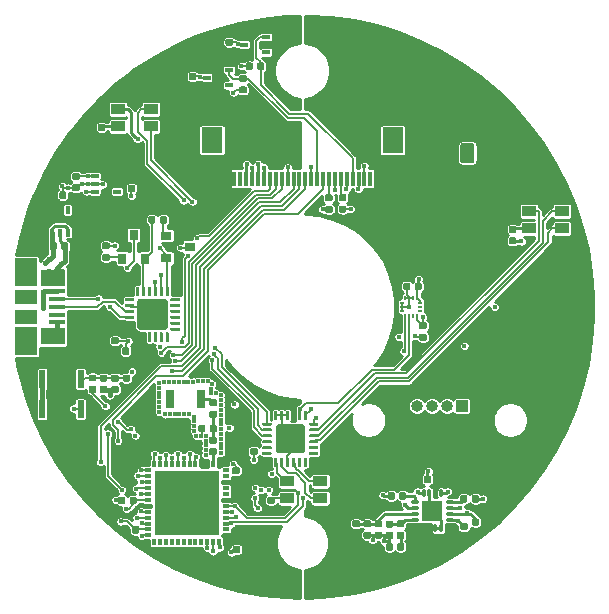
<source format=gbr>
G04 #@! TF.GenerationSoftware,KiCad,Pcbnew,5.1.5-52549c5~84~ubuntu18.04.1*
G04 #@! TF.CreationDate,2019-12-08T01:29:41-05:00*
G04 #@! TF.ProjectId,SwarmBot,53776172-6d42-46f7-942e-6b696361645f,rev?*
G04 #@! TF.SameCoordinates,Original*
G04 #@! TF.FileFunction,Copper,L1,Top*
G04 #@! TF.FilePolarity,Positive*
%FSLAX46Y46*%
G04 Gerber Fmt 4.6, Leading zero omitted, Abs format (unit mm)*
G04 Created by KiCad (PCBNEW 5.1.5-52549c5~84~ubuntu18.04.1) date 2019-12-08 01:29:41*
%MOMM*%
%LPD*%
G04 APERTURE LIST*
%ADD10R,0.650000X0.400000*%
%ADD11C,0.100000*%
%ADD12R,0.300000X1.300000*%
%ADD13R,1.800000X2.200000*%
%ADD14R,1.200000X0.900000*%
%ADD15R,0.325000X0.200000*%
%ADD16R,0.200000X0.325000*%
%ADD17R,5.500000X5.500000*%
%ADD18R,0.550000X0.350000*%
%ADD19R,0.350000X0.550000*%
%ADD20R,0.800000X1.600000*%
%ADD21R,1.800000X1.800000*%
%ADD22O,0.300000X0.750000*%
%ADD23O,0.750000X0.300000*%
%ADD24R,0.400000X0.650000*%
%ADD25R,0.550000X1.500000*%
%ADD26R,0.900000X0.800000*%
%ADD27R,0.800000X0.900000*%
%ADD28O,1.200000X1.750000*%
%ADD29R,1.900000X1.175000*%
%ADD30R,1.900000X2.375000*%
%ADD31R,2.100000X1.475000*%
%ADD32R,1.380000X0.450000*%
%ADD33O,1.000000X1.000000*%
%ADD34R,1.000000X1.000000*%
%ADD35C,0.400000*%
%ADD36C,0.250000*%
%ADD37C,0.200000*%
%ADD38C,0.450000*%
%ADD39C,0.254000*%
G04 APERTURE END LIST*
D10*
X-6212800Y20055600D03*
X-6212800Y18755600D03*
X-8112800Y19405600D03*
X-8112800Y18755600D03*
X-8112800Y20055600D03*
X-3063200Y22849600D03*
X-3063200Y21549600D03*
X-4963200Y22199600D03*
X-4963200Y21549600D03*
X-4963200Y22849600D03*
G04 #@! TA.AperFunction,SMDPad,CuDef*
D11*
G36*
X-2480042Y-17058710D02*
G01*
X-2465724Y-17060834D01*
X-2451683Y-17064351D01*
X-2438054Y-17069228D01*
X-2424969Y-17075417D01*
X-2412553Y-17082858D01*
X-2400927Y-17091481D01*
X-2390202Y-17101202D01*
X-2380481Y-17111927D01*
X-2371858Y-17123553D01*
X-2364417Y-17135969D01*
X-2358228Y-17149054D01*
X-2353351Y-17162683D01*
X-2349834Y-17176724D01*
X-2347710Y-17191042D01*
X-2347000Y-17205500D01*
X-2347000Y-17500500D01*
X-2347710Y-17514958D01*
X-2349834Y-17529276D01*
X-2353351Y-17543317D01*
X-2358228Y-17556946D01*
X-2364417Y-17570031D01*
X-2371858Y-17582447D01*
X-2380481Y-17594073D01*
X-2390202Y-17604798D01*
X-2400927Y-17614519D01*
X-2412553Y-17623142D01*
X-2424969Y-17630583D01*
X-2438054Y-17636772D01*
X-2451683Y-17641649D01*
X-2465724Y-17645166D01*
X-2480042Y-17647290D01*
X-2494500Y-17648000D01*
X-2839500Y-17648000D01*
X-2853958Y-17647290D01*
X-2868276Y-17645166D01*
X-2882317Y-17641649D01*
X-2895946Y-17636772D01*
X-2909031Y-17630583D01*
X-2921447Y-17623142D01*
X-2933073Y-17614519D01*
X-2943798Y-17604798D01*
X-2953519Y-17594073D01*
X-2962142Y-17582447D01*
X-2969583Y-17570031D01*
X-2975772Y-17556946D01*
X-2980649Y-17543317D01*
X-2984166Y-17529276D01*
X-2986290Y-17514958D01*
X-2987000Y-17500500D01*
X-2987000Y-17205500D01*
X-2986290Y-17191042D01*
X-2984166Y-17176724D01*
X-2980649Y-17162683D01*
X-2975772Y-17149054D01*
X-2969583Y-17135969D01*
X-2962142Y-17123553D01*
X-2953519Y-17111927D01*
X-2943798Y-17101202D01*
X-2933073Y-17091481D01*
X-2921447Y-17082858D01*
X-2909031Y-17075417D01*
X-2895946Y-17069228D01*
X-2882317Y-17064351D01*
X-2868276Y-17060834D01*
X-2853958Y-17058710D01*
X-2839500Y-17058000D01*
X-2494500Y-17058000D01*
X-2480042Y-17058710D01*
G37*
G04 #@! TD.AperFunction*
G04 #@! TA.AperFunction,SMDPad,CuDef*
G36*
X-2480042Y-16088710D02*
G01*
X-2465724Y-16090834D01*
X-2451683Y-16094351D01*
X-2438054Y-16099228D01*
X-2424969Y-16105417D01*
X-2412553Y-16112858D01*
X-2400927Y-16121481D01*
X-2390202Y-16131202D01*
X-2380481Y-16141927D01*
X-2371858Y-16153553D01*
X-2364417Y-16165969D01*
X-2358228Y-16179054D01*
X-2353351Y-16192683D01*
X-2349834Y-16206724D01*
X-2347710Y-16221042D01*
X-2347000Y-16235500D01*
X-2347000Y-16530500D01*
X-2347710Y-16544958D01*
X-2349834Y-16559276D01*
X-2353351Y-16573317D01*
X-2358228Y-16586946D01*
X-2364417Y-16600031D01*
X-2371858Y-16612447D01*
X-2380481Y-16624073D01*
X-2390202Y-16634798D01*
X-2400927Y-16644519D01*
X-2412553Y-16653142D01*
X-2424969Y-16660583D01*
X-2438054Y-16666772D01*
X-2451683Y-16671649D01*
X-2465724Y-16675166D01*
X-2480042Y-16677290D01*
X-2494500Y-16678000D01*
X-2839500Y-16678000D01*
X-2853958Y-16677290D01*
X-2868276Y-16675166D01*
X-2882317Y-16671649D01*
X-2895946Y-16666772D01*
X-2909031Y-16660583D01*
X-2921447Y-16653142D01*
X-2933073Y-16644519D01*
X-2943798Y-16634798D01*
X-2953519Y-16624073D01*
X-2962142Y-16612447D01*
X-2969583Y-16600031D01*
X-2975772Y-16586946D01*
X-2980649Y-16573317D01*
X-2984166Y-16559276D01*
X-2986290Y-16544958D01*
X-2987000Y-16530500D01*
X-2987000Y-16235500D01*
X-2986290Y-16221042D01*
X-2984166Y-16206724D01*
X-2980649Y-16192683D01*
X-2975772Y-16179054D01*
X-2969583Y-16165969D01*
X-2962142Y-16153553D01*
X-2953519Y-16141927D01*
X-2943798Y-16131202D01*
X-2933073Y-16121481D01*
X-2921447Y-16112858D01*
X-2909031Y-16105417D01*
X-2895946Y-16099228D01*
X-2882317Y-16094351D01*
X-2868276Y-16090834D01*
X-2853958Y-16088710D01*
X-2839500Y-16088000D01*
X-2494500Y-16088000D01*
X-2480042Y-16088710D01*
G37*
G04 #@! TD.AperFunction*
G04 #@! TA.AperFunction,SMDPad,CuDef*
G36*
X17966958Y5882290D02*
G01*
X17981276Y5880166D01*
X17995317Y5876649D01*
X18008946Y5871772D01*
X18022031Y5865583D01*
X18034447Y5858142D01*
X18046073Y5849519D01*
X18056798Y5839798D01*
X18066519Y5829073D01*
X18075142Y5817447D01*
X18082583Y5805031D01*
X18088772Y5791946D01*
X18093649Y5778317D01*
X18097166Y5764276D01*
X18099290Y5749958D01*
X18100000Y5735500D01*
X18100000Y5440500D01*
X18099290Y5426042D01*
X18097166Y5411724D01*
X18093649Y5397683D01*
X18088772Y5384054D01*
X18082583Y5370969D01*
X18075142Y5358553D01*
X18066519Y5346927D01*
X18056798Y5336202D01*
X18046073Y5326481D01*
X18034447Y5317858D01*
X18022031Y5310417D01*
X18008946Y5304228D01*
X17995317Y5299351D01*
X17981276Y5295834D01*
X17966958Y5293710D01*
X17952500Y5293000D01*
X17607500Y5293000D01*
X17593042Y5293710D01*
X17578724Y5295834D01*
X17564683Y5299351D01*
X17551054Y5304228D01*
X17537969Y5310417D01*
X17525553Y5317858D01*
X17513927Y5326481D01*
X17503202Y5336202D01*
X17493481Y5346927D01*
X17484858Y5358553D01*
X17477417Y5370969D01*
X17471228Y5384054D01*
X17466351Y5397683D01*
X17462834Y5411724D01*
X17460710Y5426042D01*
X17460000Y5440500D01*
X17460000Y5735500D01*
X17460710Y5749958D01*
X17462834Y5764276D01*
X17466351Y5778317D01*
X17471228Y5791946D01*
X17477417Y5805031D01*
X17484858Y5817447D01*
X17493481Y5829073D01*
X17503202Y5839798D01*
X17513927Y5849519D01*
X17525553Y5858142D01*
X17537969Y5865583D01*
X17551054Y5871772D01*
X17564683Y5876649D01*
X17578724Y5880166D01*
X17593042Y5882290D01*
X17607500Y5883000D01*
X17952500Y5883000D01*
X17966958Y5882290D01*
G37*
G04 #@! TD.AperFunction*
G04 #@! TA.AperFunction,SMDPad,CuDef*
G36*
X17966958Y6852290D02*
G01*
X17981276Y6850166D01*
X17995317Y6846649D01*
X18008946Y6841772D01*
X18022031Y6835583D01*
X18034447Y6828142D01*
X18046073Y6819519D01*
X18056798Y6809798D01*
X18066519Y6799073D01*
X18075142Y6787447D01*
X18082583Y6775031D01*
X18088772Y6761946D01*
X18093649Y6748317D01*
X18097166Y6734276D01*
X18099290Y6719958D01*
X18100000Y6705500D01*
X18100000Y6410500D01*
X18099290Y6396042D01*
X18097166Y6381724D01*
X18093649Y6367683D01*
X18088772Y6354054D01*
X18082583Y6340969D01*
X18075142Y6328553D01*
X18066519Y6316927D01*
X18056798Y6306202D01*
X18046073Y6296481D01*
X18034447Y6287858D01*
X18022031Y6280417D01*
X18008946Y6274228D01*
X17995317Y6269351D01*
X17981276Y6265834D01*
X17966958Y6263710D01*
X17952500Y6263000D01*
X17607500Y6263000D01*
X17593042Y6263710D01*
X17578724Y6265834D01*
X17564683Y6269351D01*
X17551054Y6274228D01*
X17537969Y6280417D01*
X17525553Y6287858D01*
X17513927Y6296481D01*
X17503202Y6306202D01*
X17493481Y6316927D01*
X17484858Y6328553D01*
X17477417Y6340969D01*
X17471228Y6354054D01*
X17466351Y6367683D01*
X17462834Y6381724D01*
X17460710Y6396042D01*
X17460000Y6410500D01*
X17460000Y6705500D01*
X17460710Y6719958D01*
X17462834Y6734276D01*
X17466351Y6748317D01*
X17471228Y6761946D01*
X17477417Y6775031D01*
X17484858Y6787447D01*
X17493481Y6799073D01*
X17503202Y6809798D01*
X17513927Y6819519D01*
X17525553Y6828142D01*
X17537969Y6835583D01*
X17551054Y6841772D01*
X17564683Y6846649D01*
X17578724Y6850166D01*
X17593042Y6852290D01*
X17607500Y6853000D01*
X17952500Y6853000D01*
X17966958Y6852290D01*
G37*
G04 #@! TD.AperFunction*
G04 #@! TA.AperFunction,SMDPad,CuDef*
G36*
X-16831042Y14518290D02*
G01*
X-16816724Y14516166D01*
X-16802683Y14512649D01*
X-16789054Y14507772D01*
X-16775969Y14501583D01*
X-16763553Y14494142D01*
X-16751927Y14485519D01*
X-16741202Y14475798D01*
X-16731481Y14465073D01*
X-16722858Y14453447D01*
X-16715417Y14441031D01*
X-16709228Y14427946D01*
X-16704351Y14414317D01*
X-16700834Y14400276D01*
X-16698710Y14385958D01*
X-16698000Y14371500D01*
X-16698000Y14076500D01*
X-16698710Y14062042D01*
X-16700834Y14047724D01*
X-16704351Y14033683D01*
X-16709228Y14020054D01*
X-16715417Y14006969D01*
X-16722858Y13994553D01*
X-16731481Y13982927D01*
X-16741202Y13972202D01*
X-16751927Y13962481D01*
X-16763553Y13953858D01*
X-16775969Y13946417D01*
X-16789054Y13940228D01*
X-16802683Y13935351D01*
X-16816724Y13931834D01*
X-16831042Y13929710D01*
X-16845500Y13929000D01*
X-17190500Y13929000D01*
X-17204958Y13929710D01*
X-17219276Y13931834D01*
X-17233317Y13935351D01*
X-17246946Y13940228D01*
X-17260031Y13946417D01*
X-17272447Y13953858D01*
X-17284073Y13962481D01*
X-17294798Y13972202D01*
X-17304519Y13982927D01*
X-17313142Y13994553D01*
X-17320583Y14006969D01*
X-17326772Y14020054D01*
X-17331649Y14033683D01*
X-17335166Y14047724D01*
X-17337290Y14062042D01*
X-17338000Y14076500D01*
X-17338000Y14371500D01*
X-17337290Y14385958D01*
X-17335166Y14400276D01*
X-17331649Y14414317D01*
X-17326772Y14427946D01*
X-17320583Y14441031D01*
X-17313142Y14453447D01*
X-17304519Y14465073D01*
X-17294798Y14475798D01*
X-17284073Y14485519D01*
X-17272447Y14494142D01*
X-17260031Y14501583D01*
X-17246946Y14507772D01*
X-17233317Y14512649D01*
X-17219276Y14516166D01*
X-17204958Y14518290D01*
X-17190500Y14519000D01*
X-16845500Y14519000D01*
X-16831042Y14518290D01*
G37*
G04 #@! TD.AperFunction*
G04 #@! TA.AperFunction,SMDPad,CuDef*
G36*
X-16831042Y15488290D02*
G01*
X-16816724Y15486166D01*
X-16802683Y15482649D01*
X-16789054Y15477772D01*
X-16775969Y15471583D01*
X-16763553Y15464142D01*
X-16751927Y15455519D01*
X-16741202Y15445798D01*
X-16731481Y15435073D01*
X-16722858Y15423447D01*
X-16715417Y15411031D01*
X-16709228Y15397946D01*
X-16704351Y15384317D01*
X-16700834Y15370276D01*
X-16698710Y15355958D01*
X-16698000Y15341500D01*
X-16698000Y15046500D01*
X-16698710Y15032042D01*
X-16700834Y15017724D01*
X-16704351Y15003683D01*
X-16709228Y14990054D01*
X-16715417Y14976969D01*
X-16722858Y14964553D01*
X-16731481Y14952927D01*
X-16741202Y14942202D01*
X-16751927Y14932481D01*
X-16763553Y14923858D01*
X-16775969Y14916417D01*
X-16789054Y14910228D01*
X-16802683Y14905351D01*
X-16816724Y14901834D01*
X-16831042Y14899710D01*
X-16845500Y14899000D01*
X-17190500Y14899000D01*
X-17204958Y14899710D01*
X-17219276Y14901834D01*
X-17233317Y14905351D01*
X-17246946Y14910228D01*
X-17260031Y14916417D01*
X-17272447Y14923858D01*
X-17284073Y14932481D01*
X-17294798Y14942202D01*
X-17304519Y14952927D01*
X-17313142Y14964553D01*
X-17320583Y14976969D01*
X-17326772Y14990054D01*
X-17331649Y15003683D01*
X-17335166Y15017724D01*
X-17337290Y15032042D01*
X-17338000Y15046500D01*
X-17338000Y15341500D01*
X-17337290Y15355958D01*
X-17335166Y15370276D01*
X-17331649Y15384317D01*
X-17326772Y15397946D01*
X-17320583Y15411031D01*
X-17313142Y15423447D01*
X-17304519Y15435073D01*
X-17294798Y15445798D01*
X-17284073Y15455519D01*
X-17272447Y15464142D01*
X-17260031Y15471583D01*
X-17246946Y15477772D01*
X-17233317Y15482649D01*
X-17219276Y15486166D01*
X-17204958Y15488290D01*
X-17190500Y15489000D01*
X-16845500Y15489000D01*
X-16831042Y15488290D01*
G37*
G04 #@! TD.AperFunction*
G04 #@! TA.AperFunction,SMDPad,CuDef*
G36*
X3590558Y9539890D02*
G01*
X3604876Y9537766D01*
X3618917Y9534249D01*
X3632546Y9529372D01*
X3645631Y9523183D01*
X3658047Y9515742D01*
X3669673Y9507119D01*
X3680398Y9497398D01*
X3690119Y9486673D01*
X3698742Y9475047D01*
X3706183Y9462631D01*
X3712372Y9449546D01*
X3717249Y9435917D01*
X3720766Y9421876D01*
X3722890Y9407558D01*
X3723600Y9393100D01*
X3723600Y9098100D01*
X3722890Y9083642D01*
X3720766Y9069324D01*
X3717249Y9055283D01*
X3712372Y9041654D01*
X3706183Y9028569D01*
X3698742Y9016153D01*
X3690119Y9004527D01*
X3680398Y8993802D01*
X3669673Y8984081D01*
X3658047Y8975458D01*
X3645631Y8968017D01*
X3632546Y8961828D01*
X3618917Y8956951D01*
X3604876Y8953434D01*
X3590558Y8951310D01*
X3576100Y8950600D01*
X3231100Y8950600D01*
X3216642Y8951310D01*
X3202324Y8953434D01*
X3188283Y8956951D01*
X3174654Y8961828D01*
X3161569Y8968017D01*
X3149153Y8975458D01*
X3137527Y8984081D01*
X3126802Y8993802D01*
X3117081Y9004527D01*
X3108458Y9016153D01*
X3101017Y9028569D01*
X3094828Y9041654D01*
X3089951Y9055283D01*
X3086434Y9069324D01*
X3084310Y9083642D01*
X3083600Y9098100D01*
X3083600Y9393100D01*
X3084310Y9407558D01*
X3086434Y9421876D01*
X3089951Y9435917D01*
X3094828Y9449546D01*
X3101017Y9462631D01*
X3108458Y9475047D01*
X3117081Y9486673D01*
X3126802Y9497398D01*
X3137527Y9507119D01*
X3149153Y9515742D01*
X3161569Y9523183D01*
X3174654Y9529372D01*
X3188283Y9534249D01*
X3202324Y9537766D01*
X3216642Y9539890D01*
X3231100Y9540600D01*
X3576100Y9540600D01*
X3590558Y9539890D01*
G37*
G04 #@! TD.AperFunction*
G04 #@! TA.AperFunction,SMDPad,CuDef*
G36*
X3590558Y8569890D02*
G01*
X3604876Y8567766D01*
X3618917Y8564249D01*
X3632546Y8559372D01*
X3645631Y8553183D01*
X3658047Y8545742D01*
X3669673Y8537119D01*
X3680398Y8527398D01*
X3690119Y8516673D01*
X3698742Y8505047D01*
X3706183Y8492631D01*
X3712372Y8479546D01*
X3717249Y8465917D01*
X3720766Y8451876D01*
X3722890Y8437558D01*
X3723600Y8423100D01*
X3723600Y8128100D01*
X3722890Y8113642D01*
X3720766Y8099324D01*
X3717249Y8085283D01*
X3712372Y8071654D01*
X3706183Y8058569D01*
X3698742Y8046153D01*
X3690119Y8034527D01*
X3680398Y8023802D01*
X3669673Y8014081D01*
X3658047Y8005458D01*
X3645631Y7998017D01*
X3632546Y7991828D01*
X3618917Y7986951D01*
X3604876Y7983434D01*
X3590558Y7981310D01*
X3576100Y7980600D01*
X3231100Y7980600D01*
X3216642Y7981310D01*
X3202324Y7983434D01*
X3188283Y7986951D01*
X3174654Y7991828D01*
X3161569Y7998017D01*
X3149153Y8005458D01*
X3137527Y8014081D01*
X3126802Y8023802D01*
X3117081Y8034527D01*
X3108458Y8046153D01*
X3101017Y8058569D01*
X3094828Y8071654D01*
X3089951Y8085283D01*
X3086434Y8099324D01*
X3084310Y8113642D01*
X3083600Y8128100D01*
X3083600Y8423100D01*
X3084310Y8437558D01*
X3086434Y8451876D01*
X3089951Y8465917D01*
X3094828Y8479546D01*
X3101017Y8492631D01*
X3108458Y8505047D01*
X3117081Y8516673D01*
X3126802Y8527398D01*
X3137527Y8537119D01*
X3149153Y8545742D01*
X3161569Y8553183D01*
X3174654Y8559372D01*
X3188283Y8564249D01*
X3202324Y8567766D01*
X3216642Y8569890D01*
X3231100Y8570600D01*
X3576100Y8570600D01*
X3590558Y8569890D01*
G37*
G04 #@! TD.AperFunction*
G04 #@! TA.AperFunction,SMDPad,CuDef*
G36*
X2422158Y9516890D02*
G01*
X2436476Y9514766D01*
X2450517Y9511249D01*
X2464146Y9506372D01*
X2477231Y9500183D01*
X2489647Y9492742D01*
X2501273Y9484119D01*
X2511998Y9474398D01*
X2521719Y9463673D01*
X2530342Y9452047D01*
X2537783Y9439631D01*
X2543972Y9426546D01*
X2548849Y9412917D01*
X2552366Y9398876D01*
X2554490Y9384558D01*
X2555200Y9370100D01*
X2555200Y9075100D01*
X2554490Y9060642D01*
X2552366Y9046324D01*
X2548849Y9032283D01*
X2543972Y9018654D01*
X2537783Y9005569D01*
X2530342Y8993153D01*
X2521719Y8981527D01*
X2511998Y8970802D01*
X2501273Y8961081D01*
X2489647Y8952458D01*
X2477231Y8945017D01*
X2464146Y8938828D01*
X2450517Y8933951D01*
X2436476Y8930434D01*
X2422158Y8928310D01*
X2407700Y8927600D01*
X2062700Y8927600D01*
X2048242Y8928310D01*
X2033924Y8930434D01*
X2019883Y8933951D01*
X2006254Y8938828D01*
X1993169Y8945017D01*
X1980753Y8952458D01*
X1969127Y8961081D01*
X1958402Y8970802D01*
X1948681Y8981527D01*
X1940058Y8993153D01*
X1932617Y9005569D01*
X1926428Y9018654D01*
X1921551Y9032283D01*
X1918034Y9046324D01*
X1915910Y9060642D01*
X1915200Y9075100D01*
X1915200Y9370100D01*
X1915910Y9384558D01*
X1918034Y9398876D01*
X1921551Y9412917D01*
X1926428Y9426546D01*
X1932617Y9439631D01*
X1940058Y9452047D01*
X1948681Y9463673D01*
X1958402Y9474398D01*
X1969127Y9484119D01*
X1980753Y9492742D01*
X1993169Y9500183D01*
X2006254Y9506372D01*
X2019883Y9511249D01*
X2033924Y9514766D01*
X2048242Y9516890D01*
X2062700Y9517600D01*
X2407700Y9517600D01*
X2422158Y9516890D01*
G37*
G04 #@! TD.AperFunction*
G04 #@! TA.AperFunction,SMDPad,CuDef*
G36*
X2422158Y8546890D02*
G01*
X2436476Y8544766D01*
X2450517Y8541249D01*
X2464146Y8536372D01*
X2477231Y8530183D01*
X2489647Y8522742D01*
X2501273Y8514119D01*
X2511998Y8504398D01*
X2521719Y8493673D01*
X2530342Y8482047D01*
X2537783Y8469631D01*
X2543972Y8456546D01*
X2548849Y8442917D01*
X2552366Y8428876D01*
X2554490Y8414558D01*
X2555200Y8400100D01*
X2555200Y8105100D01*
X2554490Y8090642D01*
X2552366Y8076324D01*
X2548849Y8062283D01*
X2543972Y8048654D01*
X2537783Y8035569D01*
X2530342Y8023153D01*
X2521719Y8011527D01*
X2511998Y8000802D01*
X2501273Y7991081D01*
X2489647Y7982458D01*
X2477231Y7975017D01*
X2464146Y7968828D01*
X2450517Y7963951D01*
X2436476Y7960434D01*
X2422158Y7958310D01*
X2407700Y7957600D01*
X2062700Y7957600D01*
X2048242Y7958310D01*
X2033924Y7960434D01*
X2019883Y7963951D01*
X2006254Y7968828D01*
X1993169Y7975017D01*
X1980753Y7982458D01*
X1969127Y7991081D01*
X1958402Y8000802D01*
X1948681Y8011527D01*
X1940058Y8023153D01*
X1932617Y8035569D01*
X1926428Y8048654D01*
X1921551Y8062283D01*
X1918034Y8076324D01*
X1915910Y8090642D01*
X1915200Y8105100D01*
X1915200Y8400100D01*
X1915910Y8414558D01*
X1918034Y8428876D01*
X1921551Y8442917D01*
X1926428Y8456546D01*
X1932617Y8469631D01*
X1940058Y8482047D01*
X1948681Y8493673D01*
X1958402Y8504398D01*
X1969127Y8514119D01*
X1980753Y8522742D01*
X1993169Y8530183D01*
X2006254Y8536372D01*
X2019883Y8541249D01*
X2033924Y8544766D01*
X2048242Y8546890D01*
X2062700Y8547600D01*
X2407700Y8547600D01*
X2422158Y8546890D01*
G37*
G04 #@! TD.AperFunction*
D12*
X-5750000Y10850000D03*
X-5250000Y10850000D03*
X-4750000Y10850000D03*
X-4250000Y10850000D03*
X-3750000Y10850000D03*
X-3250000Y10850000D03*
X-2750000Y10850000D03*
X-2250000Y10850000D03*
X-1750000Y10850000D03*
X-1250000Y10850000D03*
X-750000Y10850000D03*
X-250000Y10850000D03*
X250000Y10850000D03*
X750000Y10850000D03*
X1250000Y10850000D03*
X1750000Y10850000D03*
X2250000Y10850000D03*
X2750000Y10850000D03*
X3250000Y10850000D03*
X3750000Y10850000D03*
X4250000Y10850000D03*
X4750000Y10850000D03*
X5250000Y10850000D03*
X5750000Y10850000D03*
D13*
X7650000Y14100000D03*
X-7650000Y14100000D03*
G04 #@! TA.AperFunction,SMDPad,CuDef*
D11*
G36*
X-2197374Y-8801301D02*
G01*
X-2191307Y-8802201D01*
X-2185357Y-8803691D01*
X-2179582Y-8805758D01*
X-2174038Y-8808380D01*
X-2168777Y-8811533D01*
X-2163850Y-8815187D01*
X-2159306Y-8819306D01*
X-2155187Y-8823850D01*
X-2151533Y-8828777D01*
X-2148380Y-8834038D01*
X-2145758Y-8839582D01*
X-2143691Y-8845357D01*
X-2142201Y-8851307D01*
X-2141301Y-8857374D01*
X-2141000Y-8863500D01*
X-2141000Y-9513500D01*
X-2141301Y-9519626D01*
X-2142201Y-9525693D01*
X-2143691Y-9531643D01*
X-2145758Y-9537418D01*
X-2148380Y-9542962D01*
X-2151533Y-9548223D01*
X-2155187Y-9553150D01*
X-2159306Y-9557694D01*
X-2163850Y-9561813D01*
X-2168777Y-9565467D01*
X-2174038Y-9568620D01*
X-2179582Y-9571242D01*
X-2185357Y-9573309D01*
X-2191307Y-9574799D01*
X-2197374Y-9575699D01*
X-2203500Y-9576000D01*
X-2328500Y-9576000D01*
X-2334626Y-9575699D01*
X-2340693Y-9574799D01*
X-2346643Y-9573309D01*
X-2352418Y-9571242D01*
X-2357962Y-9568620D01*
X-2363223Y-9565467D01*
X-2368150Y-9561813D01*
X-2372694Y-9557694D01*
X-2376813Y-9553150D01*
X-2380467Y-9548223D01*
X-2383620Y-9542962D01*
X-2386242Y-9537418D01*
X-2388309Y-9531643D01*
X-2389799Y-9525693D01*
X-2390699Y-9519626D01*
X-2391000Y-9513500D01*
X-2391000Y-8863500D01*
X-2390699Y-8857374D01*
X-2389799Y-8851307D01*
X-2388309Y-8845357D01*
X-2386242Y-8839582D01*
X-2383620Y-8834038D01*
X-2380467Y-8828777D01*
X-2376813Y-8823850D01*
X-2372694Y-8819306D01*
X-2368150Y-8815187D01*
X-2363223Y-8811533D01*
X-2357962Y-8808380D01*
X-2352418Y-8805758D01*
X-2346643Y-8803691D01*
X-2340693Y-8802201D01*
X-2334626Y-8801301D01*
X-2328500Y-8801000D01*
X-2203500Y-8801000D01*
X-2197374Y-8801301D01*
G37*
G04 #@! TD.AperFunction*
G04 #@! TA.AperFunction,SMDPad,CuDef*
G36*
X-1697374Y-8801301D02*
G01*
X-1691307Y-8802201D01*
X-1685357Y-8803691D01*
X-1679582Y-8805758D01*
X-1674038Y-8808380D01*
X-1668777Y-8811533D01*
X-1663850Y-8815187D01*
X-1659306Y-8819306D01*
X-1655187Y-8823850D01*
X-1651533Y-8828777D01*
X-1648380Y-8834038D01*
X-1645758Y-8839582D01*
X-1643691Y-8845357D01*
X-1642201Y-8851307D01*
X-1641301Y-8857374D01*
X-1641000Y-8863500D01*
X-1641000Y-9513500D01*
X-1641301Y-9519626D01*
X-1642201Y-9525693D01*
X-1643691Y-9531643D01*
X-1645758Y-9537418D01*
X-1648380Y-9542962D01*
X-1651533Y-9548223D01*
X-1655187Y-9553150D01*
X-1659306Y-9557694D01*
X-1663850Y-9561813D01*
X-1668777Y-9565467D01*
X-1674038Y-9568620D01*
X-1679582Y-9571242D01*
X-1685357Y-9573309D01*
X-1691307Y-9574799D01*
X-1697374Y-9575699D01*
X-1703500Y-9576000D01*
X-1828500Y-9576000D01*
X-1834626Y-9575699D01*
X-1840693Y-9574799D01*
X-1846643Y-9573309D01*
X-1852418Y-9571242D01*
X-1857962Y-9568620D01*
X-1863223Y-9565467D01*
X-1868150Y-9561813D01*
X-1872694Y-9557694D01*
X-1876813Y-9553150D01*
X-1880467Y-9548223D01*
X-1883620Y-9542962D01*
X-1886242Y-9537418D01*
X-1888309Y-9531643D01*
X-1889799Y-9525693D01*
X-1890699Y-9519626D01*
X-1891000Y-9513500D01*
X-1891000Y-8863500D01*
X-1890699Y-8857374D01*
X-1889799Y-8851307D01*
X-1888309Y-8845357D01*
X-1886242Y-8839582D01*
X-1883620Y-8834038D01*
X-1880467Y-8828777D01*
X-1876813Y-8823850D01*
X-1872694Y-8819306D01*
X-1868150Y-8815187D01*
X-1863223Y-8811533D01*
X-1857962Y-8808380D01*
X-1852418Y-8805758D01*
X-1846643Y-8803691D01*
X-1840693Y-8802201D01*
X-1834626Y-8801301D01*
X-1828500Y-8801000D01*
X-1703500Y-8801000D01*
X-1697374Y-8801301D01*
G37*
G04 #@! TD.AperFunction*
G04 #@! TA.AperFunction,SMDPad,CuDef*
G36*
X-1197374Y-8801301D02*
G01*
X-1191307Y-8802201D01*
X-1185357Y-8803691D01*
X-1179582Y-8805758D01*
X-1174038Y-8808380D01*
X-1168777Y-8811533D01*
X-1163850Y-8815187D01*
X-1159306Y-8819306D01*
X-1155187Y-8823850D01*
X-1151533Y-8828777D01*
X-1148380Y-8834038D01*
X-1145758Y-8839582D01*
X-1143691Y-8845357D01*
X-1142201Y-8851307D01*
X-1141301Y-8857374D01*
X-1141000Y-8863500D01*
X-1141000Y-9513500D01*
X-1141301Y-9519626D01*
X-1142201Y-9525693D01*
X-1143691Y-9531643D01*
X-1145758Y-9537418D01*
X-1148380Y-9542962D01*
X-1151533Y-9548223D01*
X-1155187Y-9553150D01*
X-1159306Y-9557694D01*
X-1163850Y-9561813D01*
X-1168777Y-9565467D01*
X-1174038Y-9568620D01*
X-1179582Y-9571242D01*
X-1185357Y-9573309D01*
X-1191307Y-9574799D01*
X-1197374Y-9575699D01*
X-1203500Y-9576000D01*
X-1328500Y-9576000D01*
X-1334626Y-9575699D01*
X-1340693Y-9574799D01*
X-1346643Y-9573309D01*
X-1352418Y-9571242D01*
X-1357962Y-9568620D01*
X-1363223Y-9565467D01*
X-1368150Y-9561813D01*
X-1372694Y-9557694D01*
X-1376813Y-9553150D01*
X-1380467Y-9548223D01*
X-1383620Y-9542962D01*
X-1386242Y-9537418D01*
X-1388309Y-9531643D01*
X-1389799Y-9525693D01*
X-1390699Y-9519626D01*
X-1391000Y-9513500D01*
X-1391000Y-8863500D01*
X-1390699Y-8857374D01*
X-1389799Y-8851307D01*
X-1388309Y-8845357D01*
X-1386242Y-8839582D01*
X-1383620Y-8834038D01*
X-1380467Y-8828777D01*
X-1376813Y-8823850D01*
X-1372694Y-8819306D01*
X-1368150Y-8815187D01*
X-1363223Y-8811533D01*
X-1357962Y-8808380D01*
X-1352418Y-8805758D01*
X-1346643Y-8803691D01*
X-1340693Y-8802201D01*
X-1334626Y-8801301D01*
X-1328500Y-8801000D01*
X-1203500Y-8801000D01*
X-1197374Y-8801301D01*
G37*
G04 #@! TD.AperFunction*
G04 #@! TA.AperFunction,SMDPad,CuDef*
G36*
X-697374Y-8801301D02*
G01*
X-691307Y-8802201D01*
X-685357Y-8803691D01*
X-679582Y-8805758D01*
X-674038Y-8808380D01*
X-668777Y-8811533D01*
X-663850Y-8815187D01*
X-659306Y-8819306D01*
X-655187Y-8823850D01*
X-651533Y-8828777D01*
X-648380Y-8834038D01*
X-645758Y-8839582D01*
X-643691Y-8845357D01*
X-642201Y-8851307D01*
X-641301Y-8857374D01*
X-641000Y-8863500D01*
X-641000Y-9513500D01*
X-641301Y-9519626D01*
X-642201Y-9525693D01*
X-643691Y-9531643D01*
X-645758Y-9537418D01*
X-648380Y-9542962D01*
X-651533Y-9548223D01*
X-655187Y-9553150D01*
X-659306Y-9557694D01*
X-663850Y-9561813D01*
X-668777Y-9565467D01*
X-674038Y-9568620D01*
X-679582Y-9571242D01*
X-685357Y-9573309D01*
X-691307Y-9574799D01*
X-697374Y-9575699D01*
X-703500Y-9576000D01*
X-828500Y-9576000D01*
X-834626Y-9575699D01*
X-840693Y-9574799D01*
X-846643Y-9573309D01*
X-852418Y-9571242D01*
X-857962Y-9568620D01*
X-863223Y-9565467D01*
X-868150Y-9561813D01*
X-872694Y-9557694D01*
X-876813Y-9553150D01*
X-880467Y-9548223D01*
X-883620Y-9542962D01*
X-886242Y-9537418D01*
X-888309Y-9531643D01*
X-889799Y-9525693D01*
X-890699Y-9519626D01*
X-891000Y-9513500D01*
X-891000Y-8863500D01*
X-890699Y-8857374D01*
X-889799Y-8851307D01*
X-888309Y-8845357D01*
X-886242Y-8839582D01*
X-883620Y-8834038D01*
X-880467Y-8828777D01*
X-876813Y-8823850D01*
X-872694Y-8819306D01*
X-868150Y-8815187D01*
X-863223Y-8811533D01*
X-857962Y-8808380D01*
X-852418Y-8805758D01*
X-846643Y-8803691D01*
X-840693Y-8802201D01*
X-834626Y-8801301D01*
X-828500Y-8801000D01*
X-703500Y-8801000D01*
X-697374Y-8801301D01*
G37*
G04 #@! TD.AperFunction*
G04 #@! TA.AperFunction,SMDPad,CuDef*
G36*
X-197374Y-8801301D02*
G01*
X-191307Y-8802201D01*
X-185357Y-8803691D01*
X-179582Y-8805758D01*
X-174038Y-8808380D01*
X-168777Y-8811533D01*
X-163850Y-8815187D01*
X-159306Y-8819306D01*
X-155187Y-8823850D01*
X-151533Y-8828777D01*
X-148380Y-8834038D01*
X-145758Y-8839582D01*
X-143691Y-8845357D01*
X-142201Y-8851307D01*
X-141301Y-8857374D01*
X-141000Y-8863500D01*
X-141000Y-9513500D01*
X-141301Y-9519626D01*
X-142201Y-9525693D01*
X-143691Y-9531643D01*
X-145758Y-9537418D01*
X-148380Y-9542962D01*
X-151533Y-9548223D01*
X-155187Y-9553150D01*
X-159306Y-9557694D01*
X-163850Y-9561813D01*
X-168777Y-9565467D01*
X-174038Y-9568620D01*
X-179582Y-9571242D01*
X-185357Y-9573309D01*
X-191307Y-9574799D01*
X-197374Y-9575699D01*
X-203500Y-9576000D01*
X-328500Y-9576000D01*
X-334626Y-9575699D01*
X-340693Y-9574799D01*
X-346643Y-9573309D01*
X-352418Y-9571242D01*
X-357962Y-9568620D01*
X-363223Y-9565467D01*
X-368150Y-9561813D01*
X-372694Y-9557694D01*
X-376813Y-9553150D01*
X-380467Y-9548223D01*
X-383620Y-9542962D01*
X-386242Y-9537418D01*
X-388309Y-9531643D01*
X-389799Y-9525693D01*
X-390699Y-9519626D01*
X-391000Y-9513500D01*
X-391000Y-8863500D01*
X-390699Y-8857374D01*
X-389799Y-8851307D01*
X-388309Y-8845357D01*
X-386242Y-8839582D01*
X-383620Y-8834038D01*
X-380467Y-8828777D01*
X-376813Y-8823850D01*
X-372694Y-8819306D01*
X-368150Y-8815187D01*
X-363223Y-8811533D01*
X-357962Y-8808380D01*
X-352418Y-8805758D01*
X-346643Y-8803691D01*
X-340693Y-8802201D01*
X-334626Y-8801301D01*
X-328500Y-8801000D01*
X-203500Y-8801000D01*
X-197374Y-8801301D01*
G37*
G04 #@! TD.AperFunction*
G04 #@! TA.AperFunction,SMDPad,CuDef*
G36*
X302626Y-8801301D02*
G01*
X308693Y-8802201D01*
X314643Y-8803691D01*
X320418Y-8805758D01*
X325962Y-8808380D01*
X331223Y-8811533D01*
X336150Y-8815187D01*
X340694Y-8819306D01*
X344813Y-8823850D01*
X348467Y-8828777D01*
X351620Y-8834038D01*
X354242Y-8839582D01*
X356309Y-8845357D01*
X357799Y-8851307D01*
X358699Y-8857374D01*
X359000Y-8863500D01*
X359000Y-9513500D01*
X358699Y-9519626D01*
X357799Y-9525693D01*
X356309Y-9531643D01*
X354242Y-9537418D01*
X351620Y-9542962D01*
X348467Y-9548223D01*
X344813Y-9553150D01*
X340694Y-9557694D01*
X336150Y-9561813D01*
X331223Y-9565467D01*
X325962Y-9568620D01*
X320418Y-9571242D01*
X314643Y-9573309D01*
X308693Y-9574799D01*
X302626Y-9575699D01*
X296500Y-9576000D01*
X171500Y-9576000D01*
X165374Y-9575699D01*
X159307Y-9574799D01*
X153357Y-9573309D01*
X147582Y-9571242D01*
X142038Y-9568620D01*
X136777Y-9565467D01*
X131850Y-9561813D01*
X127306Y-9557694D01*
X123187Y-9553150D01*
X119533Y-9548223D01*
X116380Y-9542962D01*
X113758Y-9537418D01*
X111691Y-9531643D01*
X110201Y-9525693D01*
X109301Y-9519626D01*
X109000Y-9513500D01*
X109000Y-8863500D01*
X109301Y-8857374D01*
X110201Y-8851307D01*
X111691Y-8845357D01*
X113758Y-8839582D01*
X116380Y-8834038D01*
X119533Y-8828777D01*
X123187Y-8823850D01*
X127306Y-8819306D01*
X131850Y-8815187D01*
X136777Y-8811533D01*
X142038Y-8808380D01*
X147582Y-8805758D01*
X153357Y-8803691D01*
X159307Y-8802201D01*
X165374Y-8801301D01*
X171500Y-8801000D01*
X296500Y-8801000D01*
X302626Y-8801301D01*
G37*
G04 #@! TD.AperFunction*
G04 #@! TA.AperFunction,SMDPad,CuDef*
G36*
X1302626Y-9801301D02*
G01*
X1308693Y-9802201D01*
X1314643Y-9803691D01*
X1320418Y-9805758D01*
X1325962Y-9808380D01*
X1331223Y-9811533D01*
X1336150Y-9815187D01*
X1340694Y-9819306D01*
X1344813Y-9823850D01*
X1348467Y-9828777D01*
X1351620Y-9834038D01*
X1354242Y-9839582D01*
X1356309Y-9845357D01*
X1357799Y-9851307D01*
X1358699Y-9857374D01*
X1359000Y-9863500D01*
X1359000Y-9988500D01*
X1358699Y-9994626D01*
X1357799Y-10000693D01*
X1356309Y-10006643D01*
X1354242Y-10012418D01*
X1351620Y-10017962D01*
X1348467Y-10023223D01*
X1344813Y-10028150D01*
X1340694Y-10032694D01*
X1336150Y-10036813D01*
X1331223Y-10040467D01*
X1325962Y-10043620D01*
X1320418Y-10046242D01*
X1314643Y-10048309D01*
X1308693Y-10049799D01*
X1302626Y-10050699D01*
X1296500Y-10051000D01*
X646500Y-10051000D01*
X640374Y-10050699D01*
X634307Y-10049799D01*
X628357Y-10048309D01*
X622582Y-10046242D01*
X617038Y-10043620D01*
X611777Y-10040467D01*
X606850Y-10036813D01*
X602306Y-10032694D01*
X598187Y-10028150D01*
X594533Y-10023223D01*
X591380Y-10017962D01*
X588758Y-10012418D01*
X586691Y-10006643D01*
X585201Y-10000693D01*
X584301Y-9994626D01*
X584000Y-9988500D01*
X584000Y-9863500D01*
X584301Y-9857374D01*
X585201Y-9851307D01*
X586691Y-9845357D01*
X588758Y-9839582D01*
X591380Y-9834038D01*
X594533Y-9828777D01*
X598187Y-9823850D01*
X602306Y-9819306D01*
X606850Y-9815187D01*
X611777Y-9811533D01*
X617038Y-9808380D01*
X622582Y-9805758D01*
X628357Y-9803691D01*
X634307Y-9802201D01*
X640374Y-9801301D01*
X646500Y-9801000D01*
X1296500Y-9801000D01*
X1302626Y-9801301D01*
G37*
G04 #@! TD.AperFunction*
G04 #@! TA.AperFunction,SMDPad,CuDef*
G36*
X1302626Y-10301301D02*
G01*
X1308693Y-10302201D01*
X1314643Y-10303691D01*
X1320418Y-10305758D01*
X1325962Y-10308380D01*
X1331223Y-10311533D01*
X1336150Y-10315187D01*
X1340694Y-10319306D01*
X1344813Y-10323850D01*
X1348467Y-10328777D01*
X1351620Y-10334038D01*
X1354242Y-10339582D01*
X1356309Y-10345357D01*
X1357799Y-10351307D01*
X1358699Y-10357374D01*
X1359000Y-10363500D01*
X1359000Y-10488500D01*
X1358699Y-10494626D01*
X1357799Y-10500693D01*
X1356309Y-10506643D01*
X1354242Y-10512418D01*
X1351620Y-10517962D01*
X1348467Y-10523223D01*
X1344813Y-10528150D01*
X1340694Y-10532694D01*
X1336150Y-10536813D01*
X1331223Y-10540467D01*
X1325962Y-10543620D01*
X1320418Y-10546242D01*
X1314643Y-10548309D01*
X1308693Y-10549799D01*
X1302626Y-10550699D01*
X1296500Y-10551000D01*
X646500Y-10551000D01*
X640374Y-10550699D01*
X634307Y-10549799D01*
X628357Y-10548309D01*
X622582Y-10546242D01*
X617038Y-10543620D01*
X611777Y-10540467D01*
X606850Y-10536813D01*
X602306Y-10532694D01*
X598187Y-10528150D01*
X594533Y-10523223D01*
X591380Y-10517962D01*
X588758Y-10512418D01*
X586691Y-10506643D01*
X585201Y-10500693D01*
X584301Y-10494626D01*
X584000Y-10488500D01*
X584000Y-10363500D01*
X584301Y-10357374D01*
X585201Y-10351307D01*
X586691Y-10345357D01*
X588758Y-10339582D01*
X591380Y-10334038D01*
X594533Y-10328777D01*
X598187Y-10323850D01*
X602306Y-10319306D01*
X606850Y-10315187D01*
X611777Y-10311533D01*
X617038Y-10308380D01*
X622582Y-10305758D01*
X628357Y-10303691D01*
X634307Y-10302201D01*
X640374Y-10301301D01*
X646500Y-10301000D01*
X1296500Y-10301000D01*
X1302626Y-10301301D01*
G37*
G04 #@! TD.AperFunction*
G04 #@! TA.AperFunction,SMDPad,CuDef*
G36*
X1302626Y-10801301D02*
G01*
X1308693Y-10802201D01*
X1314643Y-10803691D01*
X1320418Y-10805758D01*
X1325962Y-10808380D01*
X1331223Y-10811533D01*
X1336150Y-10815187D01*
X1340694Y-10819306D01*
X1344813Y-10823850D01*
X1348467Y-10828777D01*
X1351620Y-10834038D01*
X1354242Y-10839582D01*
X1356309Y-10845357D01*
X1357799Y-10851307D01*
X1358699Y-10857374D01*
X1359000Y-10863500D01*
X1359000Y-10988500D01*
X1358699Y-10994626D01*
X1357799Y-11000693D01*
X1356309Y-11006643D01*
X1354242Y-11012418D01*
X1351620Y-11017962D01*
X1348467Y-11023223D01*
X1344813Y-11028150D01*
X1340694Y-11032694D01*
X1336150Y-11036813D01*
X1331223Y-11040467D01*
X1325962Y-11043620D01*
X1320418Y-11046242D01*
X1314643Y-11048309D01*
X1308693Y-11049799D01*
X1302626Y-11050699D01*
X1296500Y-11051000D01*
X646500Y-11051000D01*
X640374Y-11050699D01*
X634307Y-11049799D01*
X628357Y-11048309D01*
X622582Y-11046242D01*
X617038Y-11043620D01*
X611777Y-11040467D01*
X606850Y-11036813D01*
X602306Y-11032694D01*
X598187Y-11028150D01*
X594533Y-11023223D01*
X591380Y-11017962D01*
X588758Y-11012418D01*
X586691Y-11006643D01*
X585201Y-11000693D01*
X584301Y-10994626D01*
X584000Y-10988500D01*
X584000Y-10863500D01*
X584301Y-10857374D01*
X585201Y-10851307D01*
X586691Y-10845357D01*
X588758Y-10839582D01*
X591380Y-10834038D01*
X594533Y-10828777D01*
X598187Y-10823850D01*
X602306Y-10819306D01*
X606850Y-10815187D01*
X611777Y-10811533D01*
X617038Y-10808380D01*
X622582Y-10805758D01*
X628357Y-10803691D01*
X634307Y-10802201D01*
X640374Y-10801301D01*
X646500Y-10801000D01*
X1296500Y-10801000D01*
X1302626Y-10801301D01*
G37*
G04 #@! TD.AperFunction*
G04 #@! TA.AperFunction,SMDPad,CuDef*
G36*
X1302626Y-11301301D02*
G01*
X1308693Y-11302201D01*
X1314643Y-11303691D01*
X1320418Y-11305758D01*
X1325962Y-11308380D01*
X1331223Y-11311533D01*
X1336150Y-11315187D01*
X1340694Y-11319306D01*
X1344813Y-11323850D01*
X1348467Y-11328777D01*
X1351620Y-11334038D01*
X1354242Y-11339582D01*
X1356309Y-11345357D01*
X1357799Y-11351307D01*
X1358699Y-11357374D01*
X1359000Y-11363500D01*
X1359000Y-11488500D01*
X1358699Y-11494626D01*
X1357799Y-11500693D01*
X1356309Y-11506643D01*
X1354242Y-11512418D01*
X1351620Y-11517962D01*
X1348467Y-11523223D01*
X1344813Y-11528150D01*
X1340694Y-11532694D01*
X1336150Y-11536813D01*
X1331223Y-11540467D01*
X1325962Y-11543620D01*
X1320418Y-11546242D01*
X1314643Y-11548309D01*
X1308693Y-11549799D01*
X1302626Y-11550699D01*
X1296500Y-11551000D01*
X646500Y-11551000D01*
X640374Y-11550699D01*
X634307Y-11549799D01*
X628357Y-11548309D01*
X622582Y-11546242D01*
X617038Y-11543620D01*
X611777Y-11540467D01*
X606850Y-11536813D01*
X602306Y-11532694D01*
X598187Y-11528150D01*
X594533Y-11523223D01*
X591380Y-11517962D01*
X588758Y-11512418D01*
X586691Y-11506643D01*
X585201Y-11500693D01*
X584301Y-11494626D01*
X584000Y-11488500D01*
X584000Y-11363500D01*
X584301Y-11357374D01*
X585201Y-11351307D01*
X586691Y-11345357D01*
X588758Y-11339582D01*
X591380Y-11334038D01*
X594533Y-11328777D01*
X598187Y-11323850D01*
X602306Y-11319306D01*
X606850Y-11315187D01*
X611777Y-11311533D01*
X617038Y-11308380D01*
X622582Y-11305758D01*
X628357Y-11303691D01*
X634307Y-11302201D01*
X640374Y-11301301D01*
X646500Y-11301000D01*
X1296500Y-11301000D01*
X1302626Y-11301301D01*
G37*
G04 #@! TD.AperFunction*
G04 #@! TA.AperFunction,SMDPad,CuDef*
G36*
X1302626Y-11801301D02*
G01*
X1308693Y-11802201D01*
X1314643Y-11803691D01*
X1320418Y-11805758D01*
X1325962Y-11808380D01*
X1331223Y-11811533D01*
X1336150Y-11815187D01*
X1340694Y-11819306D01*
X1344813Y-11823850D01*
X1348467Y-11828777D01*
X1351620Y-11834038D01*
X1354242Y-11839582D01*
X1356309Y-11845357D01*
X1357799Y-11851307D01*
X1358699Y-11857374D01*
X1359000Y-11863500D01*
X1359000Y-11988500D01*
X1358699Y-11994626D01*
X1357799Y-12000693D01*
X1356309Y-12006643D01*
X1354242Y-12012418D01*
X1351620Y-12017962D01*
X1348467Y-12023223D01*
X1344813Y-12028150D01*
X1340694Y-12032694D01*
X1336150Y-12036813D01*
X1331223Y-12040467D01*
X1325962Y-12043620D01*
X1320418Y-12046242D01*
X1314643Y-12048309D01*
X1308693Y-12049799D01*
X1302626Y-12050699D01*
X1296500Y-12051000D01*
X646500Y-12051000D01*
X640374Y-12050699D01*
X634307Y-12049799D01*
X628357Y-12048309D01*
X622582Y-12046242D01*
X617038Y-12043620D01*
X611777Y-12040467D01*
X606850Y-12036813D01*
X602306Y-12032694D01*
X598187Y-12028150D01*
X594533Y-12023223D01*
X591380Y-12017962D01*
X588758Y-12012418D01*
X586691Y-12006643D01*
X585201Y-12000693D01*
X584301Y-11994626D01*
X584000Y-11988500D01*
X584000Y-11863500D01*
X584301Y-11857374D01*
X585201Y-11851307D01*
X586691Y-11845357D01*
X588758Y-11839582D01*
X591380Y-11834038D01*
X594533Y-11828777D01*
X598187Y-11823850D01*
X602306Y-11819306D01*
X606850Y-11815187D01*
X611777Y-11811533D01*
X617038Y-11808380D01*
X622582Y-11805758D01*
X628357Y-11803691D01*
X634307Y-11802201D01*
X640374Y-11801301D01*
X646500Y-11801000D01*
X1296500Y-11801000D01*
X1302626Y-11801301D01*
G37*
G04 #@! TD.AperFunction*
G04 #@! TA.AperFunction,SMDPad,CuDef*
G36*
X1302626Y-12301301D02*
G01*
X1308693Y-12302201D01*
X1314643Y-12303691D01*
X1320418Y-12305758D01*
X1325962Y-12308380D01*
X1331223Y-12311533D01*
X1336150Y-12315187D01*
X1340694Y-12319306D01*
X1344813Y-12323850D01*
X1348467Y-12328777D01*
X1351620Y-12334038D01*
X1354242Y-12339582D01*
X1356309Y-12345357D01*
X1357799Y-12351307D01*
X1358699Y-12357374D01*
X1359000Y-12363500D01*
X1359000Y-12488500D01*
X1358699Y-12494626D01*
X1357799Y-12500693D01*
X1356309Y-12506643D01*
X1354242Y-12512418D01*
X1351620Y-12517962D01*
X1348467Y-12523223D01*
X1344813Y-12528150D01*
X1340694Y-12532694D01*
X1336150Y-12536813D01*
X1331223Y-12540467D01*
X1325962Y-12543620D01*
X1320418Y-12546242D01*
X1314643Y-12548309D01*
X1308693Y-12549799D01*
X1302626Y-12550699D01*
X1296500Y-12551000D01*
X646500Y-12551000D01*
X640374Y-12550699D01*
X634307Y-12549799D01*
X628357Y-12548309D01*
X622582Y-12546242D01*
X617038Y-12543620D01*
X611777Y-12540467D01*
X606850Y-12536813D01*
X602306Y-12532694D01*
X598187Y-12528150D01*
X594533Y-12523223D01*
X591380Y-12517962D01*
X588758Y-12512418D01*
X586691Y-12506643D01*
X585201Y-12500693D01*
X584301Y-12494626D01*
X584000Y-12488500D01*
X584000Y-12363500D01*
X584301Y-12357374D01*
X585201Y-12351307D01*
X586691Y-12345357D01*
X588758Y-12339582D01*
X591380Y-12334038D01*
X594533Y-12328777D01*
X598187Y-12323850D01*
X602306Y-12319306D01*
X606850Y-12315187D01*
X611777Y-12311533D01*
X617038Y-12308380D01*
X622582Y-12305758D01*
X628357Y-12303691D01*
X634307Y-12302201D01*
X640374Y-12301301D01*
X646500Y-12301000D01*
X1296500Y-12301000D01*
X1302626Y-12301301D01*
G37*
G04 #@! TD.AperFunction*
G04 #@! TA.AperFunction,SMDPad,CuDef*
G36*
X302626Y-12776301D02*
G01*
X308693Y-12777201D01*
X314643Y-12778691D01*
X320418Y-12780758D01*
X325962Y-12783380D01*
X331223Y-12786533D01*
X336150Y-12790187D01*
X340694Y-12794306D01*
X344813Y-12798850D01*
X348467Y-12803777D01*
X351620Y-12809038D01*
X354242Y-12814582D01*
X356309Y-12820357D01*
X357799Y-12826307D01*
X358699Y-12832374D01*
X359000Y-12838500D01*
X359000Y-13488500D01*
X358699Y-13494626D01*
X357799Y-13500693D01*
X356309Y-13506643D01*
X354242Y-13512418D01*
X351620Y-13517962D01*
X348467Y-13523223D01*
X344813Y-13528150D01*
X340694Y-13532694D01*
X336150Y-13536813D01*
X331223Y-13540467D01*
X325962Y-13543620D01*
X320418Y-13546242D01*
X314643Y-13548309D01*
X308693Y-13549799D01*
X302626Y-13550699D01*
X296500Y-13551000D01*
X171500Y-13551000D01*
X165374Y-13550699D01*
X159307Y-13549799D01*
X153357Y-13548309D01*
X147582Y-13546242D01*
X142038Y-13543620D01*
X136777Y-13540467D01*
X131850Y-13536813D01*
X127306Y-13532694D01*
X123187Y-13528150D01*
X119533Y-13523223D01*
X116380Y-13517962D01*
X113758Y-13512418D01*
X111691Y-13506643D01*
X110201Y-13500693D01*
X109301Y-13494626D01*
X109000Y-13488500D01*
X109000Y-12838500D01*
X109301Y-12832374D01*
X110201Y-12826307D01*
X111691Y-12820357D01*
X113758Y-12814582D01*
X116380Y-12809038D01*
X119533Y-12803777D01*
X123187Y-12798850D01*
X127306Y-12794306D01*
X131850Y-12790187D01*
X136777Y-12786533D01*
X142038Y-12783380D01*
X147582Y-12780758D01*
X153357Y-12778691D01*
X159307Y-12777201D01*
X165374Y-12776301D01*
X171500Y-12776000D01*
X296500Y-12776000D01*
X302626Y-12776301D01*
G37*
G04 #@! TD.AperFunction*
G04 #@! TA.AperFunction,SMDPad,CuDef*
G36*
X-197374Y-12776301D02*
G01*
X-191307Y-12777201D01*
X-185357Y-12778691D01*
X-179582Y-12780758D01*
X-174038Y-12783380D01*
X-168777Y-12786533D01*
X-163850Y-12790187D01*
X-159306Y-12794306D01*
X-155187Y-12798850D01*
X-151533Y-12803777D01*
X-148380Y-12809038D01*
X-145758Y-12814582D01*
X-143691Y-12820357D01*
X-142201Y-12826307D01*
X-141301Y-12832374D01*
X-141000Y-12838500D01*
X-141000Y-13488500D01*
X-141301Y-13494626D01*
X-142201Y-13500693D01*
X-143691Y-13506643D01*
X-145758Y-13512418D01*
X-148380Y-13517962D01*
X-151533Y-13523223D01*
X-155187Y-13528150D01*
X-159306Y-13532694D01*
X-163850Y-13536813D01*
X-168777Y-13540467D01*
X-174038Y-13543620D01*
X-179582Y-13546242D01*
X-185357Y-13548309D01*
X-191307Y-13549799D01*
X-197374Y-13550699D01*
X-203500Y-13551000D01*
X-328500Y-13551000D01*
X-334626Y-13550699D01*
X-340693Y-13549799D01*
X-346643Y-13548309D01*
X-352418Y-13546242D01*
X-357962Y-13543620D01*
X-363223Y-13540467D01*
X-368150Y-13536813D01*
X-372694Y-13532694D01*
X-376813Y-13528150D01*
X-380467Y-13523223D01*
X-383620Y-13517962D01*
X-386242Y-13512418D01*
X-388309Y-13506643D01*
X-389799Y-13500693D01*
X-390699Y-13494626D01*
X-391000Y-13488500D01*
X-391000Y-12838500D01*
X-390699Y-12832374D01*
X-389799Y-12826307D01*
X-388309Y-12820357D01*
X-386242Y-12814582D01*
X-383620Y-12809038D01*
X-380467Y-12803777D01*
X-376813Y-12798850D01*
X-372694Y-12794306D01*
X-368150Y-12790187D01*
X-363223Y-12786533D01*
X-357962Y-12783380D01*
X-352418Y-12780758D01*
X-346643Y-12778691D01*
X-340693Y-12777201D01*
X-334626Y-12776301D01*
X-328500Y-12776000D01*
X-203500Y-12776000D01*
X-197374Y-12776301D01*
G37*
G04 #@! TD.AperFunction*
G04 #@! TA.AperFunction,SMDPad,CuDef*
G36*
X-697374Y-12776301D02*
G01*
X-691307Y-12777201D01*
X-685357Y-12778691D01*
X-679582Y-12780758D01*
X-674038Y-12783380D01*
X-668777Y-12786533D01*
X-663850Y-12790187D01*
X-659306Y-12794306D01*
X-655187Y-12798850D01*
X-651533Y-12803777D01*
X-648380Y-12809038D01*
X-645758Y-12814582D01*
X-643691Y-12820357D01*
X-642201Y-12826307D01*
X-641301Y-12832374D01*
X-641000Y-12838500D01*
X-641000Y-13488500D01*
X-641301Y-13494626D01*
X-642201Y-13500693D01*
X-643691Y-13506643D01*
X-645758Y-13512418D01*
X-648380Y-13517962D01*
X-651533Y-13523223D01*
X-655187Y-13528150D01*
X-659306Y-13532694D01*
X-663850Y-13536813D01*
X-668777Y-13540467D01*
X-674038Y-13543620D01*
X-679582Y-13546242D01*
X-685357Y-13548309D01*
X-691307Y-13549799D01*
X-697374Y-13550699D01*
X-703500Y-13551000D01*
X-828500Y-13551000D01*
X-834626Y-13550699D01*
X-840693Y-13549799D01*
X-846643Y-13548309D01*
X-852418Y-13546242D01*
X-857962Y-13543620D01*
X-863223Y-13540467D01*
X-868150Y-13536813D01*
X-872694Y-13532694D01*
X-876813Y-13528150D01*
X-880467Y-13523223D01*
X-883620Y-13517962D01*
X-886242Y-13512418D01*
X-888309Y-13506643D01*
X-889799Y-13500693D01*
X-890699Y-13494626D01*
X-891000Y-13488500D01*
X-891000Y-12838500D01*
X-890699Y-12832374D01*
X-889799Y-12826307D01*
X-888309Y-12820357D01*
X-886242Y-12814582D01*
X-883620Y-12809038D01*
X-880467Y-12803777D01*
X-876813Y-12798850D01*
X-872694Y-12794306D01*
X-868150Y-12790187D01*
X-863223Y-12786533D01*
X-857962Y-12783380D01*
X-852418Y-12780758D01*
X-846643Y-12778691D01*
X-840693Y-12777201D01*
X-834626Y-12776301D01*
X-828500Y-12776000D01*
X-703500Y-12776000D01*
X-697374Y-12776301D01*
G37*
G04 #@! TD.AperFunction*
G04 #@! TA.AperFunction,SMDPad,CuDef*
G36*
X-1197374Y-12776301D02*
G01*
X-1191307Y-12777201D01*
X-1185357Y-12778691D01*
X-1179582Y-12780758D01*
X-1174038Y-12783380D01*
X-1168777Y-12786533D01*
X-1163850Y-12790187D01*
X-1159306Y-12794306D01*
X-1155187Y-12798850D01*
X-1151533Y-12803777D01*
X-1148380Y-12809038D01*
X-1145758Y-12814582D01*
X-1143691Y-12820357D01*
X-1142201Y-12826307D01*
X-1141301Y-12832374D01*
X-1141000Y-12838500D01*
X-1141000Y-13488500D01*
X-1141301Y-13494626D01*
X-1142201Y-13500693D01*
X-1143691Y-13506643D01*
X-1145758Y-13512418D01*
X-1148380Y-13517962D01*
X-1151533Y-13523223D01*
X-1155187Y-13528150D01*
X-1159306Y-13532694D01*
X-1163850Y-13536813D01*
X-1168777Y-13540467D01*
X-1174038Y-13543620D01*
X-1179582Y-13546242D01*
X-1185357Y-13548309D01*
X-1191307Y-13549799D01*
X-1197374Y-13550699D01*
X-1203500Y-13551000D01*
X-1328500Y-13551000D01*
X-1334626Y-13550699D01*
X-1340693Y-13549799D01*
X-1346643Y-13548309D01*
X-1352418Y-13546242D01*
X-1357962Y-13543620D01*
X-1363223Y-13540467D01*
X-1368150Y-13536813D01*
X-1372694Y-13532694D01*
X-1376813Y-13528150D01*
X-1380467Y-13523223D01*
X-1383620Y-13517962D01*
X-1386242Y-13512418D01*
X-1388309Y-13506643D01*
X-1389799Y-13500693D01*
X-1390699Y-13494626D01*
X-1391000Y-13488500D01*
X-1391000Y-12838500D01*
X-1390699Y-12832374D01*
X-1389799Y-12826307D01*
X-1388309Y-12820357D01*
X-1386242Y-12814582D01*
X-1383620Y-12809038D01*
X-1380467Y-12803777D01*
X-1376813Y-12798850D01*
X-1372694Y-12794306D01*
X-1368150Y-12790187D01*
X-1363223Y-12786533D01*
X-1357962Y-12783380D01*
X-1352418Y-12780758D01*
X-1346643Y-12778691D01*
X-1340693Y-12777201D01*
X-1334626Y-12776301D01*
X-1328500Y-12776000D01*
X-1203500Y-12776000D01*
X-1197374Y-12776301D01*
G37*
G04 #@! TD.AperFunction*
G04 #@! TA.AperFunction,SMDPad,CuDef*
G36*
X-1697374Y-12776301D02*
G01*
X-1691307Y-12777201D01*
X-1685357Y-12778691D01*
X-1679582Y-12780758D01*
X-1674038Y-12783380D01*
X-1668777Y-12786533D01*
X-1663850Y-12790187D01*
X-1659306Y-12794306D01*
X-1655187Y-12798850D01*
X-1651533Y-12803777D01*
X-1648380Y-12809038D01*
X-1645758Y-12814582D01*
X-1643691Y-12820357D01*
X-1642201Y-12826307D01*
X-1641301Y-12832374D01*
X-1641000Y-12838500D01*
X-1641000Y-13488500D01*
X-1641301Y-13494626D01*
X-1642201Y-13500693D01*
X-1643691Y-13506643D01*
X-1645758Y-13512418D01*
X-1648380Y-13517962D01*
X-1651533Y-13523223D01*
X-1655187Y-13528150D01*
X-1659306Y-13532694D01*
X-1663850Y-13536813D01*
X-1668777Y-13540467D01*
X-1674038Y-13543620D01*
X-1679582Y-13546242D01*
X-1685357Y-13548309D01*
X-1691307Y-13549799D01*
X-1697374Y-13550699D01*
X-1703500Y-13551000D01*
X-1828500Y-13551000D01*
X-1834626Y-13550699D01*
X-1840693Y-13549799D01*
X-1846643Y-13548309D01*
X-1852418Y-13546242D01*
X-1857962Y-13543620D01*
X-1863223Y-13540467D01*
X-1868150Y-13536813D01*
X-1872694Y-13532694D01*
X-1876813Y-13528150D01*
X-1880467Y-13523223D01*
X-1883620Y-13517962D01*
X-1886242Y-13512418D01*
X-1888309Y-13506643D01*
X-1889799Y-13500693D01*
X-1890699Y-13494626D01*
X-1891000Y-13488500D01*
X-1891000Y-12838500D01*
X-1890699Y-12832374D01*
X-1889799Y-12826307D01*
X-1888309Y-12820357D01*
X-1886242Y-12814582D01*
X-1883620Y-12809038D01*
X-1880467Y-12803777D01*
X-1876813Y-12798850D01*
X-1872694Y-12794306D01*
X-1868150Y-12790187D01*
X-1863223Y-12786533D01*
X-1857962Y-12783380D01*
X-1852418Y-12780758D01*
X-1846643Y-12778691D01*
X-1840693Y-12777201D01*
X-1834626Y-12776301D01*
X-1828500Y-12776000D01*
X-1703500Y-12776000D01*
X-1697374Y-12776301D01*
G37*
G04 #@! TD.AperFunction*
G04 #@! TA.AperFunction,SMDPad,CuDef*
G36*
X-2197374Y-12776301D02*
G01*
X-2191307Y-12777201D01*
X-2185357Y-12778691D01*
X-2179582Y-12780758D01*
X-2174038Y-12783380D01*
X-2168777Y-12786533D01*
X-2163850Y-12790187D01*
X-2159306Y-12794306D01*
X-2155187Y-12798850D01*
X-2151533Y-12803777D01*
X-2148380Y-12809038D01*
X-2145758Y-12814582D01*
X-2143691Y-12820357D01*
X-2142201Y-12826307D01*
X-2141301Y-12832374D01*
X-2141000Y-12838500D01*
X-2141000Y-13488500D01*
X-2141301Y-13494626D01*
X-2142201Y-13500693D01*
X-2143691Y-13506643D01*
X-2145758Y-13512418D01*
X-2148380Y-13517962D01*
X-2151533Y-13523223D01*
X-2155187Y-13528150D01*
X-2159306Y-13532694D01*
X-2163850Y-13536813D01*
X-2168777Y-13540467D01*
X-2174038Y-13543620D01*
X-2179582Y-13546242D01*
X-2185357Y-13548309D01*
X-2191307Y-13549799D01*
X-2197374Y-13550699D01*
X-2203500Y-13551000D01*
X-2328500Y-13551000D01*
X-2334626Y-13550699D01*
X-2340693Y-13549799D01*
X-2346643Y-13548309D01*
X-2352418Y-13546242D01*
X-2357962Y-13543620D01*
X-2363223Y-13540467D01*
X-2368150Y-13536813D01*
X-2372694Y-13532694D01*
X-2376813Y-13528150D01*
X-2380467Y-13523223D01*
X-2383620Y-13517962D01*
X-2386242Y-13512418D01*
X-2388309Y-13506643D01*
X-2389799Y-13500693D01*
X-2390699Y-13494626D01*
X-2391000Y-13488500D01*
X-2391000Y-12838500D01*
X-2390699Y-12832374D01*
X-2389799Y-12826307D01*
X-2388309Y-12820357D01*
X-2386242Y-12814582D01*
X-2383620Y-12809038D01*
X-2380467Y-12803777D01*
X-2376813Y-12798850D01*
X-2372694Y-12794306D01*
X-2368150Y-12790187D01*
X-2363223Y-12786533D01*
X-2357962Y-12783380D01*
X-2352418Y-12780758D01*
X-2346643Y-12778691D01*
X-2340693Y-12777201D01*
X-2334626Y-12776301D01*
X-2328500Y-12776000D01*
X-2203500Y-12776000D01*
X-2197374Y-12776301D01*
G37*
G04 #@! TD.AperFunction*
G04 #@! TA.AperFunction,SMDPad,CuDef*
G36*
X-2672374Y-12301301D02*
G01*
X-2666307Y-12302201D01*
X-2660357Y-12303691D01*
X-2654582Y-12305758D01*
X-2649038Y-12308380D01*
X-2643777Y-12311533D01*
X-2638850Y-12315187D01*
X-2634306Y-12319306D01*
X-2630187Y-12323850D01*
X-2626533Y-12328777D01*
X-2623380Y-12334038D01*
X-2620758Y-12339582D01*
X-2618691Y-12345357D01*
X-2617201Y-12351307D01*
X-2616301Y-12357374D01*
X-2616000Y-12363500D01*
X-2616000Y-12488500D01*
X-2616301Y-12494626D01*
X-2617201Y-12500693D01*
X-2618691Y-12506643D01*
X-2620758Y-12512418D01*
X-2623380Y-12517962D01*
X-2626533Y-12523223D01*
X-2630187Y-12528150D01*
X-2634306Y-12532694D01*
X-2638850Y-12536813D01*
X-2643777Y-12540467D01*
X-2649038Y-12543620D01*
X-2654582Y-12546242D01*
X-2660357Y-12548309D01*
X-2666307Y-12549799D01*
X-2672374Y-12550699D01*
X-2678500Y-12551000D01*
X-3328500Y-12551000D01*
X-3334626Y-12550699D01*
X-3340693Y-12549799D01*
X-3346643Y-12548309D01*
X-3352418Y-12546242D01*
X-3357962Y-12543620D01*
X-3363223Y-12540467D01*
X-3368150Y-12536813D01*
X-3372694Y-12532694D01*
X-3376813Y-12528150D01*
X-3380467Y-12523223D01*
X-3383620Y-12517962D01*
X-3386242Y-12512418D01*
X-3388309Y-12506643D01*
X-3389799Y-12500693D01*
X-3390699Y-12494626D01*
X-3391000Y-12488500D01*
X-3391000Y-12363500D01*
X-3390699Y-12357374D01*
X-3389799Y-12351307D01*
X-3388309Y-12345357D01*
X-3386242Y-12339582D01*
X-3383620Y-12334038D01*
X-3380467Y-12328777D01*
X-3376813Y-12323850D01*
X-3372694Y-12319306D01*
X-3368150Y-12315187D01*
X-3363223Y-12311533D01*
X-3357962Y-12308380D01*
X-3352418Y-12305758D01*
X-3346643Y-12303691D01*
X-3340693Y-12302201D01*
X-3334626Y-12301301D01*
X-3328500Y-12301000D01*
X-2678500Y-12301000D01*
X-2672374Y-12301301D01*
G37*
G04 #@! TD.AperFunction*
G04 #@! TA.AperFunction,SMDPad,CuDef*
G36*
X-2672374Y-11801301D02*
G01*
X-2666307Y-11802201D01*
X-2660357Y-11803691D01*
X-2654582Y-11805758D01*
X-2649038Y-11808380D01*
X-2643777Y-11811533D01*
X-2638850Y-11815187D01*
X-2634306Y-11819306D01*
X-2630187Y-11823850D01*
X-2626533Y-11828777D01*
X-2623380Y-11834038D01*
X-2620758Y-11839582D01*
X-2618691Y-11845357D01*
X-2617201Y-11851307D01*
X-2616301Y-11857374D01*
X-2616000Y-11863500D01*
X-2616000Y-11988500D01*
X-2616301Y-11994626D01*
X-2617201Y-12000693D01*
X-2618691Y-12006643D01*
X-2620758Y-12012418D01*
X-2623380Y-12017962D01*
X-2626533Y-12023223D01*
X-2630187Y-12028150D01*
X-2634306Y-12032694D01*
X-2638850Y-12036813D01*
X-2643777Y-12040467D01*
X-2649038Y-12043620D01*
X-2654582Y-12046242D01*
X-2660357Y-12048309D01*
X-2666307Y-12049799D01*
X-2672374Y-12050699D01*
X-2678500Y-12051000D01*
X-3328500Y-12051000D01*
X-3334626Y-12050699D01*
X-3340693Y-12049799D01*
X-3346643Y-12048309D01*
X-3352418Y-12046242D01*
X-3357962Y-12043620D01*
X-3363223Y-12040467D01*
X-3368150Y-12036813D01*
X-3372694Y-12032694D01*
X-3376813Y-12028150D01*
X-3380467Y-12023223D01*
X-3383620Y-12017962D01*
X-3386242Y-12012418D01*
X-3388309Y-12006643D01*
X-3389799Y-12000693D01*
X-3390699Y-11994626D01*
X-3391000Y-11988500D01*
X-3391000Y-11863500D01*
X-3390699Y-11857374D01*
X-3389799Y-11851307D01*
X-3388309Y-11845357D01*
X-3386242Y-11839582D01*
X-3383620Y-11834038D01*
X-3380467Y-11828777D01*
X-3376813Y-11823850D01*
X-3372694Y-11819306D01*
X-3368150Y-11815187D01*
X-3363223Y-11811533D01*
X-3357962Y-11808380D01*
X-3352418Y-11805758D01*
X-3346643Y-11803691D01*
X-3340693Y-11802201D01*
X-3334626Y-11801301D01*
X-3328500Y-11801000D01*
X-2678500Y-11801000D01*
X-2672374Y-11801301D01*
G37*
G04 #@! TD.AperFunction*
G04 #@! TA.AperFunction,SMDPad,CuDef*
G36*
X-2672374Y-11301301D02*
G01*
X-2666307Y-11302201D01*
X-2660357Y-11303691D01*
X-2654582Y-11305758D01*
X-2649038Y-11308380D01*
X-2643777Y-11311533D01*
X-2638850Y-11315187D01*
X-2634306Y-11319306D01*
X-2630187Y-11323850D01*
X-2626533Y-11328777D01*
X-2623380Y-11334038D01*
X-2620758Y-11339582D01*
X-2618691Y-11345357D01*
X-2617201Y-11351307D01*
X-2616301Y-11357374D01*
X-2616000Y-11363500D01*
X-2616000Y-11488500D01*
X-2616301Y-11494626D01*
X-2617201Y-11500693D01*
X-2618691Y-11506643D01*
X-2620758Y-11512418D01*
X-2623380Y-11517962D01*
X-2626533Y-11523223D01*
X-2630187Y-11528150D01*
X-2634306Y-11532694D01*
X-2638850Y-11536813D01*
X-2643777Y-11540467D01*
X-2649038Y-11543620D01*
X-2654582Y-11546242D01*
X-2660357Y-11548309D01*
X-2666307Y-11549799D01*
X-2672374Y-11550699D01*
X-2678500Y-11551000D01*
X-3328500Y-11551000D01*
X-3334626Y-11550699D01*
X-3340693Y-11549799D01*
X-3346643Y-11548309D01*
X-3352418Y-11546242D01*
X-3357962Y-11543620D01*
X-3363223Y-11540467D01*
X-3368150Y-11536813D01*
X-3372694Y-11532694D01*
X-3376813Y-11528150D01*
X-3380467Y-11523223D01*
X-3383620Y-11517962D01*
X-3386242Y-11512418D01*
X-3388309Y-11506643D01*
X-3389799Y-11500693D01*
X-3390699Y-11494626D01*
X-3391000Y-11488500D01*
X-3391000Y-11363500D01*
X-3390699Y-11357374D01*
X-3389799Y-11351307D01*
X-3388309Y-11345357D01*
X-3386242Y-11339582D01*
X-3383620Y-11334038D01*
X-3380467Y-11328777D01*
X-3376813Y-11323850D01*
X-3372694Y-11319306D01*
X-3368150Y-11315187D01*
X-3363223Y-11311533D01*
X-3357962Y-11308380D01*
X-3352418Y-11305758D01*
X-3346643Y-11303691D01*
X-3340693Y-11302201D01*
X-3334626Y-11301301D01*
X-3328500Y-11301000D01*
X-2678500Y-11301000D01*
X-2672374Y-11301301D01*
G37*
G04 #@! TD.AperFunction*
G04 #@! TA.AperFunction,SMDPad,CuDef*
G36*
X-2672374Y-10801301D02*
G01*
X-2666307Y-10802201D01*
X-2660357Y-10803691D01*
X-2654582Y-10805758D01*
X-2649038Y-10808380D01*
X-2643777Y-10811533D01*
X-2638850Y-10815187D01*
X-2634306Y-10819306D01*
X-2630187Y-10823850D01*
X-2626533Y-10828777D01*
X-2623380Y-10834038D01*
X-2620758Y-10839582D01*
X-2618691Y-10845357D01*
X-2617201Y-10851307D01*
X-2616301Y-10857374D01*
X-2616000Y-10863500D01*
X-2616000Y-10988500D01*
X-2616301Y-10994626D01*
X-2617201Y-11000693D01*
X-2618691Y-11006643D01*
X-2620758Y-11012418D01*
X-2623380Y-11017962D01*
X-2626533Y-11023223D01*
X-2630187Y-11028150D01*
X-2634306Y-11032694D01*
X-2638850Y-11036813D01*
X-2643777Y-11040467D01*
X-2649038Y-11043620D01*
X-2654582Y-11046242D01*
X-2660357Y-11048309D01*
X-2666307Y-11049799D01*
X-2672374Y-11050699D01*
X-2678500Y-11051000D01*
X-3328500Y-11051000D01*
X-3334626Y-11050699D01*
X-3340693Y-11049799D01*
X-3346643Y-11048309D01*
X-3352418Y-11046242D01*
X-3357962Y-11043620D01*
X-3363223Y-11040467D01*
X-3368150Y-11036813D01*
X-3372694Y-11032694D01*
X-3376813Y-11028150D01*
X-3380467Y-11023223D01*
X-3383620Y-11017962D01*
X-3386242Y-11012418D01*
X-3388309Y-11006643D01*
X-3389799Y-11000693D01*
X-3390699Y-10994626D01*
X-3391000Y-10988500D01*
X-3391000Y-10863500D01*
X-3390699Y-10857374D01*
X-3389799Y-10851307D01*
X-3388309Y-10845357D01*
X-3386242Y-10839582D01*
X-3383620Y-10834038D01*
X-3380467Y-10828777D01*
X-3376813Y-10823850D01*
X-3372694Y-10819306D01*
X-3368150Y-10815187D01*
X-3363223Y-10811533D01*
X-3357962Y-10808380D01*
X-3352418Y-10805758D01*
X-3346643Y-10803691D01*
X-3340693Y-10802201D01*
X-3334626Y-10801301D01*
X-3328500Y-10801000D01*
X-2678500Y-10801000D01*
X-2672374Y-10801301D01*
G37*
G04 #@! TD.AperFunction*
G04 #@! TA.AperFunction,SMDPad,CuDef*
G36*
X-2672374Y-10301301D02*
G01*
X-2666307Y-10302201D01*
X-2660357Y-10303691D01*
X-2654582Y-10305758D01*
X-2649038Y-10308380D01*
X-2643777Y-10311533D01*
X-2638850Y-10315187D01*
X-2634306Y-10319306D01*
X-2630187Y-10323850D01*
X-2626533Y-10328777D01*
X-2623380Y-10334038D01*
X-2620758Y-10339582D01*
X-2618691Y-10345357D01*
X-2617201Y-10351307D01*
X-2616301Y-10357374D01*
X-2616000Y-10363500D01*
X-2616000Y-10488500D01*
X-2616301Y-10494626D01*
X-2617201Y-10500693D01*
X-2618691Y-10506643D01*
X-2620758Y-10512418D01*
X-2623380Y-10517962D01*
X-2626533Y-10523223D01*
X-2630187Y-10528150D01*
X-2634306Y-10532694D01*
X-2638850Y-10536813D01*
X-2643777Y-10540467D01*
X-2649038Y-10543620D01*
X-2654582Y-10546242D01*
X-2660357Y-10548309D01*
X-2666307Y-10549799D01*
X-2672374Y-10550699D01*
X-2678500Y-10551000D01*
X-3328500Y-10551000D01*
X-3334626Y-10550699D01*
X-3340693Y-10549799D01*
X-3346643Y-10548309D01*
X-3352418Y-10546242D01*
X-3357962Y-10543620D01*
X-3363223Y-10540467D01*
X-3368150Y-10536813D01*
X-3372694Y-10532694D01*
X-3376813Y-10528150D01*
X-3380467Y-10523223D01*
X-3383620Y-10517962D01*
X-3386242Y-10512418D01*
X-3388309Y-10506643D01*
X-3389799Y-10500693D01*
X-3390699Y-10494626D01*
X-3391000Y-10488500D01*
X-3391000Y-10363500D01*
X-3390699Y-10357374D01*
X-3389799Y-10351307D01*
X-3388309Y-10345357D01*
X-3386242Y-10339582D01*
X-3383620Y-10334038D01*
X-3380467Y-10328777D01*
X-3376813Y-10323850D01*
X-3372694Y-10319306D01*
X-3368150Y-10315187D01*
X-3363223Y-10311533D01*
X-3357962Y-10308380D01*
X-3352418Y-10305758D01*
X-3346643Y-10303691D01*
X-3340693Y-10302201D01*
X-3334626Y-10301301D01*
X-3328500Y-10301000D01*
X-2678500Y-10301000D01*
X-2672374Y-10301301D01*
G37*
G04 #@! TD.AperFunction*
G04 #@! TA.AperFunction,SMDPad,CuDef*
G36*
X-2672374Y-9801301D02*
G01*
X-2666307Y-9802201D01*
X-2660357Y-9803691D01*
X-2654582Y-9805758D01*
X-2649038Y-9808380D01*
X-2643777Y-9811533D01*
X-2638850Y-9815187D01*
X-2634306Y-9819306D01*
X-2630187Y-9823850D01*
X-2626533Y-9828777D01*
X-2623380Y-9834038D01*
X-2620758Y-9839582D01*
X-2618691Y-9845357D01*
X-2617201Y-9851307D01*
X-2616301Y-9857374D01*
X-2616000Y-9863500D01*
X-2616000Y-9988500D01*
X-2616301Y-9994626D01*
X-2617201Y-10000693D01*
X-2618691Y-10006643D01*
X-2620758Y-10012418D01*
X-2623380Y-10017962D01*
X-2626533Y-10023223D01*
X-2630187Y-10028150D01*
X-2634306Y-10032694D01*
X-2638850Y-10036813D01*
X-2643777Y-10040467D01*
X-2649038Y-10043620D01*
X-2654582Y-10046242D01*
X-2660357Y-10048309D01*
X-2666307Y-10049799D01*
X-2672374Y-10050699D01*
X-2678500Y-10051000D01*
X-3328500Y-10051000D01*
X-3334626Y-10050699D01*
X-3340693Y-10049799D01*
X-3346643Y-10048309D01*
X-3352418Y-10046242D01*
X-3357962Y-10043620D01*
X-3363223Y-10040467D01*
X-3368150Y-10036813D01*
X-3372694Y-10032694D01*
X-3376813Y-10028150D01*
X-3380467Y-10023223D01*
X-3383620Y-10017962D01*
X-3386242Y-10012418D01*
X-3388309Y-10006643D01*
X-3389799Y-10000693D01*
X-3390699Y-9994626D01*
X-3391000Y-9988500D01*
X-3391000Y-9863500D01*
X-3390699Y-9857374D01*
X-3389799Y-9851307D01*
X-3388309Y-9845357D01*
X-3386242Y-9839582D01*
X-3383620Y-9834038D01*
X-3380467Y-9828777D01*
X-3376813Y-9823850D01*
X-3372694Y-9819306D01*
X-3368150Y-9815187D01*
X-3363223Y-9811533D01*
X-3357962Y-9808380D01*
X-3352418Y-9805758D01*
X-3346643Y-9803691D01*
X-3340693Y-9802201D01*
X-3334626Y-9801301D01*
X-3328500Y-9801000D01*
X-2678500Y-9801000D01*
X-2672374Y-9801301D01*
G37*
G04 #@! TD.AperFunction*
G04 #@! TA.AperFunction,SMDPad,CuDef*
G36*
X-16496Y-9952204D02*
G01*
X7773Y-9955804D01*
X31571Y-9961765D01*
X54671Y-9970030D01*
X76849Y-9980520D01*
X97893Y-9993133D01*
X117598Y-10007747D01*
X135777Y-10024223D01*
X152253Y-10042402D01*
X166867Y-10062107D01*
X179480Y-10083151D01*
X189970Y-10105329D01*
X198235Y-10128429D01*
X204196Y-10152227D01*
X207796Y-10176496D01*
X209000Y-10201000D01*
X209000Y-12151000D01*
X207796Y-12175504D01*
X204196Y-12199773D01*
X198235Y-12223571D01*
X189970Y-12246671D01*
X179480Y-12268849D01*
X166867Y-12289893D01*
X152253Y-12309598D01*
X135777Y-12327777D01*
X117598Y-12344253D01*
X97893Y-12358867D01*
X76849Y-12371480D01*
X54671Y-12381970D01*
X31571Y-12390235D01*
X7773Y-12396196D01*
X-16496Y-12399796D01*
X-41000Y-12401000D01*
X-1991000Y-12401000D01*
X-2015504Y-12399796D01*
X-2039773Y-12396196D01*
X-2063571Y-12390235D01*
X-2086671Y-12381970D01*
X-2108849Y-12371480D01*
X-2129893Y-12358867D01*
X-2149598Y-12344253D01*
X-2167777Y-12327777D01*
X-2184253Y-12309598D01*
X-2198867Y-12289893D01*
X-2211480Y-12268849D01*
X-2221970Y-12246671D01*
X-2230235Y-12223571D01*
X-2236196Y-12199773D01*
X-2239796Y-12175504D01*
X-2241000Y-12151000D01*
X-2241000Y-10201000D01*
X-2239796Y-10176496D01*
X-2236196Y-10152227D01*
X-2230235Y-10128429D01*
X-2221970Y-10105329D01*
X-2211480Y-10083151D01*
X-2198867Y-10062107D01*
X-2184253Y-10042402D01*
X-2167777Y-10024223D01*
X-2149598Y-10007747D01*
X-2129893Y-9993133D01*
X-2108849Y-9980520D01*
X-2086671Y-9970030D01*
X-2063571Y-9961765D01*
X-2039773Y-9955804D01*
X-2015504Y-9952204D01*
X-1991000Y-9951000D01*
X-41000Y-9951000D01*
X-16496Y-9952204D01*
G37*
G04 #@! TD.AperFunction*
D14*
X-1273000Y-14769000D03*
X1527000Y-16219000D03*
X-1273000Y-16219000D03*
X1527000Y-14769000D03*
X19174000Y8091000D03*
X21974000Y6641000D03*
X19174000Y6641000D03*
X21974000Y8091000D03*
X-15624000Y16727000D03*
X-12824000Y15277000D03*
X-15624000Y15277000D03*
X-12824000Y16727000D03*
G04 #@! TA.AperFunction,SMDPad,CuDef*
D11*
G36*
X-3927842Y-11953310D02*
G01*
X-3913524Y-11955434D01*
X-3899483Y-11958951D01*
X-3885854Y-11963828D01*
X-3872769Y-11970017D01*
X-3860353Y-11977458D01*
X-3848727Y-11986081D01*
X-3838002Y-11995802D01*
X-3828281Y-12006527D01*
X-3819658Y-12018153D01*
X-3812217Y-12030569D01*
X-3806028Y-12043654D01*
X-3801151Y-12057283D01*
X-3797634Y-12071324D01*
X-3795510Y-12085642D01*
X-3794800Y-12100100D01*
X-3794800Y-12395100D01*
X-3795510Y-12409558D01*
X-3797634Y-12423876D01*
X-3801151Y-12437917D01*
X-3806028Y-12451546D01*
X-3812217Y-12464631D01*
X-3819658Y-12477047D01*
X-3828281Y-12488673D01*
X-3838002Y-12499398D01*
X-3848727Y-12509119D01*
X-3860353Y-12517742D01*
X-3872769Y-12525183D01*
X-3885854Y-12531372D01*
X-3899483Y-12536249D01*
X-3913524Y-12539766D01*
X-3927842Y-12541890D01*
X-3942300Y-12542600D01*
X-4287300Y-12542600D01*
X-4301758Y-12541890D01*
X-4316076Y-12539766D01*
X-4330117Y-12536249D01*
X-4343746Y-12531372D01*
X-4356831Y-12525183D01*
X-4369247Y-12517742D01*
X-4380873Y-12509119D01*
X-4391598Y-12499398D01*
X-4401319Y-12488673D01*
X-4409942Y-12477047D01*
X-4417383Y-12464631D01*
X-4423572Y-12451546D01*
X-4428449Y-12437917D01*
X-4431966Y-12423876D01*
X-4434090Y-12409558D01*
X-4434800Y-12395100D01*
X-4434800Y-12100100D01*
X-4434090Y-12085642D01*
X-4431966Y-12071324D01*
X-4428449Y-12057283D01*
X-4423572Y-12043654D01*
X-4417383Y-12030569D01*
X-4409942Y-12018153D01*
X-4401319Y-12006527D01*
X-4391598Y-11995802D01*
X-4380873Y-11986081D01*
X-4369247Y-11977458D01*
X-4356831Y-11970017D01*
X-4343746Y-11963828D01*
X-4330117Y-11958951D01*
X-4316076Y-11955434D01*
X-4301758Y-11953310D01*
X-4287300Y-11952600D01*
X-3942300Y-11952600D01*
X-3927842Y-11953310D01*
G37*
G04 #@! TD.AperFunction*
G04 #@! TA.AperFunction,SMDPad,CuDef*
G36*
X-3927842Y-10983310D02*
G01*
X-3913524Y-10985434D01*
X-3899483Y-10988951D01*
X-3885854Y-10993828D01*
X-3872769Y-11000017D01*
X-3860353Y-11007458D01*
X-3848727Y-11016081D01*
X-3838002Y-11025802D01*
X-3828281Y-11036527D01*
X-3819658Y-11048153D01*
X-3812217Y-11060569D01*
X-3806028Y-11073654D01*
X-3801151Y-11087283D01*
X-3797634Y-11101324D01*
X-3795510Y-11115642D01*
X-3794800Y-11130100D01*
X-3794800Y-11425100D01*
X-3795510Y-11439558D01*
X-3797634Y-11453876D01*
X-3801151Y-11467917D01*
X-3806028Y-11481546D01*
X-3812217Y-11494631D01*
X-3819658Y-11507047D01*
X-3828281Y-11518673D01*
X-3838002Y-11529398D01*
X-3848727Y-11539119D01*
X-3860353Y-11547742D01*
X-3872769Y-11555183D01*
X-3885854Y-11561372D01*
X-3899483Y-11566249D01*
X-3913524Y-11569766D01*
X-3927842Y-11571890D01*
X-3942300Y-11572600D01*
X-4287300Y-11572600D01*
X-4301758Y-11571890D01*
X-4316076Y-11569766D01*
X-4330117Y-11566249D01*
X-4343746Y-11561372D01*
X-4356831Y-11555183D01*
X-4369247Y-11547742D01*
X-4380873Y-11539119D01*
X-4391598Y-11529398D01*
X-4401319Y-11518673D01*
X-4409942Y-11507047D01*
X-4417383Y-11494631D01*
X-4423572Y-11481546D01*
X-4428449Y-11467917D01*
X-4431966Y-11453876D01*
X-4434090Y-11439558D01*
X-4434800Y-11425100D01*
X-4434800Y-11130100D01*
X-4434090Y-11115642D01*
X-4431966Y-11101324D01*
X-4428449Y-11087283D01*
X-4423572Y-11073654D01*
X-4417383Y-11060569D01*
X-4409942Y-11048153D01*
X-4401319Y-11036527D01*
X-4391598Y-11025802D01*
X-4380873Y-11016081D01*
X-4369247Y-11007458D01*
X-4356831Y-11000017D01*
X-4343746Y-10993828D01*
X-4330117Y-10988951D01*
X-4316076Y-10985434D01*
X-4301758Y-10983310D01*
X-4287300Y-10982600D01*
X-3942300Y-10982600D01*
X-3927842Y-10983310D01*
G37*
G04 #@! TD.AperFunction*
G04 #@! TA.AperFunction,SMDPad,CuDef*
G36*
X-4842242Y18656090D02*
G01*
X-4827924Y18653966D01*
X-4813883Y18650449D01*
X-4800254Y18645572D01*
X-4787169Y18639383D01*
X-4774753Y18631942D01*
X-4763127Y18623319D01*
X-4752402Y18613598D01*
X-4742681Y18602873D01*
X-4734058Y18591247D01*
X-4726617Y18578831D01*
X-4720428Y18565746D01*
X-4715551Y18552117D01*
X-4712034Y18538076D01*
X-4709910Y18523758D01*
X-4709200Y18509300D01*
X-4709200Y18214300D01*
X-4709910Y18199842D01*
X-4712034Y18185524D01*
X-4715551Y18171483D01*
X-4720428Y18157854D01*
X-4726617Y18144769D01*
X-4734058Y18132353D01*
X-4742681Y18120727D01*
X-4752402Y18110002D01*
X-4763127Y18100281D01*
X-4774753Y18091658D01*
X-4787169Y18084217D01*
X-4800254Y18078028D01*
X-4813883Y18073151D01*
X-4827924Y18069634D01*
X-4842242Y18067510D01*
X-4856700Y18066800D01*
X-5201700Y18066800D01*
X-5216158Y18067510D01*
X-5230476Y18069634D01*
X-5244517Y18073151D01*
X-5258146Y18078028D01*
X-5271231Y18084217D01*
X-5283647Y18091658D01*
X-5295273Y18100281D01*
X-5305998Y18110002D01*
X-5315719Y18120727D01*
X-5324342Y18132353D01*
X-5331783Y18144769D01*
X-5337972Y18157854D01*
X-5342849Y18171483D01*
X-5346366Y18185524D01*
X-5348490Y18199842D01*
X-5349200Y18214300D01*
X-5349200Y18509300D01*
X-5348490Y18523758D01*
X-5346366Y18538076D01*
X-5342849Y18552117D01*
X-5337972Y18565746D01*
X-5331783Y18578831D01*
X-5324342Y18591247D01*
X-5315719Y18602873D01*
X-5305998Y18613598D01*
X-5295273Y18623319D01*
X-5283647Y18631942D01*
X-5271231Y18639383D01*
X-5258146Y18645572D01*
X-5244517Y18650449D01*
X-5230476Y18653966D01*
X-5216158Y18656090D01*
X-5201700Y18656800D01*
X-4856700Y18656800D01*
X-4842242Y18656090D01*
G37*
G04 #@! TD.AperFunction*
G04 #@! TA.AperFunction,SMDPad,CuDef*
G36*
X-4842242Y19626090D02*
G01*
X-4827924Y19623966D01*
X-4813883Y19620449D01*
X-4800254Y19615572D01*
X-4787169Y19609383D01*
X-4774753Y19601942D01*
X-4763127Y19593319D01*
X-4752402Y19583598D01*
X-4742681Y19572873D01*
X-4734058Y19561247D01*
X-4726617Y19548831D01*
X-4720428Y19535746D01*
X-4715551Y19522117D01*
X-4712034Y19508076D01*
X-4709910Y19493758D01*
X-4709200Y19479300D01*
X-4709200Y19184300D01*
X-4709910Y19169842D01*
X-4712034Y19155524D01*
X-4715551Y19141483D01*
X-4720428Y19127854D01*
X-4726617Y19114769D01*
X-4734058Y19102353D01*
X-4742681Y19090727D01*
X-4752402Y19080002D01*
X-4763127Y19070281D01*
X-4774753Y19061658D01*
X-4787169Y19054217D01*
X-4800254Y19048028D01*
X-4813883Y19043151D01*
X-4827924Y19039634D01*
X-4842242Y19037510D01*
X-4856700Y19036800D01*
X-5201700Y19036800D01*
X-5216158Y19037510D01*
X-5230476Y19039634D01*
X-5244517Y19043151D01*
X-5258146Y19048028D01*
X-5271231Y19054217D01*
X-5283647Y19061658D01*
X-5295273Y19070281D01*
X-5305998Y19080002D01*
X-5315719Y19090727D01*
X-5324342Y19102353D01*
X-5331783Y19114769D01*
X-5337972Y19127854D01*
X-5342849Y19141483D01*
X-5346366Y19155524D01*
X-5348490Y19169842D01*
X-5349200Y19184300D01*
X-5349200Y19479300D01*
X-5348490Y19493758D01*
X-5346366Y19508076D01*
X-5342849Y19522117D01*
X-5337972Y19535746D01*
X-5331783Y19548831D01*
X-5324342Y19561247D01*
X-5315719Y19572873D01*
X-5305998Y19583598D01*
X-5295273Y19593319D01*
X-5283647Y19601942D01*
X-5271231Y19609383D01*
X-5258146Y19615572D01*
X-5244517Y19620449D01*
X-5230476Y19623966D01*
X-5216158Y19626090D01*
X-5201700Y19626800D01*
X-4856700Y19626800D01*
X-4842242Y19626090D01*
G37*
G04 #@! TD.AperFunction*
G04 #@! TA.AperFunction,SMDPad,CuDef*
G36*
X-4336242Y20690090D02*
G01*
X-4321924Y20687966D01*
X-4307883Y20684449D01*
X-4294254Y20679572D01*
X-4281169Y20673383D01*
X-4268753Y20665942D01*
X-4257127Y20657319D01*
X-4246402Y20647598D01*
X-4236681Y20636873D01*
X-4228058Y20625247D01*
X-4220617Y20612831D01*
X-4214428Y20599746D01*
X-4209551Y20586117D01*
X-4206034Y20572076D01*
X-4203910Y20557758D01*
X-4203200Y20543300D01*
X-4203200Y20198300D01*
X-4203910Y20183842D01*
X-4206034Y20169524D01*
X-4209551Y20155483D01*
X-4214428Y20141854D01*
X-4220617Y20128769D01*
X-4228058Y20116353D01*
X-4236681Y20104727D01*
X-4246402Y20094002D01*
X-4257127Y20084281D01*
X-4268753Y20075658D01*
X-4281169Y20068217D01*
X-4294254Y20062028D01*
X-4307883Y20057151D01*
X-4321924Y20053634D01*
X-4336242Y20051510D01*
X-4350700Y20050800D01*
X-4645700Y20050800D01*
X-4660158Y20051510D01*
X-4674476Y20053634D01*
X-4688517Y20057151D01*
X-4702146Y20062028D01*
X-4715231Y20068217D01*
X-4727647Y20075658D01*
X-4739273Y20084281D01*
X-4749998Y20094002D01*
X-4759719Y20104727D01*
X-4768342Y20116353D01*
X-4775783Y20128769D01*
X-4781972Y20141854D01*
X-4786849Y20155483D01*
X-4790366Y20169524D01*
X-4792490Y20183842D01*
X-4793200Y20198300D01*
X-4793200Y20543300D01*
X-4792490Y20557758D01*
X-4790366Y20572076D01*
X-4786849Y20586117D01*
X-4781972Y20599746D01*
X-4775783Y20612831D01*
X-4768342Y20625247D01*
X-4759719Y20636873D01*
X-4749998Y20647598D01*
X-4739273Y20657319D01*
X-4727647Y20665942D01*
X-4715231Y20673383D01*
X-4702146Y20679572D01*
X-4688517Y20684449D01*
X-4674476Y20687966D01*
X-4660158Y20690090D01*
X-4645700Y20690800D01*
X-4350700Y20690800D01*
X-4336242Y20690090D01*
G37*
G04 #@! TD.AperFunction*
G04 #@! TA.AperFunction,SMDPad,CuDef*
G36*
X-3366242Y20690090D02*
G01*
X-3351924Y20687966D01*
X-3337883Y20684449D01*
X-3324254Y20679572D01*
X-3311169Y20673383D01*
X-3298753Y20665942D01*
X-3287127Y20657319D01*
X-3276402Y20647598D01*
X-3266681Y20636873D01*
X-3258058Y20625247D01*
X-3250617Y20612831D01*
X-3244428Y20599746D01*
X-3239551Y20586117D01*
X-3236034Y20572076D01*
X-3233910Y20557758D01*
X-3233200Y20543300D01*
X-3233200Y20198300D01*
X-3233910Y20183842D01*
X-3236034Y20169524D01*
X-3239551Y20155483D01*
X-3244428Y20141854D01*
X-3250617Y20128769D01*
X-3258058Y20116353D01*
X-3266681Y20104727D01*
X-3276402Y20094002D01*
X-3287127Y20084281D01*
X-3298753Y20075658D01*
X-3311169Y20068217D01*
X-3324254Y20062028D01*
X-3337883Y20057151D01*
X-3351924Y20053634D01*
X-3366242Y20051510D01*
X-3380700Y20050800D01*
X-3675700Y20050800D01*
X-3690158Y20051510D01*
X-3704476Y20053634D01*
X-3718517Y20057151D01*
X-3732146Y20062028D01*
X-3745231Y20068217D01*
X-3757647Y20075658D01*
X-3769273Y20084281D01*
X-3779998Y20094002D01*
X-3789719Y20104727D01*
X-3798342Y20116353D01*
X-3805783Y20128769D01*
X-3811972Y20141854D01*
X-3816849Y20155483D01*
X-3820366Y20169524D01*
X-3822490Y20183842D01*
X-3823200Y20198300D01*
X-3823200Y20543300D01*
X-3822490Y20557758D01*
X-3820366Y20572076D01*
X-3816849Y20586117D01*
X-3811972Y20599746D01*
X-3805783Y20612831D01*
X-3798342Y20625247D01*
X-3789719Y20636873D01*
X-3779998Y20647598D01*
X-3769273Y20657319D01*
X-3757647Y20665942D01*
X-3745231Y20673383D01*
X-3732146Y20679572D01*
X-3718517Y20684449D01*
X-3704476Y20687966D01*
X-3690158Y20690090D01*
X-3675700Y20690800D01*
X-3380700Y20690800D01*
X-3366242Y20690090D01*
G37*
G04 #@! TD.AperFunction*
G04 #@! TA.AperFunction,SMDPad,CuDef*
G36*
X-6010642Y22697090D02*
G01*
X-5996324Y22694966D01*
X-5982283Y22691449D01*
X-5968654Y22686572D01*
X-5955569Y22680383D01*
X-5943153Y22672942D01*
X-5931527Y22664319D01*
X-5920802Y22654598D01*
X-5911081Y22643873D01*
X-5902458Y22632247D01*
X-5895017Y22619831D01*
X-5888828Y22606746D01*
X-5883951Y22593117D01*
X-5880434Y22579076D01*
X-5878310Y22564758D01*
X-5877600Y22550300D01*
X-5877600Y22255300D01*
X-5878310Y22240842D01*
X-5880434Y22226524D01*
X-5883951Y22212483D01*
X-5888828Y22198854D01*
X-5895017Y22185769D01*
X-5902458Y22173353D01*
X-5911081Y22161727D01*
X-5920802Y22151002D01*
X-5931527Y22141281D01*
X-5943153Y22132658D01*
X-5955569Y22125217D01*
X-5968654Y22119028D01*
X-5982283Y22114151D01*
X-5996324Y22110634D01*
X-6010642Y22108510D01*
X-6025100Y22107800D01*
X-6370100Y22107800D01*
X-6384558Y22108510D01*
X-6398876Y22110634D01*
X-6412917Y22114151D01*
X-6426546Y22119028D01*
X-6439631Y22125217D01*
X-6452047Y22132658D01*
X-6463673Y22141281D01*
X-6474398Y22151002D01*
X-6484119Y22161727D01*
X-6492742Y22173353D01*
X-6500183Y22185769D01*
X-6506372Y22198854D01*
X-6511249Y22212483D01*
X-6514766Y22226524D01*
X-6516890Y22240842D01*
X-6517600Y22255300D01*
X-6517600Y22550300D01*
X-6516890Y22564758D01*
X-6514766Y22579076D01*
X-6511249Y22593117D01*
X-6506372Y22606746D01*
X-6500183Y22619831D01*
X-6492742Y22632247D01*
X-6484119Y22643873D01*
X-6474398Y22654598D01*
X-6463673Y22664319D01*
X-6452047Y22672942D01*
X-6439631Y22680383D01*
X-6426546Y22686572D01*
X-6412917Y22691449D01*
X-6398876Y22694966D01*
X-6384558Y22697090D01*
X-6370100Y22697800D01*
X-6025100Y22697800D01*
X-6010642Y22697090D01*
G37*
G04 #@! TD.AperFunction*
G04 #@! TA.AperFunction,SMDPad,CuDef*
G36*
X-6010642Y21727090D02*
G01*
X-5996324Y21724966D01*
X-5982283Y21721449D01*
X-5968654Y21716572D01*
X-5955569Y21710383D01*
X-5943153Y21702942D01*
X-5931527Y21694319D01*
X-5920802Y21684598D01*
X-5911081Y21673873D01*
X-5902458Y21662247D01*
X-5895017Y21649831D01*
X-5888828Y21636746D01*
X-5883951Y21623117D01*
X-5880434Y21609076D01*
X-5878310Y21594758D01*
X-5877600Y21580300D01*
X-5877600Y21285300D01*
X-5878310Y21270842D01*
X-5880434Y21256524D01*
X-5883951Y21242483D01*
X-5888828Y21228854D01*
X-5895017Y21215769D01*
X-5902458Y21203353D01*
X-5911081Y21191727D01*
X-5920802Y21181002D01*
X-5931527Y21171281D01*
X-5943153Y21162658D01*
X-5955569Y21155217D01*
X-5968654Y21149028D01*
X-5982283Y21144151D01*
X-5996324Y21140634D01*
X-6010642Y21138510D01*
X-6025100Y21137800D01*
X-6370100Y21137800D01*
X-6384558Y21138510D01*
X-6398876Y21140634D01*
X-6412917Y21144151D01*
X-6426546Y21149028D01*
X-6439631Y21155217D01*
X-6452047Y21162658D01*
X-6463673Y21171281D01*
X-6474398Y21181002D01*
X-6484119Y21191727D01*
X-6492742Y21203353D01*
X-6500183Y21215769D01*
X-6506372Y21228854D01*
X-6511249Y21242483D01*
X-6514766Y21256524D01*
X-6516890Y21270842D01*
X-6517600Y21285300D01*
X-6517600Y21580300D01*
X-6516890Y21594758D01*
X-6514766Y21609076D01*
X-6511249Y21623117D01*
X-6506372Y21636746D01*
X-6500183Y21649831D01*
X-6492742Y21662247D01*
X-6484119Y21673873D01*
X-6474398Y21684598D01*
X-6463673Y21694319D01*
X-6452047Y21702942D01*
X-6439631Y21710383D01*
X-6426546Y21716572D01*
X-6412917Y21721449D01*
X-6398876Y21724966D01*
X-6384558Y21727090D01*
X-6370100Y21727800D01*
X-6025100Y21727800D01*
X-6010642Y21727090D01*
G37*
G04 #@! TD.AperFunction*
G04 #@! TA.AperFunction,SMDPad,CuDef*
G36*
X-9109442Y19801490D02*
G01*
X-9095124Y19799366D01*
X-9081083Y19795849D01*
X-9067454Y19790972D01*
X-9054369Y19784783D01*
X-9041953Y19777342D01*
X-9030327Y19768719D01*
X-9019602Y19758998D01*
X-9009881Y19748273D01*
X-9001258Y19736647D01*
X-8993817Y19724231D01*
X-8987628Y19711146D01*
X-8982751Y19697517D01*
X-8979234Y19683476D01*
X-8977110Y19669158D01*
X-8976400Y19654700D01*
X-8976400Y19359700D01*
X-8977110Y19345242D01*
X-8979234Y19330924D01*
X-8982751Y19316883D01*
X-8987628Y19303254D01*
X-8993817Y19290169D01*
X-9001258Y19277753D01*
X-9009881Y19266127D01*
X-9019602Y19255402D01*
X-9030327Y19245681D01*
X-9041953Y19237058D01*
X-9054369Y19229617D01*
X-9067454Y19223428D01*
X-9081083Y19218551D01*
X-9095124Y19215034D01*
X-9109442Y19212910D01*
X-9123900Y19212200D01*
X-9468900Y19212200D01*
X-9483358Y19212910D01*
X-9497676Y19215034D01*
X-9511717Y19218551D01*
X-9525346Y19223428D01*
X-9538431Y19229617D01*
X-9550847Y19237058D01*
X-9562473Y19245681D01*
X-9573198Y19255402D01*
X-9582919Y19266127D01*
X-9591542Y19277753D01*
X-9598983Y19290169D01*
X-9605172Y19303254D01*
X-9610049Y19316883D01*
X-9613566Y19330924D01*
X-9615690Y19345242D01*
X-9616400Y19359700D01*
X-9616400Y19654700D01*
X-9615690Y19669158D01*
X-9613566Y19683476D01*
X-9610049Y19697517D01*
X-9605172Y19711146D01*
X-9598983Y19724231D01*
X-9591542Y19736647D01*
X-9582919Y19748273D01*
X-9573198Y19758998D01*
X-9562473Y19768719D01*
X-9550847Y19777342D01*
X-9538431Y19784783D01*
X-9525346Y19790972D01*
X-9511717Y19795849D01*
X-9497676Y19799366D01*
X-9483358Y19801490D01*
X-9468900Y19802200D01*
X-9123900Y19802200D01*
X-9109442Y19801490D01*
G37*
G04 #@! TD.AperFunction*
G04 #@! TA.AperFunction,SMDPad,CuDef*
G36*
X-9109442Y18831490D02*
G01*
X-9095124Y18829366D01*
X-9081083Y18825849D01*
X-9067454Y18820972D01*
X-9054369Y18814783D01*
X-9041953Y18807342D01*
X-9030327Y18798719D01*
X-9019602Y18788998D01*
X-9009881Y18778273D01*
X-9001258Y18766647D01*
X-8993817Y18754231D01*
X-8987628Y18741146D01*
X-8982751Y18727517D01*
X-8979234Y18713476D01*
X-8977110Y18699158D01*
X-8976400Y18684700D01*
X-8976400Y18389700D01*
X-8977110Y18375242D01*
X-8979234Y18360924D01*
X-8982751Y18346883D01*
X-8987628Y18333254D01*
X-8993817Y18320169D01*
X-9001258Y18307753D01*
X-9009881Y18296127D01*
X-9019602Y18285402D01*
X-9030327Y18275681D01*
X-9041953Y18267058D01*
X-9054369Y18259617D01*
X-9067454Y18253428D01*
X-9081083Y18248551D01*
X-9095124Y18245034D01*
X-9109442Y18242910D01*
X-9123900Y18242200D01*
X-9468900Y18242200D01*
X-9483358Y18242910D01*
X-9497676Y18245034D01*
X-9511717Y18248551D01*
X-9525346Y18253428D01*
X-9538431Y18259617D01*
X-9550847Y18267058D01*
X-9562473Y18275681D01*
X-9573198Y18285402D01*
X-9582919Y18296127D01*
X-9591542Y18307753D01*
X-9598983Y18320169D01*
X-9605172Y18333254D01*
X-9610049Y18346883D01*
X-9613566Y18360924D01*
X-9615690Y18375242D01*
X-9616400Y18389700D01*
X-9616400Y18684700D01*
X-9615690Y18699158D01*
X-9613566Y18713476D01*
X-9610049Y18727517D01*
X-9605172Y18741146D01*
X-9598983Y18754231D01*
X-9591542Y18766647D01*
X-9582919Y18778273D01*
X-9573198Y18788998D01*
X-9562473Y18798719D01*
X-9550847Y18807342D01*
X-9538431Y18814783D01*
X-9525346Y18820972D01*
X-9511717Y18825849D01*
X-9497676Y18829366D01*
X-9483358Y18831490D01*
X-9468900Y18832200D01*
X-9123900Y18832200D01*
X-9109442Y18831490D01*
G37*
G04 #@! TD.AperFunction*
D15*
X8452500Y-350000D03*
X8452500Y0D03*
X8452500Y350000D03*
D16*
X8690000Y762500D03*
X9040000Y762500D03*
X9390000Y762500D03*
X9740000Y762500D03*
D15*
X9977500Y350000D03*
X9977500Y0D03*
X9977500Y-350000D03*
D16*
X9740000Y-762500D03*
X9390000Y-762500D03*
X9040000Y-762500D03*
X8690000Y-762500D03*
G04 #@! TA.AperFunction,SMDPad,CuDef*
D11*
G36*
X8645558Y-15682710D02*
G01*
X8659876Y-15684834D01*
X8673917Y-15688351D01*
X8687546Y-15693228D01*
X8700631Y-15699417D01*
X8713047Y-15706858D01*
X8724673Y-15715481D01*
X8735398Y-15725202D01*
X8745119Y-15735927D01*
X8753742Y-15747553D01*
X8761183Y-15759969D01*
X8767372Y-15773054D01*
X8772249Y-15786683D01*
X8775766Y-15800724D01*
X8777890Y-15815042D01*
X8778600Y-15829500D01*
X8778600Y-16174500D01*
X8777890Y-16188958D01*
X8775766Y-16203276D01*
X8772249Y-16217317D01*
X8767372Y-16230946D01*
X8761183Y-16244031D01*
X8753742Y-16256447D01*
X8745119Y-16268073D01*
X8735398Y-16278798D01*
X8724673Y-16288519D01*
X8713047Y-16297142D01*
X8700631Y-16304583D01*
X8687546Y-16310772D01*
X8673917Y-16315649D01*
X8659876Y-16319166D01*
X8645558Y-16321290D01*
X8631100Y-16322000D01*
X8336100Y-16322000D01*
X8321642Y-16321290D01*
X8307324Y-16319166D01*
X8293283Y-16315649D01*
X8279654Y-16310772D01*
X8266569Y-16304583D01*
X8254153Y-16297142D01*
X8242527Y-16288519D01*
X8231802Y-16278798D01*
X8222081Y-16268073D01*
X8213458Y-16256447D01*
X8206017Y-16244031D01*
X8199828Y-16230946D01*
X8194951Y-16217317D01*
X8191434Y-16203276D01*
X8189310Y-16188958D01*
X8188600Y-16174500D01*
X8188600Y-15829500D01*
X8189310Y-15815042D01*
X8191434Y-15800724D01*
X8194951Y-15786683D01*
X8199828Y-15773054D01*
X8206017Y-15759969D01*
X8213458Y-15747553D01*
X8222081Y-15735927D01*
X8231802Y-15725202D01*
X8242527Y-15715481D01*
X8254153Y-15706858D01*
X8266569Y-15699417D01*
X8279654Y-15693228D01*
X8293283Y-15688351D01*
X8307324Y-15684834D01*
X8321642Y-15682710D01*
X8336100Y-15682000D01*
X8631100Y-15682000D01*
X8645558Y-15682710D01*
G37*
G04 #@! TD.AperFunction*
G04 #@! TA.AperFunction,SMDPad,CuDef*
G36*
X7675558Y-15682710D02*
G01*
X7689876Y-15684834D01*
X7703917Y-15688351D01*
X7717546Y-15693228D01*
X7730631Y-15699417D01*
X7743047Y-15706858D01*
X7754673Y-15715481D01*
X7765398Y-15725202D01*
X7775119Y-15735927D01*
X7783742Y-15747553D01*
X7791183Y-15759969D01*
X7797372Y-15773054D01*
X7802249Y-15786683D01*
X7805766Y-15800724D01*
X7807890Y-15815042D01*
X7808600Y-15829500D01*
X7808600Y-16174500D01*
X7807890Y-16188958D01*
X7805766Y-16203276D01*
X7802249Y-16217317D01*
X7797372Y-16230946D01*
X7791183Y-16244031D01*
X7783742Y-16256447D01*
X7775119Y-16268073D01*
X7765398Y-16278798D01*
X7754673Y-16288519D01*
X7743047Y-16297142D01*
X7730631Y-16304583D01*
X7717546Y-16310772D01*
X7703917Y-16315649D01*
X7689876Y-16319166D01*
X7675558Y-16321290D01*
X7661100Y-16322000D01*
X7366100Y-16322000D01*
X7351642Y-16321290D01*
X7337324Y-16319166D01*
X7323283Y-16315649D01*
X7309654Y-16310772D01*
X7296569Y-16304583D01*
X7284153Y-16297142D01*
X7272527Y-16288519D01*
X7261802Y-16278798D01*
X7252081Y-16268073D01*
X7243458Y-16256447D01*
X7236017Y-16244031D01*
X7229828Y-16230946D01*
X7224951Y-16217317D01*
X7221434Y-16203276D01*
X7219310Y-16188958D01*
X7218600Y-16174500D01*
X7218600Y-15829500D01*
X7219310Y-15815042D01*
X7221434Y-15800724D01*
X7224951Y-15786683D01*
X7229828Y-15773054D01*
X7236017Y-15759969D01*
X7243458Y-15747553D01*
X7252081Y-15735927D01*
X7261802Y-15725202D01*
X7272527Y-15715481D01*
X7284153Y-15706858D01*
X7296569Y-15699417D01*
X7309654Y-15693228D01*
X7323283Y-15688351D01*
X7337324Y-15684834D01*
X7351642Y-15682710D01*
X7366100Y-15682000D01*
X7661100Y-15682000D01*
X7675558Y-15682710D01*
G37*
G04 #@! TD.AperFunction*
G04 #@! TA.AperFunction,SMDPad,CuDef*
G36*
X13827158Y-15936710D02*
G01*
X13841476Y-15938834D01*
X13855517Y-15942351D01*
X13869146Y-15947228D01*
X13882231Y-15953417D01*
X13894647Y-15960858D01*
X13906273Y-15969481D01*
X13916998Y-15979202D01*
X13926719Y-15989927D01*
X13935342Y-16001553D01*
X13942783Y-16013969D01*
X13948972Y-16027054D01*
X13953849Y-16040683D01*
X13957366Y-16054724D01*
X13959490Y-16069042D01*
X13960200Y-16083500D01*
X13960200Y-16428500D01*
X13959490Y-16442958D01*
X13957366Y-16457276D01*
X13953849Y-16471317D01*
X13948972Y-16484946D01*
X13942783Y-16498031D01*
X13935342Y-16510447D01*
X13926719Y-16522073D01*
X13916998Y-16532798D01*
X13906273Y-16542519D01*
X13894647Y-16551142D01*
X13882231Y-16558583D01*
X13869146Y-16564772D01*
X13855517Y-16569649D01*
X13841476Y-16573166D01*
X13827158Y-16575290D01*
X13812700Y-16576000D01*
X13517700Y-16576000D01*
X13503242Y-16575290D01*
X13488924Y-16573166D01*
X13474883Y-16569649D01*
X13461254Y-16564772D01*
X13448169Y-16558583D01*
X13435753Y-16551142D01*
X13424127Y-16542519D01*
X13413402Y-16532798D01*
X13403681Y-16522073D01*
X13395058Y-16510447D01*
X13387617Y-16498031D01*
X13381428Y-16484946D01*
X13376551Y-16471317D01*
X13373034Y-16457276D01*
X13370910Y-16442958D01*
X13370200Y-16428500D01*
X13370200Y-16083500D01*
X13370910Y-16069042D01*
X13373034Y-16054724D01*
X13376551Y-16040683D01*
X13381428Y-16027054D01*
X13387617Y-16013969D01*
X13395058Y-16001553D01*
X13403681Y-15989927D01*
X13413402Y-15979202D01*
X13424127Y-15969481D01*
X13435753Y-15960858D01*
X13448169Y-15953417D01*
X13461254Y-15947228D01*
X13474883Y-15942351D01*
X13488924Y-15938834D01*
X13503242Y-15936710D01*
X13517700Y-15936000D01*
X13812700Y-15936000D01*
X13827158Y-15936710D01*
G37*
G04 #@! TD.AperFunction*
G04 #@! TA.AperFunction,SMDPad,CuDef*
G36*
X14797158Y-15936710D02*
G01*
X14811476Y-15938834D01*
X14825517Y-15942351D01*
X14839146Y-15947228D01*
X14852231Y-15953417D01*
X14864647Y-15960858D01*
X14876273Y-15969481D01*
X14886998Y-15979202D01*
X14896719Y-15989927D01*
X14905342Y-16001553D01*
X14912783Y-16013969D01*
X14918972Y-16027054D01*
X14923849Y-16040683D01*
X14927366Y-16054724D01*
X14929490Y-16069042D01*
X14930200Y-16083500D01*
X14930200Y-16428500D01*
X14929490Y-16442958D01*
X14927366Y-16457276D01*
X14923849Y-16471317D01*
X14918972Y-16484946D01*
X14912783Y-16498031D01*
X14905342Y-16510447D01*
X14896719Y-16522073D01*
X14886998Y-16532798D01*
X14876273Y-16542519D01*
X14864647Y-16551142D01*
X14852231Y-16558583D01*
X14839146Y-16564772D01*
X14825517Y-16569649D01*
X14811476Y-16573166D01*
X14797158Y-16575290D01*
X14782700Y-16576000D01*
X14487700Y-16576000D01*
X14473242Y-16575290D01*
X14458924Y-16573166D01*
X14444883Y-16569649D01*
X14431254Y-16564772D01*
X14418169Y-16558583D01*
X14405753Y-16551142D01*
X14394127Y-16542519D01*
X14383402Y-16532798D01*
X14373681Y-16522073D01*
X14365058Y-16510447D01*
X14357617Y-16498031D01*
X14351428Y-16484946D01*
X14346551Y-16471317D01*
X14343034Y-16457276D01*
X14340910Y-16442958D01*
X14340200Y-16428500D01*
X14340200Y-16083500D01*
X14340910Y-16069042D01*
X14343034Y-16054724D01*
X14346551Y-16040683D01*
X14351428Y-16027054D01*
X14357617Y-16013969D01*
X14365058Y-16001553D01*
X14373681Y-15989927D01*
X14383402Y-15979202D01*
X14394127Y-15969481D01*
X14405753Y-15960858D01*
X14418169Y-15953417D01*
X14431254Y-15947228D01*
X14444883Y-15942351D01*
X14458924Y-15938834D01*
X14473242Y-15936710D01*
X14487700Y-15936000D01*
X14782700Y-15936000D01*
X14797158Y-15936710D01*
G37*
G04 #@! TD.AperFunction*
G04 #@! TA.AperFunction,SMDPad,CuDef*
G36*
X-7374622Y-7821010D02*
G01*
X-7360304Y-7823134D01*
X-7346263Y-7826651D01*
X-7332634Y-7831528D01*
X-7319549Y-7837717D01*
X-7307133Y-7845158D01*
X-7295507Y-7853781D01*
X-7284782Y-7863502D01*
X-7275061Y-7874227D01*
X-7266438Y-7885853D01*
X-7258997Y-7898269D01*
X-7252808Y-7911354D01*
X-7247931Y-7924983D01*
X-7244414Y-7939024D01*
X-7242290Y-7953342D01*
X-7241580Y-7967800D01*
X-7241580Y-8262800D01*
X-7242290Y-8277258D01*
X-7244414Y-8291576D01*
X-7247931Y-8305617D01*
X-7252808Y-8319246D01*
X-7258997Y-8332331D01*
X-7266438Y-8344747D01*
X-7275061Y-8356373D01*
X-7284782Y-8367098D01*
X-7295507Y-8376819D01*
X-7307133Y-8385442D01*
X-7319549Y-8392883D01*
X-7332634Y-8399072D01*
X-7346263Y-8403949D01*
X-7360304Y-8407466D01*
X-7374622Y-8409590D01*
X-7389080Y-8410300D01*
X-7734080Y-8410300D01*
X-7748538Y-8409590D01*
X-7762856Y-8407466D01*
X-7776897Y-8403949D01*
X-7790526Y-8399072D01*
X-7803611Y-8392883D01*
X-7816027Y-8385442D01*
X-7827653Y-8376819D01*
X-7838378Y-8367098D01*
X-7848099Y-8356373D01*
X-7856722Y-8344747D01*
X-7864163Y-8332331D01*
X-7870352Y-8319246D01*
X-7875229Y-8305617D01*
X-7878746Y-8291576D01*
X-7880870Y-8277258D01*
X-7881580Y-8262800D01*
X-7881580Y-7967800D01*
X-7880870Y-7953342D01*
X-7878746Y-7939024D01*
X-7875229Y-7924983D01*
X-7870352Y-7911354D01*
X-7864163Y-7898269D01*
X-7856722Y-7885853D01*
X-7848099Y-7874227D01*
X-7838378Y-7863502D01*
X-7827653Y-7853781D01*
X-7816027Y-7845158D01*
X-7803611Y-7837717D01*
X-7790526Y-7831528D01*
X-7776897Y-7826651D01*
X-7762856Y-7823134D01*
X-7748538Y-7821010D01*
X-7734080Y-7820300D01*
X-7389080Y-7820300D01*
X-7374622Y-7821010D01*
G37*
G04 #@! TD.AperFunction*
G04 #@! TA.AperFunction,SMDPad,CuDef*
G36*
X-7374622Y-8791010D02*
G01*
X-7360304Y-8793134D01*
X-7346263Y-8796651D01*
X-7332634Y-8801528D01*
X-7319549Y-8807717D01*
X-7307133Y-8815158D01*
X-7295507Y-8823781D01*
X-7284782Y-8833502D01*
X-7275061Y-8844227D01*
X-7266438Y-8855853D01*
X-7258997Y-8868269D01*
X-7252808Y-8881354D01*
X-7247931Y-8894983D01*
X-7244414Y-8909024D01*
X-7242290Y-8923342D01*
X-7241580Y-8937800D01*
X-7241580Y-9232800D01*
X-7242290Y-9247258D01*
X-7244414Y-9261576D01*
X-7247931Y-9275617D01*
X-7252808Y-9289246D01*
X-7258997Y-9302331D01*
X-7266438Y-9314747D01*
X-7275061Y-9326373D01*
X-7284782Y-9337098D01*
X-7295507Y-9346819D01*
X-7307133Y-9355442D01*
X-7319549Y-9362883D01*
X-7332634Y-9369072D01*
X-7346263Y-9373949D01*
X-7360304Y-9377466D01*
X-7374622Y-9379590D01*
X-7389080Y-9380300D01*
X-7734080Y-9380300D01*
X-7748538Y-9379590D01*
X-7762856Y-9377466D01*
X-7776897Y-9373949D01*
X-7790526Y-9369072D01*
X-7803611Y-9362883D01*
X-7816027Y-9355442D01*
X-7827653Y-9346819D01*
X-7838378Y-9337098D01*
X-7848099Y-9326373D01*
X-7856722Y-9314747D01*
X-7864163Y-9302331D01*
X-7870352Y-9289246D01*
X-7875229Y-9275617D01*
X-7878746Y-9261576D01*
X-7880870Y-9247258D01*
X-7881580Y-9232800D01*
X-7881580Y-8937800D01*
X-7880870Y-8923342D01*
X-7878746Y-8909024D01*
X-7875229Y-8894983D01*
X-7870352Y-8881354D01*
X-7864163Y-8868269D01*
X-7856722Y-8855853D01*
X-7848099Y-8844227D01*
X-7838378Y-8833502D01*
X-7827653Y-8823781D01*
X-7816027Y-8815158D01*
X-7803611Y-8807717D01*
X-7790526Y-8801528D01*
X-7776897Y-8796651D01*
X-7762856Y-8793134D01*
X-7748538Y-8791010D01*
X-7734080Y-8790300D01*
X-7389080Y-8790300D01*
X-7374622Y-8791010D01*
G37*
G04 #@! TD.AperFunction*
D17*
X-9791400Y-16592900D03*
D18*
X-6504400Y-13848900D03*
X-6504400Y-14348900D03*
X-6504400Y-14848900D03*
X-6504400Y-15348900D03*
X-6504400Y-15848900D03*
X-6504400Y-16348900D03*
X-6504400Y-16848900D03*
X-6504400Y-17348900D03*
X-6504400Y-17848900D03*
X-6504400Y-18348900D03*
X-6504400Y-18848900D03*
X-6504400Y-19348900D03*
D19*
X-7054400Y-19898900D03*
X-7554400Y-19898900D03*
X-8054400Y-19898900D03*
X-8554400Y-19898900D03*
X-9054400Y-19898900D03*
X-9554400Y-19898900D03*
X-10054400Y-19898900D03*
X-10554400Y-19898900D03*
X-11054400Y-19898900D03*
X-11554400Y-19898900D03*
X-12054400Y-19898900D03*
X-12554400Y-19898900D03*
D18*
X-13104400Y-19348900D03*
X-13104400Y-18848900D03*
X-13104400Y-18348900D03*
X-13104400Y-17848900D03*
X-13104400Y-17348900D03*
X-13104400Y-16848900D03*
X-13104400Y-16348900D03*
X-13104400Y-15848900D03*
X-13104400Y-15348900D03*
X-13104400Y-14848900D03*
X-13104400Y-14348900D03*
X-13104400Y-13848900D03*
D19*
X-12554400Y-13298900D03*
X-12054400Y-13298900D03*
X-11554400Y-13298900D03*
X-11054400Y-13298900D03*
X-10554400Y-13298900D03*
X-10054400Y-13298900D03*
X-9554400Y-13298900D03*
X-9054400Y-13298900D03*
X-8554400Y-13298900D03*
X-8054400Y-13298900D03*
X-7554400Y-13298900D03*
X-7054400Y-13298900D03*
D20*
X-11213620Y-7767320D03*
X-8613620Y-7767320D03*
D10*
X-15687000Y11064000D03*
X-15687000Y9764000D03*
X-17587000Y10414000D03*
X-17587000Y9764000D03*
X-17587000Y11064000D03*
D21*
X11006000Y-17262600D03*
D22*
X11756000Y-18737600D03*
X11256000Y-18737600D03*
X10756000Y-18737600D03*
X10256000Y-18737600D03*
D23*
X9531000Y-18012600D03*
X9531000Y-17512600D03*
X9531000Y-17012600D03*
X9531000Y-16512600D03*
D22*
X10256000Y-15787600D03*
X10756000Y-15787600D03*
X11256000Y-15787600D03*
X11756000Y-15787600D03*
D23*
X12481000Y-16512600D03*
X12481000Y-17012600D03*
X12481000Y-17512600D03*
X12481000Y-18012600D03*
D24*
X-21175500Y8191500D03*
X-19875500Y8191500D03*
X-20525500Y6291500D03*
X-19875500Y6291500D03*
X-21175500Y6291500D03*
G04 #@! TA.AperFunction,SMDPad,CuDef*
D11*
G36*
X-13881374Y1714699D02*
G01*
X-13875307Y1713799D01*
X-13869357Y1712309D01*
X-13863582Y1710242D01*
X-13858038Y1707620D01*
X-13852777Y1704467D01*
X-13847850Y1700813D01*
X-13843306Y1696694D01*
X-13839187Y1692150D01*
X-13835533Y1687223D01*
X-13832380Y1681962D01*
X-13829758Y1676418D01*
X-13827691Y1670643D01*
X-13826201Y1664693D01*
X-13825301Y1658626D01*
X-13825000Y1652500D01*
X-13825000Y952500D01*
X-13825301Y946374D01*
X-13826201Y940307D01*
X-13827691Y934357D01*
X-13829758Y928582D01*
X-13832380Y923038D01*
X-13835533Y917777D01*
X-13839187Y912850D01*
X-13843306Y908306D01*
X-13847850Y904187D01*
X-13852777Y900533D01*
X-13858038Y897380D01*
X-13863582Y894758D01*
X-13869357Y892691D01*
X-13875307Y891201D01*
X-13881374Y890301D01*
X-13887500Y890000D01*
X-14012500Y890000D01*
X-14018626Y890301D01*
X-14024693Y891201D01*
X-14030643Y892691D01*
X-14036418Y894758D01*
X-14041962Y897380D01*
X-14047223Y900533D01*
X-14052150Y904187D01*
X-14056694Y908306D01*
X-14060813Y912850D01*
X-14064467Y917777D01*
X-14067620Y923038D01*
X-14070242Y928582D01*
X-14072309Y934357D01*
X-14073799Y940307D01*
X-14074699Y946374D01*
X-14075000Y952500D01*
X-14075000Y1652500D01*
X-14074699Y1658626D01*
X-14073799Y1664693D01*
X-14072309Y1670643D01*
X-14070242Y1676418D01*
X-14067620Y1681962D01*
X-14064467Y1687223D01*
X-14060813Y1692150D01*
X-14056694Y1696694D01*
X-14052150Y1700813D01*
X-14047223Y1704467D01*
X-14041962Y1707620D01*
X-14036418Y1710242D01*
X-14030643Y1712309D01*
X-14024693Y1713799D01*
X-14018626Y1714699D01*
X-14012500Y1715000D01*
X-13887500Y1715000D01*
X-13881374Y1714699D01*
G37*
G04 #@! TD.AperFunction*
G04 #@! TA.AperFunction,SMDPad,CuDef*
G36*
X-13381374Y1714699D02*
G01*
X-13375307Y1713799D01*
X-13369357Y1712309D01*
X-13363582Y1710242D01*
X-13358038Y1707620D01*
X-13352777Y1704467D01*
X-13347850Y1700813D01*
X-13343306Y1696694D01*
X-13339187Y1692150D01*
X-13335533Y1687223D01*
X-13332380Y1681962D01*
X-13329758Y1676418D01*
X-13327691Y1670643D01*
X-13326201Y1664693D01*
X-13325301Y1658626D01*
X-13325000Y1652500D01*
X-13325000Y952500D01*
X-13325301Y946374D01*
X-13326201Y940307D01*
X-13327691Y934357D01*
X-13329758Y928582D01*
X-13332380Y923038D01*
X-13335533Y917777D01*
X-13339187Y912850D01*
X-13343306Y908306D01*
X-13347850Y904187D01*
X-13352777Y900533D01*
X-13358038Y897380D01*
X-13363582Y894758D01*
X-13369357Y892691D01*
X-13375307Y891201D01*
X-13381374Y890301D01*
X-13387500Y890000D01*
X-13512500Y890000D01*
X-13518626Y890301D01*
X-13524693Y891201D01*
X-13530643Y892691D01*
X-13536418Y894758D01*
X-13541962Y897380D01*
X-13547223Y900533D01*
X-13552150Y904187D01*
X-13556694Y908306D01*
X-13560813Y912850D01*
X-13564467Y917777D01*
X-13567620Y923038D01*
X-13570242Y928582D01*
X-13572309Y934357D01*
X-13573799Y940307D01*
X-13574699Y946374D01*
X-13575000Y952500D01*
X-13575000Y1652500D01*
X-13574699Y1658626D01*
X-13573799Y1664693D01*
X-13572309Y1670643D01*
X-13570242Y1676418D01*
X-13567620Y1681962D01*
X-13564467Y1687223D01*
X-13560813Y1692150D01*
X-13556694Y1696694D01*
X-13552150Y1700813D01*
X-13547223Y1704467D01*
X-13541962Y1707620D01*
X-13536418Y1710242D01*
X-13530643Y1712309D01*
X-13524693Y1713799D01*
X-13518626Y1714699D01*
X-13512500Y1715000D01*
X-13387500Y1715000D01*
X-13381374Y1714699D01*
G37*
G04 #@! TD.AperFunction*
G04 #@! TA.AperFunction,SMDPad,CuDef*
G36*
X-12881374Y1714699D02*
G01*
X-12875307Y1713799D01*
X-12869357Y1712309D01*
X-12863582Y1710242D01*
X-12858038Y1707620D01*
X-12852777Y1704467D01*
X-12847850Y1700813D01*
X-12843306Y1696694D01*
X-12839187Y1692150D01*
X-12835533Y1687223D01*
X-12832380Y1681962D01*
X-12829758Y1676418D01*
X-12827691Y1670643D01*
X-12826201Y1664693D01*
X-12825301Y1658626D01*
X-12825000Y1652500D01*
X-12825000Y952500D01*
X-12825301Y946374D01*
X-12826201Y940307D01*
X-12827691Y934357D01*
X-12829758Y928582D01*
X-12832380Y923038D01*
X-12835533Y917777D01*
X-12839187Y912850D01*
X-12843306Y908306D01*
X-12847850Y904187D01*
X-12852777Y900533D01*
X-12858038Y897380D01*
X-12863582Y894758D01*
X-12869357Y892691D01*
X-12875307Y891201D01*
X-12881374Y890301D01*
X-12887500Y890000D01*
X-13012500Y890000D01*
X-13018626Y890301D01*
X-13024693Y891201D01*
X-13030643Y892691D01*
X-13036418Y894758D01*
X-13041962Y897380D01*
X-13047223Y900533D01*
X-13052150Y904187D01*
X-13056694Y908306D01*
X-13060813Y912850D01*
X-13064467Y917777D01*
X-13067620Y923038D01*
X-13070242Y928582D01*
X-13072309Y934357D01*
X-13073799Y940307D01*
X-13074699Y946374D01*
X-13075000Y952500D01*
X-13075000Y1652500D01*
X-13074699Y1658626D01*
X-13073799Y1664693D01*
X-13072309Y1670643D01*
X-13070242Y1676418D01*
X-13067620Y1681962D01*
X-13064467Y1687223D01*
X-13060813Y1692150D01*
X-13056694Y1696694D01*
X-13052150Y1700813D01*
X-13047223Y1704467D01*
X-13041962Y1707620D01*
X-13036418Y1710242D01*
X-13030643Y1712309D01*
X-13024693Y1713799D01*
X-13018626Y1714699D01*
X-13012500Y1715000D01*
X-12887500Y1715000D01*
X-12881374Y1714699D01*
G37*
G04 #@! TD.AperFunction*
G04 #@! TA.AperFunction,SMDPad,CuDef*
G36*
X-12381374Y1714699D02*
G01*
X-12375307Y1713799D01*
X-12369357Y1712309D01*
X-12363582Y1710242D01*
X-12358038Y1707620D01*
X-12352777Y1704467D01*
X-12347850Y1700813D01*
X-12343306Y1696694D01*
X-12339187Y1692150D01*
X-12335533Y1687223D01*
X-12332380Y1681962D01*
X-12329758Y1676418D01*
X-12327691Y1670643D01*
X-12326201Y1664693D01*
X-12325301Y1658626D01*
X-12325000Y1652500D01*
X-12325000Y952500D01*
X-12325301Y946374D01*
X-12326201Y940307D01*
X-12327691Y934357D01*
X-12329758Y928582D01*
X-12332380Y923038D01*
X-12335533Y917777D01*
X-12339187Y912850D01*
X-12343306Y908306D01*
X-12347850Y904187D01*
X-12352777Y900533D01*
X-12358038Y897380D01*
X-12363582Y894758D01*
X-12369357Y892691D01*
X-12375307Y891201D01*
X-12381374Y890301D01*
X-12387500Y890000D01*
X-12512500Y890000D01*
X-12518626Y890301D01*
X-12524693Y891201D01*
X-12530643Y892691D01*
X-12536418Y894758D01*
X-12541962Y897380D01*
X-12547223Y900533D01*
X-12552150Y904187D01*
X-12556694Y908306D01*
X-12560813Y912850D01*
X-12564467Y917777D01*
X-12567620Y923038D01*
X-12570242Y928582D01*
X-12572309Y934357D01*
X-12573799Y940307D01*
X-12574699Y946374D01*
X-12575000Y952500D01*
X-12575000Y1652500D01*
X-12574699Y1658626D01*
X-12573799Y1664693D01*
X-12572309Y1670643D01*
X-12570242Y1676418D01*
X-12567620Y1681962D01*
X-12564467Y1687223D01*
X-12560813Y1692150D01*
X-12556694Y1696694D01*
X-12552150Y1700813D01*
X-12547223Y1704467D01*
X-12541962Y1707620D01*
X-12536418Y1710242D01*
X-12530643Y1712309D01*
X-12524693Y1713799D01*
X-12518626Y1714699D01*
X-12512500Y1715000D01*
X-12387500Y1715000D01*
X-12381374Y1714699D01*
G37*
G04 #@! TD.AperFunction*
G04 #@! TA.AperFunction,SMDPad,CuDef*
G36*
X-11881374Y1714699D02*
G01*
X-11875307Y1713799D01*
X-11869357Y1712309D01*
X-11863582Y1710242D01*
X-11858038Y1707620D01*
X-11852777Y1704467D01*
X-11847850Y1700813D01*
X-11843306Y1696694D01*
X-11839187Y1692150D01*
X-11835533Y1687223D01*
X-11832380Y1681962D01*
X-11829758Y1676418D01*
X-11827691Y1670643D01*
X-11826201Y1664693D01*
X-11825301Y1658626D01*
X-11825000Y1652500D01*
X-11825000Y952500D01*
X-11825301Y946374D01*
X-11826201Y940307D01*
X-11827691Y934357D01*
X-11829758Y928582D01*
X-11832380Y923038D01*
X-11835533Y917777D01*
X-11839187Y912850D01*
X-11843306Y908306D01*
X-11847850Y904187D01*
X-11852777Y900533D01*
X-11858038Y897380D01*
X-11863582Y894758D01*
X-11869357Y892691D01*
X-11875307Y891201D01*
X-11881374Y890301D01*
X-11887500Y890000D01*
X-12012500Y890000D01*
X-12018626Y890301D01*
X-12024693Y891201D01*
X-12030643Y892691D01*
X-12036418Y894758D01*
X-12041962Y897380D01*
X-12047223Y900533D01*
X-12052150Y904187D01*
X-12056694Y908306D01*
X-12060813Y912850D01*
X-12064467Y917777D01*
X-12067620Y923038D01*
X-12070242Y928582D01*
X-12072309Y934357D01*
X-12073799Y940307D01*
X-12074699Y946374D01*
X-12075000Y952500D01*
X-12075000Y1652500D01*
X-12074699Y1658626D01*
X-12073799Y1664693D01*
X-12072309Y1670643D01*
X-12070242Y1676418D01*
X-12067620Y1681962D01*
X-12064467Y1687223D01*
X-12060813Y1692150D01*
X-12056694Y1696694D01*
X-12052150Y1700813D01*
X-12047223Y1704467D01*
X-12041962Y1707620D01*
X-12036418Y1710242D01*
X-12030643Y1712309D01*
X-12024693Y1713799D01*
X-12018626Y1714699D01*
X-12012500Y1715000D01*
X-11887500Y1715000D01*
X-11881374Y1714699D01*
G37*
G04 #@! TD.AperFunction*
G04 #@! TA.AperFunction,SMDPad,CuDef*
G36*
X-11381374Y1714699D02*
G01*
X-11375307Y1713799D01*
X-11369357Y1712309D01*
X-11363582Y1710242D01*
X-11358038Y1707620D01*
X-11352777Y1704467D01*
X-11347850Y1700813D01*
X-11343306Y1696694D01*
X-11339187Y1692150D01*
X-11335533Y1687223D01*
X-11332380Y1681962D01*
X-11329758Y1676418D01*
X-11327691Y1670643D01*
X-11326201Y1664693D01*
X-11325301Y1658626D01*
X-11325000Y1652500D01*
X-11325000Y952500D01*
X-11325301Y946374D01*
X-11326201Y940307D01*
X-11327691Y934357D01*
X-11329758Y928582D01*
X-11332380Y923038D01*
X-11335533Y917777D01*
X-11339187Y912850D01*
X-11343306Y908306D01*
X-11347850Y904187D01*
X-11352777Y900533D01*
X-11358038Y897380D01*
X-11363582Y894758D01*
X-11369357Y892691D01*
X-11375307Y891201D01*
X-11381374Y890301D01*
X-11387500Y890000D01*
X-11512500Y890000D01*
X-11518626Y890301D01*
X-11524693Y891201D01*
X-11530643Y892691D01*
X-11536418Y894758D01*
X-11541962Y897380D01*
X-11547223Y900533D01*
X-11552150Y904187D01*
X-11556694Y908306D01*
X-11560813Y912850D01*
X-11564467Y917777D01*
X-11567620Y923038D01*
X-11570242Y928582D01*
X-11572309Y934357D01*
X-11573799Y940307D01*
X-11574699Y946374D01*
X-11575000Y952500D01*
X-11575000Y1652500D01*
X-11574699Y1658626D01*
X-11573799Y1664693D01*
X-11572309Y1670643D01*
X-11570242Y1676418D01*
X-11567620Y1681962D01*
X-11564467Y1687223D01*
X-11560813Y1692150D01*
X-11556694Y1696694D01*
X-11552150Y1700813D01*
X-11547223Y1704467D01*
X-11541962Y1707620D01*
X-11536418Y1710242D01*
X-11530643Y1712309D01*
X-11524693Y1713799D01*
X-11518626Y1714699D01*
X-11512500Y1715000D01*
X-11387500Y1715000D01*
X-11381374Y1714699D01*
G37*
G04 #@! TD.AperFunction*
G04 #@! TA.AperFunction,SMDPad,CuDef*
G36*
X-10406374Y739699D02*
G01*
X-10400307Y738799D01*
X-10394357Y737309D01*
X-10388582Y735242D01*
X-10383038Y732620D01*
X-10377777Y729467D01*
X-10372850Y725813D01*
X-10368306Y721694D01*
X-10364187Y717150D01*
X-10360533Y712223D01*
X-10357380Y706962D01*
X-10354758Y701418D01*
X-10352691Y695643D01*
X-10351201Y689693D01*
X-10350301Y683626D01*
X-10350000Y677500D01*
X-10350000Y552500D01*
X-10350301Y546374D01*
X-10351201Y540307D01*
X-10352691Y534357D01*
X-10354758Y528582D01*
X-10357380Y523038D01*
X-10360533Y517777D01*
X-10364187Y512850D01*
X-10368306Y508306D01*
X-10372850Y504187D01*
X-10377777Y500533D01*
X-10383038Y497380D01*
X-10388582Y494758D01*
X-10394357Y492691D01*
X-10400307Y491201D01*
X-10406374Y490301D01*
X-10412500Y490000D01*
X-11112500Y490000D01*
X-11118626Y490301D01*
X-11124693Y491201D01*
X-11130643Y492691D01*
X-11136418Y494758D01*
X-11141962Y497380D01*
X-11147223Y500533D01*
X-11152150Y504187D01*
X-11156694Y508306D01*
X-11160813Y512850D01*
X-11164467Y517777D01*
X-11167620Y523038D01*
X-11170242Y528582D01*
X-11172309Y534357D01*
X-11173799Y540307D01*
X-11174699Y546374D01*
X-11175000Y552500D01*
X-11175000Y677500D01*
X-11174699Y683626D01*
X-11173799Y689693D01*
X-11172309Y695643D01*
X-11170242Y701418D01*
X-11167620Y706962D01*
X-11164467Y712223D01*
X-11160813Y717150D01*
X-11156694Y721694D01*
X-11152150Y725813D01*
X-11147223Y729467D01*
X-11141962Y732620D01*
X-11136418Y735242D01*
X-11130643Y737309D01*
X-11124693Y738799D01*
X-11118626Y739699D01*
X-11112500Y740000D01*
X-10412500Y740000D01*
X-10406374Y739699D01*
G37*
G04 #@! TD.AperFunction*
G04 #@! TA.AperFunction,SMDPad,CuDef*
G36*
X-10406374Y239699D02*
G01*
X-10400307Y238799D01*
X-10394357Y237309D01*
X-10388582Y235242D01*
X-10383038Y232620D01*
X-10377777Y229467D01*
X-10372850Y225813D01*
X-10368306Y221694D01*
X-10364187Y217150D01*
X-10360533Y212223D01*
X-10357380Y206962D01*
X-10354758Y201418D01*
X-10352691Y195643D01*
X-10351201Y189693D01*
X-10350301Y183626D01*
X-10350000Y177500D01*
X-10350000Y52500D01*
X-10350301Y46374D01*
X-10351201Y40307D01*
X-10352691Y34357D01*
X-10354758Y28582D01*
X-10357380Y23038D01*
X-10360533Y17777D01*
X-10364187Y12850D01*
X-10368306Y8306D01*
X-10372850Y4187D01*
X-10377777Y533D01*
X-10383038Y-2620D01*
X-10388582Y-5242D01*
X-10394357Y-7309D01*
X-10400307Y-8799D01*
X-10406374Y-9699D01*
X-10412500Y-10000D01*
X-11112500Y-10000D01*
X-11118626Y-9699D01*
X-11124693Y-8799D01*
X-11130643Y-7309D01*
X-11136418Y-5242D01*
X-11141962Y-2620D01*
X-11147223Y533D01*
X-11152150Y4187D01*
X-11156694Y8306D01*
X-11160813Y12850D01*
X-11164467Y17777D01*
X-11167620Y23038D01*
X-11170242Y28582D01*
X-11172309Y34357D01*
X-11173799Y40307D01*
X-11174699Y46374D01*
X-11175000Y52500D01*
X-11175000Y177500D01*
X-11174699Y183626D01*
X-11173799Y189693D01*
X-11172309Y195643D01*
X-11170242Y201418D01*
X-11167620Y206962D01*
X-11164467Y212223D01*
X-11160813Y217150D01*
X-11156694Y221694D01*
X-11152150Y225813D01*
X-11147223Y229467D01*
X-11141962Y232620D01*
X-11136418Y235242D01*
X-11130643Y237309D01*
X-11124693Y238799D01*
X-11118626Y239699D01*
X-11112500Y240000D01*
X-10412500Y240000D01*
X-10406374Y239699D01*
G37*
G04 #@! TD.AperFunction*
G04 #@! TA.AperFunction,SMDPad,CuDef*
G36*
X-10406374Y-260301D02*
G01*
X-10400307Y-261201D01*
X-10394357Y-262691D01*
X-10388582Y-264758D01*
X-10383038Y-267380D01*
X-10377777Y-270533D01*
X-10372850Y-274187D01*
X-10368306Y-278306D01*
X-10364187Y-282850D01*
X-10360533Y-287777D01*
X-10357380Y-293038D01*
X-10354758Y-298582D01*
X-10352691Y-304357D01*
X-10351201Y-310307D01*
X-10350301Y-316374D01*
X-10350000Y-322500D01*
X-10350000Y-447500D01*
X-10350301Y-453626D01*
X-10351201Y-459693D01*
X-10352691Y-465643D01*
X-10354758Y-471418D01*
X-10357380Y-476962D01*
X-10360533Y-482223D01*
X-10364187Y-487150D01*
X-10368306Y-491694D01*
X-10372850Y-495813D01*
X-10377777Y-499467D01*
X-10383038Y-502620D01*
X-10388582Y-505242D01*
X-10394357Y-507309D01*
X-10400307Y-508799D01*
X-10406374Y-509699D01*
X-10412500Y-510000D01*
X-11112500Y-510000D01*
X-11118626Y-509699D01*
X-11124693Y-508799D01*
X-11130643Y-507309D01*
X-11136418Y-505242D01*
X-11141962Y-502620D01*
X-11147223Y-499467D01*
X-11152150Y-495813D01*
X-11156694Y-491694D01*
X-11160813Y-487150D01*
X-11164467Y-482223D01*
X-11167620Y-476962D01*
X-11170242Y-471418D01*
X-11172309Y-465643D01*
X-11173799Y-459693D01*
X-11174699Y-453626D01*
X-11175000Y-447500D01*
X-11175000Y-322500D01*
X-11174699Y-316374D01*
X-11173799Y-310307D01*
X-11172309Y-304357D01*
X-11170242Y-298582D01*
X-11167620Y-293038D01*
X-11164467Y-287777D01*
X-11160813Y-282850D01*
X-11156694Y-278306D01*
X-11152150Y-274187D01*
X-11147223Y-270533D01*
X-11141962Y-267380D01*
X-11136418Y-264758D01*
X-11130643Y-262691D01*
X-11124693Y-261201D01*
X-11118626Y-260301D01*
X-11112500Y-260000D01*
X-10412500Y-260000D01*
X-10406374Y-260301D01*
G37*
G04 #@! TD.AperFunction*
G04 #@! TA.AperFunction,SMDPad,CuDef*
G36*
X-10406374Y-760301D02*
G01*
X-10400307Y-761201D01*
X-10394357Y-762691D01*
X-10388582Y-764758D01*
X-10383038Y-767380D01*
X-10377777Y-770533D01*
X-10372850Y-774187D01*
X-10368306Y-778306D01*
X-10364187Y-782850D01*
X-10360533Y-787777D01*
X-10357380Y-793038D01*
X-10354758Y-798582D01*
X-10352691Y-804357D01*
X-10351201Y-810307D01*
X-10350301Y-816374D01*
X-10350000Y-822500D01*
X-10350000Y-947500D01*
X-10350301Y-953626D01*
X-10351201Y-959693D01*
X-10352691Y-965643D01*
X-10354758Y-971418D01*
X-10357380Y-976962D01*
X-10360533Y-982223D01*
X-10364187Y-987150D01*
X-10368306Y-991694D01*
X-10372850Y-995813D01*
X-10377777Y-999467D01*
X-10383038Y-1002620D01*
X-10388582Y-1005242D01*
X-10394357Y-1007309D01*
X-10400307Y-1008799D01*
X-10406374Y-1009699D01*
X-10412500Y-1010000D01*
X-11112500Y-1010000D01*
X-11118626Y-1009699D01*
X-11124693Y-1008799D01*
X-11130643Y-1007309D01*
X-11136418Y-1005242D01*
X-11141962Y-1002620D01*
X-11147223Y-999467D01*
X-11152150Y-995813D01*
X-11156694Y-991694D01*
X-11160813Y-987150D01*
X-11164467Y-982223D01*
X-11167620Y-976962D01*
X-11170242Y-971418D01*
X-11172309Y-965643D01*
X-11173799Y-959693D01*
X-11174699Y-953626D01*
X-11175000Y-947500D01*
X-11175000Y-822500D01*
X-11174699Y-816374D01*
X-11173799Y-810307D01*
X-11172309Y-804357D01*
X-11170242Y-798582D01*
X-11167620Y-793038D01*
X-11164467Y-787777D01*
X-11160813Y-782850D01*
X-11156694Y-778306D01*
X-11152150Y-774187D01*
X-11147223Y-770533D01*
X-11141962Y-767380D01*
X-11136418Y-764758D01*
X-11130643Y-762691D01*
X-11124693Y-761201D01*
X-11118626Y-760301D01*
X-11112500Y-760000D01*
X-10412500Y-760000D01*
X-10406374Y-760301D01*
G37*
G04 #@! TD.AperFunction*
G04 #@! TA.AperFunction,SMDPad,CuDef*
G36*
X-10406374Y-1260301D02*
G01*
X-10400307Y-1261201D01*
X-10394357Y-1262691D01*
X-10388582Y-1264758D01*
X-10383038Y-1267380D01*
X-10377777Y-1270533D01*
X-10372850Y-1274187D01*
X-10368306Y-1278306D01*
X-10364187Y-1282850D01*
X-10360533Y-1287777D01*
X-10357380Y-1293038D01*
X-10354758Y-1298582D01*
X-10352691Y-1304357D01*
X-10351201Y-1310307D01*
X-10350301Y-1316374D01*
X-10350000Y-1322500D01*
X-10350000Y-1447500D01*
X-10350301Y-1453626D01*
X-10351201Y-1459693D01*
X-10352691Y-1465643D01*
X-10354758Y-1471418D01*
X-10357380Y-1476962D01*
X-10360533Y-1482223D01*
X-10364187Y-1487150D01*
X-10368306Y-1491694D01*
X-10372850Y-1495813D01*
X-10377777Y-1499467D01*
X-10383038Y-1502620D01*
X-10388582Y-1505242D01*
X-10394357Y-1507309D01*
X-10400307Y-1508799D01*
X-10406374Y-1509699D01*
X-10412500Y-1510000D01*
X-11112500Y-1510000D01*
X-11118626Y-1509699D01*
X-11124693Y-1508799D01*
X-11130643Y-1507309D01*
X-11136418Y-1505242D01*
X-11141962Y-1502620D01*
X-11147223Y-1499467D01*
X-11152150Y-1495813D01*
X-11156694Y-1491694D01*
X-11160813Y-1487150D01*
X-11164467Y-1482223D01*
X-11167620Y-1476962D01*
X-11170242Y-1471418D01*
X-11172309Y-1465643D01*
X-11173799Y-1459693D01*
X-11174699Y-1453626D01*
X-11175000Y-1447500D01*
X-11175000Y-1322500D01*
X-11174699Y-1316374D01*
X-11173799Y-1310307D01*
X-11172309Y-1304357D01*
X-11170242Y-1298582D01*
X-11167620Y-1293038D01*
X-11164467Y-1287777D01*
X-11160813Y-1282850D01*
X-11156694Y-1278306D01*
X-11152150Y-1274187D01*
X-11147223Y-1270533D01*
X-11141962Y-1267380D01*
X-11136418Y-1264758D01*
X-11130643Y-1262691D01*
X-11124693Y-1261201D01*
X-11118626Y-1260301D01*
X-11112500Y-1260000D01*
X-10412500Y-1260000D01*
X-10406374Y-1260301D01*
G37*
G04 #@! TD.AperFunction*
G04 #@! TA.AperFunction,SMDPad,CuDef*
G36*
X-10406374Y-1760301D02*
G01*
X-10400307Y-1761201D01*
X-10394357Y-1762691D01*
X-10388582Y-1764758D01*
X-10383038Y-1767380D01*
X-10377777Y-1770533D01*
X-10372850Y-1774187D01*
X-10368306Y-1778306D01*
X-10364187Y-1782850D01*
X-10360533Y-1787777D01*
X-10357380Y-1793038D01*
X-10354758Y-1798582D01*
X-10352691Y-1804357D01*
X-10351201Y-1810307D01*
X-10350301Y-1816374D01*
X-10350000Y-1822500D01*
X-10350000Y-1947500D01*
X-10350301Y-1953626D01*
X-10351201Y-1959693D01*
X-10352691Y-1965643D01*
X-10354758Y-1971418D01*
X-10357380Y-1976962D01*
X-10360533Y-1982223D01*
X-10364187Y-1987150D01*
X-10368306Y-1991694D01*
X-10372850Y-1995813D01*
X-10377777Y-1999467D01*
X-10383038Y-2002620D01*
X-10388582Y-2005242D01*
X-10394357Y-2007309D01*
X-10400307Y-2008799D01*
X-10406374Y-2009699D01*
X-10412500Y-2010000D01*
X-11112500Y-2010000D01*
X-11118626Y-2009699D01*
X-11124693Y-2008799D01*
X-11130643Y-2007309D01*
X-11136418Y-2005242D01*
X-11141962Y-2002620D01*
X-11147223Y-1999467D01*
X-11152150Y-1995813D01*
X-11156694Y-1991694D01*
X-11160813Y-1987150D01*
X-11164467Y-1982223D01*
X-11167620Y-1976962D01*
X-11170242Y-1971418D01*
X-11172309Y-1965643D01*
X-11173799Y-1959693D01*
X-11174699Y-1953626D01*
X-11175000Y-1947500D01*
X-11175000Y-1822500D01*
X-11174699Y-1816374D01*
X-11173799Y-1810307D01*
X-11172309Y-1804357D01*
X-11170242Y-1798582D01*
X-11167620Y-1793038D01*
X-11164467Y-1787777D01*
X-11160813Y-1782850D01*
X-11156694Y-1778306D01*
X-11152150Y-1774187D01*
X-11147223Y-1770533D01*
X-11141962Y-1767380D01*
X-11136418Y-1764758D01*
X-11130643Y-1762691D01*
X-11124693Y-1761201D01*
X-11118626Y-1760301D01*
X-11112500Y-1760000D01*
X-10412500Y-1760000D01*
X-10406374Y-1760301D01*
G37*
G04 #@! TD.AperFunction*
G04 #@! TA.AperFunction,SMDPad,CuDef*
G36*
X-11381374Y-2160301D02*
G01*
X-11375307Y-2161201D01*
X-11369357Y-2162691D01*
X-11363582Y-2164758D01*
X-11358038Y-2167380D01*
X-11352777Y-2170533D01*
X-11347850Y-2174187D01*
X-11343306Y-2178306D01*
X-11339187Y-2182850D01*
X-11335533Y-2187777D01*
X-11332380Y-2193038D01*
X-11329758Y-2198582D01*
X-11327691Y-2204357D01*
X-11326201Y-2210307D01*
X-11325301Y-2216374D01*
X-11325000Y-2222500D01*
X-11325000Y-2922500D01*
X-11325301Y-2928626D01*
X-11326201Y-2934693D01*
X-11327691Y-2940643D01*
X-11329758Y-2946418D01*
X-11332380Y-2951962D01*
X-11335533Y-2957223D01*
X-11339187Y-2962150D01*
X-11343306Y-2966694D01*
X-11347850Y-2970813D01*
X-11352777Y-2974467D01*
X-11358038Y-2977620D01*
X-11363582Y-2980242D01*
X-11369357Y-2982309D01*
X-11375307Y-2983799D01*
X-11381374Y-2984699D01*
X-11387500Y-2985000D01*
X-11512500Y-2985000D01*
X-11518626Y-2984699D01*
X-11524693Y-2983799D01*
X-11530643Y-2982309D01*
X-11536418Y-2980242D01*
X-11541962Y-2977620D01*
X-11547223Y-2974467D01*
X-11552150Y-2970813D01*
X-11556694Y-2966694D01*
X-11560813Y-2962150D01*
X-11564467Y-2957223D01*
X-11567620Y-2951962D01*
X-11570242Y-2946418D01*
X-11572309Y-2940643D01*
X-11573799Y-2934693D01*
X-11574699Y-2928626D01*
X-11575000Y-2922500D01*
X-11575000Y-2222500D01*
X-11574699Y-2216374D01*
X-11573799Y-2210307D01*
X-11572309Y-2204357D01*
X-11570242Y-2198582D01*
X-11567620Y-2193038D01*
X-11564467Y-2187777D01*
X-11560813Y-2182850D01*
X-11556694Y-2178306D01*
X-11552150Y-2174187D01*
X-11547223Y-2170533D01*
X-11541962Y-2167380D01*
X-11536418Y-2164758D01*
X-11530643Y-2162691D01*
X-11524693Y-2161201D01*
X-11518626Y-2160301D01*
X-11512500Y-2160000D01*
X-11387500Y-2160000D01*
X-11381374Y-2160301D01*
G37*
G04 #@! TD.AperFunction*
G04 #@! TA.AperFunction,SMDPad,CuDef*
G36*
X-11881374Y-2160301D02*
G01*
X-11875307Y-2161201D01*
X-11869357Y-2162691D01*
X-11863582Y-2164758D01*
X-11858038Y-2167380D01*
X-11852777Y-2170533D01*
X-11847850Y-2174187D01*
X-11843306Y-2178306D01*
X-11839187Y-2182850D01*
X-11835533Y-2187777D01*
X-11832380Y-2193038D01*
X-11829758Y-2198582D01*
X-11827691Y-2204357D01*
X-11826201Y-2210307D01*
X-11825301Y-2216374D01*
X-11825000Y-2222500D01*
X-11825000Y-2922500D01*
X-11825301Y-2928626D01*
X-11826201Y-2934693D01*
X-11827691Y-2940643D01*
X-11829758Y-2946418D01*
X-11832380Y-2951962D01*
X-11835533Y-2957223D01*
X-11839187Y-2962150D01*
X-11843306Y-2966694D01*
X-11847850Y-2970813D01*
X-11852777Y-2974467D01*
X-11858038Y-2977620D01*
X-11863582Y-2980242D01*
X-11869357Y-2982309D01*
X-11875307Y-2983799D01*
X-11881374Y-2984699D01*
X-11887500Y-2985000D01*
X-12012500Y-2985000D01*
X-12018626Y-2984699D01*
X-12024693Y-2983799D01*
X-12030643Y-2982309D01*
X-12036418Y-2980242D01*
X-12041962Y-2977620D01*
X-12047223Y-2974467D01*
X-12052150Y-2970813D01*
X-12056694Y-2966694D01*
X-12060813Y-2962150D01*
X-12064467Y-2957223D01*
X-12067620Y-2951962D01*
X-12070242Y-2946418D01*
X-12072309Y-2940643D01*
X-12073799Y-2934693D01*
X-12074699Y-2928626D01*
X-12075000Y-2922500D01*
X-12075000Y-2222500D01*
X-12074699Y-2216374D01*
X-12073799Y-2210307D01*
X-12072309Y-2204357D01*
X-12070242Y-2198582D01*
X-12067620Y-2193038D01*
X-12064467Y-2187777D01*
X-12060813Y-2182850D01*
X-12056694Y-2178306D01*
X-12052150Y-2174187D01*
X-12047223Y-2170533D01*
X-12041962Y-2167380D01*
X-12036418Y-2164758D01*
X-12030643Y-2162691D01*
X-12024693Y-2161201D01*
X-12018626Y-2160301D01*
X-12012500Y-2160000D01*
X-11887500Y-2160000D01*
X-11881374Y-2160301D01*
G37*
G04 #@! TD.AperFunction*
G04 #@! TA.AperFunction,SMDPad,CuDef*
G36*
X-12381374Y-2160301D02*
G01*
X-12375307Y-2161201D01*
X-12369357Y-2162691D01*
X-12363582Y-2164758D01*
X-12358038Y-2167380D01*
X-12352777Y-2170533D01*
X-12347850Y-2174187D01*
X-12343306Y-2178306D01*
X-12339187Y-2182850D01*
X-12335533Y-2187777D01*
X-12332380Y-2193038D01*
X-12329758Y-2198582D01*
X-12327691Y-2204357D01*
X-12326201Y-2210307D01*
X-12325301Y-2216374D01*
X-12325000Y-2222500D01*
X-12325000Y-2922500D01*
X-12325301Y-2928626D01*
X-12326201Y-2934693D01*
X-12327691Y-2940643D01*
X-12329758Y-2946418D01*
X-12332380Y-2951962D01*
X-12335533Y-2957223D01*
X-12339187Y-2962150D01*
X-12343306Y-2966694D01*
X-12347850Y-2970813D01*
X-12352777Y-2974467D01*
X-12358038Y-2977620D01*
X-12363582Y-2980242D01*
X-12369357Y-2982309D01*
X-12375307Y-2983799D01*
X-12381374Y-2984699D01*
X-12387500Y-2985000D01*
X-12512500Y-2985000D01*
X-12518626Y-2984699D01*
X-12524693Y-2983799D01*
X-12530643Y-2982309D01*
X-12536418Y-2980242D01*
X-12541962Y-2977620D01*
X-12547223Y-2974467D01*
X-12552150Y-2970813D01*
X-12556694Y-2966694D01*
X-12560813Y-2962150D01*
X-12564467Y-2957223D01*
X-12567620Y-2951962D01*
X-12570242Y-2946418D01*
X-12572309Y-2940643D01*
X-12573799Y-2934693D01*
X-12574699Y-2928626D01*
X-12575000Y-2922500D01*
X-12575000Y-2222500D01*
X-12574699Y-2216374D01*
X-12573799Y-2210307D01*
X-12572309Y-2204357D01*
X-12570242Y-2198582D01*
X-12567620Y-2193038D01*
X-12564467Y-2187777D01*
X-12560813Y-2182850D01*
X-12556694Y-2178306D01*
X-12552150Y-2174187D01*
X-12547223Y-2170533D01*
X-12541962Y-2167380D01*
X-12536418Y-2164758D01*
X-12530643Y-2162691D01*
X-12524693Y-2161201D01*
X-12518626Y-2160301D01*
X-12512500Y-2160000D01*
X-12387500Y-2160000D01*
X-12381374Y-2160301D01*
G37*
G04 #@! TD.AperFunction*
G04 #@! TA.AperFunction,SMDPad,CuDef*
G36*
X-12881374Y-2160301D02*
G01*
X-12875307Y-2161201D01*
X-12869357Y-2162691D01*
X-12863582Y-2164758D01*
X-12858038Y-2167380D01*
X-12852777Y-2170533D01*
X-12847850Y-2174187D01*
X-12843306Y-2178306D01*
X-12839187Y-2182850D01*
X-12835533Y-2187777D01*
X-12832380Y-2193038D01*
X-12829758Y-2198582D01*
X-12827691Y-2204357D01*
X-12826201Y-2210307D01*
X-12825301Y-2216374D01*
X-12825000Y-2222500D01*
X-12825000Y-2922500D01*
X-12825301Y-2928626D01*
X-12826201Y-2934693D01*
X-12827691Y-2940643D01*
X-12829758Y-2946418D01*
X-12832380Y-2951962D01*
X-12835533Y-2957223D01*
X-12839187Y-2962150D01*
X-12843306Y-2966694D01*
X-12847850Y-2970813D01*
X-12852777Y-2974467D01*
X-12858038Y-2977620D01*
X-12863582Y-2980242D01*
X-12869357Y-2982309D01*
X-12875307Y-2983799D01*
X-12881374Y-2984699D01*
X-12887500Y-2985000D01*
X-13012500Y-2985000D01*
X-13018626Y-2984699D01*
X-13024693Y-2983799D01*
X-13030643Y-2982309D01*
X-13036418Y-2980242D01*
X-13041962Y-2977620D01*
X-13047223Y-2974467D01*
X-13052150Y-2970813D01*
X-13056694Y-2966694D01*
X-13060813Y-2962150D01*
X-13064467Y-2957223D01*
X-13067620Y-2951962D01*
X-13070242Y-2946418D01*
X-13072309Y-2940643D01*
X-13073799Y-2934693D01*
X-13074699Y-2928626D01*
X-13075000Y-2922500D01*
X-13075000Y-2222500D01*
X-13074699Y-2216374D01*
X-13073799Y-2210307D01*
X-13072309Y-2204357D01*
X-13070242Y-2198582D01*
X-13067620Y-2193038D01*
X-13064467Y-2187777D01*
X-13060813Y-2182850D01*
X-13056694Y-2178306D01*
X-13052150Y-2174187D01*
X-13047223Y-2170533D01*
X-13041962Y-2167380D01*
X-13036418Y-2164758D01*
X-13030643Y-2162691D01*
X-13024693Y-2161201D01*
X-13018626Y-2160301D01*
X-13012500Y-2160000D01*
X-12887500Y-2160000D01*
X-12881374Y-2160301D01*
G37*
G04 #@! TD.AperFunction*
G04 #@! TA.AperFunction,SMDPad,CuDef*
G36*
X-13381374Y-2160301D02*
G01*
X-13375307Y-2161201D01*
X-13369357Y-2162691D01*
X-13363582Y-2164758D01*
X-13358038Y-2167380D01*
X-13352777Y-2170533D01*
X-13347850Y-2174187D01*
X-13343306Y-2178306D01*
X-13339187Y-2182850D01*
X-13335533Y-2187777D01*
X-13332380Y-2193038D01*
X-13329758Y-2198582D01*
X-13327691Y-2204357D01*
X-13326201Y-2210307D01*
X-13325301Y-2216374D01*
X-13325000Y-2222500D01*
X-13325000Y-2922500D01*
X-13325301Y-2928626D01*
X-13326201Y-2934693D01*
X-13327691Y-2940643D01*
X-13329758Y-2946418D01*
X-13332380Y-2951962D01*
X-13335533Y-2957223D01*
X-13339187Y-2962150D01*
X-13343306Y-2966694D01*
X-13347850Y-2970813D01*
X-13352777Y-2974467D01*
X-13358038Y-2977620D01*
X-13363582Y-2980242D01*
X-13369357Y-2982309D01*
X-13375307Y-2983799D01*
X-13381374Y-2984699D01*
X-13387500Y-2985000D01*
X-13512500Y-2985000D01*
X-13518626Y-2984699D01*
X-13524693Y-2983799D01*
X-13530643Y-2982309D01*
X-13536418Y-2980242D01*
X-13541962Y-2977620D01*
X-13547223Y-2974467D01*
X-13552150Y-2970813D01*
X-13556694Y-2966694D01*
X-13560813Y-2962150D01*
X-13564467Y-2957223D01*
X-13567620Y-2951962D01*
X-13570242Y-2946418D01*
X-13572309Y-2940643D01*
X-13573799Y-2934693D01*
X-13574699Y-2928626D01*
X-13575000Y-2922500D01*
X-13575000Y-2222500D01*
X-13574699Y-2216374D01*
X-13573799Y-2210307D01*
X-13572309Y-2204357D01*
X-13570242Y-2198582D01*
X-13567620Y-2193038D01*
X-13564467Y-2187777D01*
X-13560813Y-2182850D01*
X-13556694Y-2178306D01*
X-13552150Y-2174187D01*
X-13547223Y-2170533D01*
X-13541962Y-2167380D01*
X-13536418Y-2164758D01*
X-13530643Y-2162691D01*
X-13524693Y-2161201D01*
X-13518626Y-2160301D01*
X-13512500Y-2160000D01*
X-13387500Y-2160000D01*
X-13381374Y-2160301D01*
G37*
G04 #@! TD.AperFunction*
G04 #@! TA.AperFunction,SMDPad,CuDef*
G36*
X-13881374Y-2160301D02*
G01*
X-13875307Y-2161201D01*
X-13869357Y-2162691D01*
X-13863582Y-2164758D01*
X-13858038Y-2167380D01*
X-13852777Y-2170533D01*
X-13847850Y-2174187D01*
X-13843306Y-2178306D01*
X-13839187Y-2182850D01*
X-13835533Y-2187777D01*
X-13832380Y-2193038D01*
X-13829758Y-2198582D01*
X-13827691Y-2204357D01*
X-13826201Y-2210307D01*
X-13825301Y-2216374D01*
X-13825000Y-2222500D01*
X-13825000Y-2922500D01*
X-13825301Y-2928626D01*
X-13826201Y-2934693D01*
X-13827691Y-2940643D01*
X-13829758Y-2946418D01*
X-13832380Y-2951962D01*
X-13835533Y-2957223D01*
X-13839187Y-2962150D01*
X-13843306Y-2966694D01*
X-13847850Y-2970813D01*
X-13852777Y-2974467D01*
X-13858038Y-2977620D01*
X-13863582Y-2980242D01*
X-13869357Y-2982309D01*
X-13875307Y-2983799D01*
X-13881374Y-2984699D01*
X-13887500Y-2985000D01*
X-14012500Y-2985000D01*
X-14018626Y-2984699D01*
X-14024693Y-2983799D01*
X-14030643Y-2982309D01*
X-14036418Y-2980242D01*
X-14041962Y-2977620D01*
X-14047223Y-2974467D01*
X-14052150Y-2970813D01*
X-14056694Y-2966694D01*
X-14060813Y-2962150D01*
X-14064467Y-2957223D01*
X-14067620Y-2951962D01*
X-14070242Y-2946418D01*
X-14072309Y-2940643D01*
X-14073799Y-2934693D01*
X-14074699Y-2928626D01*
X-14075000Y-2922500D01*
X-14075000Y-2222500D01*
X-14074699Y-2216374D01*
X-14073799Y-2210307D01*
X-14072309Y-2204357D01*
X-14070242Y-2198582D01*
X-14067620Y-2193038D01*
X-14064467Y-2187777D01*
X-14060813Y-2182850D01*
X-14056694Y-2178306D01*
X-14052150Y-2174187D01*
X-14047223Y-2170533D01*
X-14041962Y-2167380D01*
X-14036418Y-2164758D01*
X-14030643Y-2162691D01*
X-14024693Y-2161201D01*
X-14018626Y-2160301D01*
X-14012500Y-2160000D01*
X-13887500Y-2160000D01*
X-13881374Y-2160301D01*
G37*
G04 #@! TD.AperFunction*
G04 #@! TA.AperFunction,SMDPad,CuDef*
G36*
X-14281374Y-1760301D02*
G01*
X-14275307Y-1761201D01*
X-14269357Y-1762691D01*
X-14263582Y-1764758D01*
X-14258038Y-1767380D01*
X-14252777Y-1770533D01*
X-14247850Y-1774187D01*
X-14243306Y-1778306D01*
X-14239187Y-1782850D01*
X-14235533Y-1787777D01*
X-14232380Y-1793038D01*
X-14229758Y-1798582D01*
X-14227691Y-1804357D01*
X-14226201Y-1810307D01*
X-14225301Y-1816374D01*
X-14225000Y-1822500D01*
X-14225000Y-1947500D01*
X-14225301Y-1953626D01*
X-14226201Y-1959693D01*
X-14227691Y-1965643D01*
X-14229758Y-1971418D01*
X-14232380Y-1976962D01*
X-14235533Y-1982223D01*
X-14239187Y-1987150D01*
X-14243306Y-1991694D01*
X-14247850Y-1995813D01*
X-14252777Y-1999467D01*
X-14258038Y-2002620D01*
X-14263582Y-2005242D01*
X-14269357Y-2007309D01*
X-14275307Y-2008799D01*
X-14281374Y-2009699D01*
X-14287500Y-2010000D01*
X-14987500Y-2010000D01*
X-14993626Y-2009699D01*
X-14999693Y-2008799D01*
X-15005643Y-2007309D01*
X-15011418Y-2005242D01*
X-15016962Y-2002620D01*
X-15022223Y-1999467D01*
X-15027150Y-1995813D01*
X-15031694Y-1991694D01*
X-15035813Y-1987150D01*
X-15039467Y-1982223D01*
X-15042620Y-1976962D01*
X-15045242Y-1971418D01*
X-15047309Y-1965643D01*
X-15048799Y-1959693D01*
X-15049699Y-1953626D01*
X-15050000Y-1947500D01*
X-15050000Y-1822500D01*
X-15049699Y-1816374D01*
X-15048799Y-1810307D01*
X-15047309Y-1804357D01*
X-15045242Y-1798582D01*
X-15042620Y-1793038D01*
X-15039467Y-1787777D01*
X-15035813Y-1782850D01*
X-15031694Y-1778306D01*
X-15027150Y-1774187D01*
X-15022223Y-1770533D01*
X-15016962Y-1767380D01*
X-15011418Y-1764758D01*
X-15005643Y-1762691D01*
X-14999693Y-1761201D01*
X-14993626Y-1760301D01*
X-14987500Y-1760000D01*
X-14287500Y-1760000D01*
X-14281374Y-1760301D01*
G37*
G04 #@! TD.AperFunction*
G04 #@! TA.AperFunction,SMDPad,CuDef*
G36*
X-14281374Y-1260301D02*
G01*
X-14275307Y-1261201D01*
X-14269357Y-1262691D01*
X-14263582Y-1264758D01*
X-14258038Y-1267380D01*
X-14252777Y-1270533D01*
X-14247850Y-1274187D01*
X-14243306Y-1278306D01*
X-14239187Y-1282850D01*
X-14235533Y-1287777D01*
X-14232380Y-1293038D01*
X-14229758Y-1298582D01*
X-14227691Y-1304357D01*
X-14226201Y-1310307D01*
X-14225301Y-1316374D01*
X-14225000Y-1322500D01*
X-14225000Y-1447500D01*
X-14225301Y-1453626D01*
X-14226201Y-1459693D01*
X-14227691Y-1465643D01*
X-14229758Y-1471418D01*
X-14232380Y-1476962D01*
X-14235533Y-1482223D01*
X-14239187Y-1487150D01*
X-14243306Y-1491694D01*
X-14247850Y-1495813D01*
X-14252777Y-1499467D01*
X-14258038Y-1502620D01*
X-14263582Y-1505242D01*
X-14269357Y-1507309D01*
X-14275307Y-1508799D01*
X-14281374Y-1509699D01*
X-14287500Y-1510000D01*
X-14987500Y-1510000D01*
X-14993626Y-1509699D01*
X-14999693Y-1508799D01*
X-15005643Y-1507309D01*
X-15011418Y-1505242D01*
X-15016962Y-1502620D01*
X-15022223Y-1499467D01*
X-15027150Y-1495813D01*
X-15031694Y-1491694D01*
X-15035813Y-1487150D01*
X-15039467Y-1482223D01*
X-15042620Y-1476962D01*
X-15045242Y-1471418D01*
X-15047309Y-1465643D01*
X-15048799Y-1459693D01*
X-15049699Y-1453626D01*
X-15050000Y-1447500D01*
X-15050000Y-1322500D01*
X-15049699Y-1316374D01*
X-15048799Y-1310307D01*
X-15047309Y-1304357D01*
X-15045242Y-1298582D01*
X-15042620Y-1293038D01*
X-15039467Y-1287777D01*
X-15035813Y-1282850D01*
X-15031694Y-1278306D01*
X-15027150Y-1274187D01*
X-15022223Y-1270533D01*
X-15016962Y-1267380D01*
X-15011418Y-1264758D01*
X-15005643Y-1262691D01*
X-14999693Y-1261201D01*
X-14993626Y-1260301D01*
X-14987500Y-1260000D01*
X-14287500Y-1260000D01*
X-14281374Y-1260301D01*
G37*
G04 #@! TD.AperFunction*
G04 #@! TA.AperFunction,SMDPad,CuDef*
G36*
X-14281374Y-760301D02*
G01*
X-14275307Y-761201D01*
X-14269357Y-762691D01*
X-14263582Y-764758D01*
X-14258038Y-767380D01*
X-14252777Y-770533D01*
X-14247850Y-774187D01*
X-14243306Y-778306D01*
X-14239187Y-782850D01*
X-14235533Y-787777D01*
X-14232380Y-793038D01*
X-14229758Y-798582D01*
X-14227691Y-804357D01*
X-14226201Y-810307D01*
X-14225301Y-816374D01*
X-14225000Y-822500D01*
X-14225000Y-947500D01*
X-14225301Y-953626D01*
X-14226201Y-959693D01*
X-14227691Y-965643D01*
X-14229758Y-971418D01*
X-14232380Y-976962D01*
X-14235533Y-982223D01*
X-14239187Y-987150D01*
X-14243306Y-991694D01*
X-14247850Y-995813D01*
X-14252777Y-999467D01*
X-14258038Y-1002620D01*
X-14263582Y-1005242D01*
X-14269357Y-1007309D01*
X-14275307Y-1008799D01*
X-14281374Y-1009699D01*
X-14287500Y-1010000D01*
X-14987500Y-1010000D01*
X-14993626Y-1009699D01*
X-14999693Y-1008799D01*
X-15005643Y-1007309D01*
X-15011418Y-1005242D01*
X-15016962Y-1002620D01*
X-15022223Y-999467D01*
X-15027150Y-995813D01*
X-15031694Y-991694D01*
X-15035813Y-987150D01*
X-15039467Y-982223D01*
X-15042620Y-976962D01*
X-15045242Y-971418D01*
X-15047309Y-965643D01*
X-15048799Y-959693D01*
X-15049699Y-953626D01*
X-15050000Y-947500D01*
X-15050000Y-822500D01*
X-15049699Y-816374D01*
X-15048799Y-810307D01*
X-15047309Y-804357D01*
X-15045242Y-798582D01*
X-15042620Y-793038D01*
X-15039467Y-787777D01*
X-15035813Y-782850D01*
X-15031694Y-778306D01*
X-15027150Y-774187D01*
X-15022223Y-770533D01*
X-15016962Y-767380D01*
X-15011418Y-764758D01*
X-15005643Y-762691D01*
X-14999693Y-761201D01*
X-14993626Y-760301D01*
X-14987500Y-760000D01*
X-14287500Y-760000D01*
X-14281374Y-760301D01*
G37*
G04 #@! TD.AperFunction*
G04 #@! TA.AperFunction,SMDPad,CuDef*
G36*
X-14281374Y-260301D02*
G01*
X-14275307Y-261201D01*
X-14269357Y-262691D01*
X-14263582Y-264758D01*
X-14258038Y-267380D01*
X-14252777Y-270533D01*
X-14247850Y-274187D01*
X-14243306Y-278306D01*
X-14239187Y-282850D01*
X-14235533Y-287777D01*
X-14232380Y-293038D01*
X-14229758Y-298582D01*
X-14227691Y-304357D01*
X-14226201Y-310307D01*
X-14225301Y-316374D01*
X-14225000Y-322500D01*
X-14225000Y-447500D01*
X-14225301Y-453626D01*
X-14226201Y-459693D01*
X-14227691Y-465643D01*
X-14229758Y-471418D01*
X-14232380Y-476962D01*
X-14235533Y-482223D01*
X-14239187Y-487150D01*
X-14243306Y-491694D01*
X-14247850Y-495813D01*
X-14252777Y-499467D01*
X-14258038Y-502620D01*
X-14263582Y-505242D01*
X-14269357Y-507309D01*
X-14275307Y-508799D01*
X-14281374Y-509699D01*
X-14287500Y-510000D01*
X-14987500Y-510000D01*
X-14993626Y-509699D01*
X-14999693Y-508799D01*
X-15005643Y-507309D01*
X-15011418Y-505242D01*
X-15016962Y-502620D01*
X-15022223Y-499467D01*
X-15027150Y-495813D01*
X-15031694Y-491694D01*
X-15035813Y-487150D01*
X-15039467Y-482223D01*
X-15042620Y-476962D01*
X-15045242Y-471418D01*
X-15047309Y-465643D01*
X-15048799Y-459693D01*
X-15049699Y-453626D01*
X-15050000Y-447500D01*
X-15050000Y-322500D01*
X-15049699Y-316374D01*
X-15048799Y-310307D01*
X-15047309Y-304357D01*
X-15045242Y-298582D01*
X-15042620Y-293038D01*
X-15039467Y-287777D01*
X-15035813Y-282850D01*
X-15031694Y-278306D01*
X-15027150Y-274187D01*
X-15022223Y-270533D01*
X-15016962Y-267380D01*
X-15011418Y-264758D01*
X-15005643Y-262691D01*
X-14999693Y-261201D01*
X-14993626Y-260301D01*
X-14987500Y-260000D01*
X-14287500Y-260000D01*
X-14281374Y-260301D01*
G37*
G04 #@! TD.AperFunction*
G04 #@! TA.AperFunction,SMDPad,CuDef*
G36*
X-14281374Y239699D02*
G01*
X-14275307Y238799D01*
X-14269357Y237309D01*
X-14263582Y235242D01*
X-14258038Y232620D01*
X-14252777Y229467D01*
X-14247850Y225813D01*
X-14243306Y221694D01*
X-14239187Y217150D01*
X-14235533Y212223D01*
X-14232380Y206962D01*
X-14229758Y201418D01*
X-14227691Y195643D01*
X-14226201Y189693D01*
X-14225301Y183626D01*
X-14225000Y177500D01*
X-14225000Y52500D01*
X-14225301Y46374D01*
X-14226201Y40307D01*
X-14227691Y34357D01*
X-14229758Y28582D01*
X-14232380Y23038D01*
X-14235533Y17777D01*
X-14239187Y12850D01*
X-14243306Y8306D01*
X-14247850Y4187D01*
X-14252777Y533D01*
X-14258038Y-2620D01*
X-14263582Y-5242D01*
X-14269357Y-7309D01*
X-14275307Y-8799D01*
X-14281374Y-9699D01*
X-14287500Y-10000D01*
X-14987500Y-10000D01*
X-14993626Y-9699D01*
X-14999693Y-8799D01*
X-15005643Y-7309D01*
X-15011418Y-5242D01*
X-15016962Y-2620D01*
X-15022223Y533D01*
X-15027150Y4187D01*
X-15031694Y8306D01*
X-15035813Y12850D01*
X-15039467Y17777D01*
X-15042620Y23038D01*
X-15045242Y28582D01*
X-15047309Y34357D01*
X-15048799Y40307D01*
X-15049699Y46374D01*
X-15050000Y52500D01*
X-15050000Y177500D01*
X-15049699Y183626D01*
X-15048799Y189693D01*
X-15047309Y195643D01*
X-15045242Y201418D01*
X-15042620Y206962D01*
X-15039467Y212223D01*
X-15035813Y217150D01*
X-15031694Y221694D01*
X-15027150Y225813D01*
X-15022223Y229467D01*
X-15016962Y232620D01*
X-15011418Y235242D01*
X-15005643Y237309D01*
X-14999693Y238799D01*
X-14993626Y239699D01*
X-14987500Y240000D01*
X-14287500Y240000D01*
X-14281374Y239699D01*
G37*
G04 #@! TD.AperFunction*
G04 #@! TA.AperFunction,SMDPad,CuDef*
G36*
X-14281374Y739699D02*
G01*
X-14275307Y738799D01*
X-14269357Y737309D01*
X-14263582Y735242D01*
X-14258038Y732620D01*
X-14252777Y729467D01*
X-14247850Y725813D01*
X-14243306Y721694D01*
X-14239187Y717150D01*
X-14235533Y712223D01*
X-14232380Y706962D01*
X-14229758Y701418D01*
X-14227691Y695643D01*
X-14226201Y689693D01*
X-14225301Y683626D01*
X-14225000Y677500D01*
X-14225000Y552500D01*
X-14225301Y546374D01*
X-14226201Y540307D01*
X-14227691Y534357D01*
X-14229758Y528582D01*
X-14232380Y523038D01*
X-14235533Y517777D01*
X-14239187Y512850D01*
X-14243306Y508306D01*
X-14247850Y504187D01*
X-14252777Y500533D01*
X-14258038Y497380D01*
X-14263582Y494758D01*
X-14269357Y492691D01*
X-14275307Y491201D01*
X-14281374Y490301D01*
X-14287500Y490000D01*
X-14987500Y490000D01*
X-14993626Y490301D01*
X-14999693Y491201D01*
X-15005643Y492691D01*
X-15011418Y494758D01*
X-15016962Y497380D01*
X-15022223Y500533D01*
X-15027150Y504187D01*
X-15031694Y508306D01*
X-15035813Y512850D01*
X-15039467Y517777D01*
X-15042620Y523038D01*
X-15045242Y528582D01*
X-15047309Y534357D01*
X-15048799Y540307D01*
X-15049699Y546374D01*
X-15050000Y552500D01*
X-15050000Y677500D01*
X-15049699Y683626D01*
X-15048799Y689693D01*
X-15047309Y695643D01*
X-15045242Y701418D01*
X-15042620Y706962D01*
X-15039467Y712223D01*
X-15035813Y717150D01*
X-15031694Y721694D01*
X-15027150Y725813D01*
X-15022223Y729467D01*
X-15016962Y732620D01*
X-15011418Y735242D01*
X-15005643Y737309D01*
X-14999693Y738799D01*
X-14993626Y739699D01*
X-14987500Y740000D01*
X-14287500Y740000D01*
X-14281374Y739699D01*
G37*
G04 #@! TD.AperFunction*
G04 #@! TA.AperFunction,SMDPad,CuDef*
G36*
X-11625496Y663796D02*
G01*
X-11601227Y660196D01*
X-11577429Y654235D01*
X-11554329Y645970D01*
X-11532151Y635480D01*
X-11511107Y622867D01*
X-11491402Y608253D01*
X-11473223Y591777D01*
X-11456747Y573598D01*
X-11442133Y553893D01*
X-11429520Y532849D01*
X-11419030Y510671D01*
X-11410765Y487571D01*
X-11404804Y463773D01*
X-11401204Y439504D01*
X-11400000Y415000D01*
X-11400000Y-1685000D01*
X-11401204Y-1709504D01*
X-11404804Y-1733773D01*
X-11410765Y-1757571D01*
X-11419030Y-1780671D01*
X-11429520Y-1802849D01*
X-11442133Y-1823893D01*
X-11456747Y-1843598D01*
X-11473223Y-1861777D01*
X-11491402Y-1878253D01*
X-11511107Y-1892867D01*
X-11532151Y-1905480D01*
X-11554329Y-1915970D01*
X-11577429Y-1924235D01*
X-11601227Y-1930196D01*
X-11625496Y-1933796D01*
X-11650000Y-1935000D01*
X-13750000Y-1935000D01*
X-13774504Y-1933796D01*
X-13798773Y-1930196D01*
X-13822571Y-1924235D01*
X-13845671Y-1915970D01*
X-13867849Y-1905480D01*
X-13888893Y-1892867D01*
X-13908598Y-1878253D01*
X-13926777Y-1861777D01*
X-13943253Y-1843598D01*
X-13957867Y-1823893D01*
X-13970480Y-1802849D01*
X-13980970Y-1780671D01*
X-13989235Y-1757571D01*
X-13995196Y-1733773D01*
X-13998796Y-1709504D01*
X-14000000Y-1685000D01*
X-14000000Y415000D01*
X-13998796Y439504D01*
X-13995196Y463773D01*
X-13989235Y487571D01*
X-13980970Y510671D01*
X-13970480Y532849D01*
X-13957867Y553893D01*
X-13943253Y573598D01*
X-13926777Y591777D01*
X-13908598Y608253D01*
X-13888893Y622867D01*
X-13867849Y635480D01*
X-13845671Y645970D01*
X-13822571Y654235D01*
X-13798773Y660196D01*
X-13774504Y663796D01*
X-13750000Y665000D01*
X-11650000Y665000D01*
X-11625496Y663796D01*
G37*
G04 #@! TD.AperFunction*
D25*
X-18783300Y-8679180D03*
X-22033300Y-8679180D03*
X-18784500Y-6108700D03*
X-22034500Y-6108700D03*
G04 #@! TA.AperFunction,SMDPad,CuDef*
D11*
G36*
X8492758Y-19060510D02*
G01*
X8507076Y-19062634D01*
X8521117Y-19066151D01*
X8534746Y-19071028D01*
X8547831Y-19077217D01*
X8560247Y-19084658D01*
X8571873Y-19093281D01*
X8582598Y-19103002D01*
X8592319Y-19113727D01*
X8600942Y-19125353D01*
X8608383Y-19137769D01*
X8614572Y-19150854D01*
X8619449Y-19164483D01*
X8622966Y-19178524D01*
X8625090Y-19192842D01*
X8625800Y-19207300D01*
X8625800Y-19502300D01*
X8625090Y-19516758D01*
X8622966Y-19531076D01*
X8619449Y-19545117D01*
X8614572Y-19558746D01*
X8608383Y-19571831D01*
X8600942Y-19584247D01*
X8592319Y-19595873D01*
X8582598Y-19606598D01*
X8571873Y-19616319D01*
X8560247Y-19624942D01*
X8547831Y-19632383D01*
X8534746Y-19638572D01*
X8521117Y-19643449D01*
X8507076Y-19646966D01*
X8492758Y-19649090D01*
X8478300Y-19649800D01*
X8133300Y-19649800D01*
X8118842Y-19649090D01*
X8104524Y-19646966D01*
X8090483Y-19643449D01*
X8076854Y-19638572D01*
X8063769Y-19632383D01*
X8051353Y-19624942D01*
X8039727Y-19616319D01*
X8029002Y-19606598D01*
X8019281Y-19595873D01*
X8010658Y-19584247D01*
X8003217Y-19571831D01*
X7997028Y-19558746D01*
X7992151Y-19545117D01*
X7988634Y-19531076D01*
X7986510Y-19516758D01*
X7985800Y-19502300D01*
X7985800Y-19207300D01*
X7986510Y-19192842D01*
X7988634Y-19178524D01*
X7992151Y-19164483D01*
X7997028Y-19150854D01*
X8003217Y-19137769D01*
X8010658Y-19125353D01*
X8019281Y-19113727D01*
X8029002Y-19103002D01*
X8039727Y-19093281D01*
X8051353Y-19084658D01*
X8063769Y-19077217D01*
X8076854Y-19071028D01*
X8090483Y-19066151D01*
X8104524Y-19062634D01*
X8118842Y-19060510D01*
X8133300Y-19059800D01*
X8478300Y-19059800D01*
X8492758Y-19060510D01*
G37*
G04 #@! TD.AperFunction*
G04 #@! TA.AperFunction,SMDPad,CuDef*
G36*
X8492758Y-18090510D02*
G01*
X8507076Y-18092634D01*
X8521117Y-18096151D01*
X8534746Y-18101028D01*
X8547831Y-18107217D01*
X8560247Y-18114658D01*
X8571873Y-18123281D01*
X8582598Y-18133002D01*
X8592319Y-18143727D01*
X8600942Y-18155353D01*
X8608383Y-18167769D01*
X8614572Y-18180854D01*
X8619449Y-18194483D01*
X8622966Y-18208524D01*
X8625090Y-18222842D01*
X8625800Y-18237300D01*
X8625800Y-18532300D01*
X8625090Y-18546758D01*
X8622966Y-18561076D01*
X8619449Y-18575117D01*
X8614572Y-18588746D01*
X8608383Y-18601831D01*
X8600942Y-18614247D01*
X8592319Y-18625873D01*
X8582598Y-18636598D01*
X8571873Y-18646319D01*
X8560247Y-18654942D01*
X8547831Y-18662383D01*
X8534746Y-18668572D01*
X8521117Y-18673449D01*
X8507076Y-18676966D01*
X8492758Y-18679090D01*
X8478300Y-18679800D01*
X8133300Y-18679800D01*
X8118842Y-18679090D01*
X8104524Y-18676966D01*
X8090483Y-18673449D01*
X8076854Y-18668572D01*
X8063769Y-18662383D01*
X8051353Y-18654942D01*
X8039727Y-18646319D01*
X8029002Y-18636598D01*
X8019281Y-18625873D01*
X8010658Y-18614247D01*
X8003217Y-18601831D01*
X7997028Y-18588746D01*
X7992151Y-18575117D01*
X7988634Y-18561076D01*
X7986510Y-18546758D01*
X7985800Y-18532300D01*
X7985800Y-18237300D01*
X7986510Y-18222842D01*
X7988634Y-18208524D01*
X7992151Y-18194483D01*
X7997028Y-18180854D01*
X8003217Y-18167769D01*
X8010658Y-18155353D01*
X8019281Y-18143727D01*
X8029002Y-18133002D01*
X8039727Y-18123281D01*
X8051353Y-18114658D01*
X8063769Y-18107217D01*
X8076854Y-18101028D01*
X8090483Y-18096151D01*
X8104524Y-18092634D01*
X8118842Y-18090510D01*
X8133300Y-18089800D01*
X8478300Y-18089800D01*
X8492758Y-18090510D01*
G37*
G04 #@! TD.AperFunction*
G04 #@! TA.AperFunction,SMDPad,CuDef*
G36*
X14842758Y-17938110D02*
G01*
X14857076Y-17940234D01*
X14871117Y-17943751D01*
X14884746Y-17948628D01*
X14897831Y-17954817D01*
X14910247Y-17962258D01*
X14921873Y-17970881D01*
X14932598Y-17980602D01*
X14942319Y-17991327D01*
X14950942Y-18002953D01*
X14958383Y-18015369D01*
X14964572Y-18028454D01*
X14969449Y-18042083D01*
X14972966Y-18056124D01*
X14975090Y-18070442D01*
X14975800Y-18084900D01*
X14975800Y-18379900D01*
X14975090Y-18394358D01*
X14972966Y-18408676D01*
X14969449Y-18422717D01*
X14964572Y-18436346D01*
X14958383Y-18449431D01*
X14950942Y-18461847D01*
X14942319Y-18473473D01*
X14932598Y-18484198D01*
X14921873Y-18493919D01*
X14910247Y-18502542D01*
X14897831Y-18509983D01*
X14884746Y-18516172D01*
X14871117Y-18521049D01*
X14857076Y-18524566D01*
X14842758Y-18526690D01*
X14828300Y-18527400D01*
X14483300Y-18527400D01*
X14468842Y-18526690D01*
X14454524Y-18524566D01*
X14440483Y-18521049D01*
X14426854Y-18516172D01*
X14413769Y-18509983D01*
X14401353Y-18502542D01*
X14389727Y-18493919D01*
X14379002Y-18484198D01*
X14369281Y-18473473D01*
X14360658Y-18461847D01*
X14353217Y-18449431D01*
X14347028Y-18436346D01*
X14342151Y-18422717D01*
X14338634Y-18408676D01*
X14336510Y-18394358D01*
X14335800Y-18379900D01*
X14335800Y-18084900D01*
X14336510Y-18070442D01*
X14338634Y-18056124D01*
X14342151Y-18042083D01*
X14347028Y-18028454D01*
X14353217Y-18015369D01*
X14360658Y-18002953D01*
X14369281Y-17991327D01*
X14379002Y-17980602D01*
X14389727Y-17970881D01*
X14401353Y-17962258D01*
X14413769Y-17954817D01*
X14426854Y-17948628D01*
X14440483Y-17943751D01*
X14454524Y-17940234D01*
X14468842Y-17938110D01*
X14483300Y-17937400D01*
X14828300Y-17937400D01*
X14842758Y-17938110D01*
G37*
G04 #@! TD.AperFunction*
G04 #@! TA.AperFunction,SMDPad,CuDef*
G36*
X14842758Y-18908110D02*
G01*
X14857076Y-18910234D01*
X14871117Y-18913751D01*
X14884746Y-18918628D01*
X14897831Y-18924817D01*
X14910247Y-18932258D01*
X14921873Y-18940881D01*
X14932598Y-18950602D01*
X14942319Y-18961327D01*
X14950942Y-18972953D01*
X14958383Y-18985369D01*
X14964572Y-18998454D01*
X14969449Y-19012083D01*
X14972966Y-19026124D01*
X14975090Y-19040442D01*
X14975800Y-19054900D01*
X14975800Y-19349900D01*
X14975090Y-19364358D01*
X14972966Y-19378676D01*
X14969449Y-19392717D01*
X14964572Y-19406346D01*
X14958383Y-19419431D01*
X14950942Y-19431847D01*
X14942319Y-19443473D01*
X14932598Y-19454198D01*
X14921873Y-19463919D01*
X14910247Y-19472542D01*
X14897831Y-19479983D01*
X14884746Y-19486172D01*
X14871117Y-19491049D01*
X14857076Y-19494566D01*
X14842758Y-19496690D01*
X14828300Y-19497400D01*
X14483300Y-19497400D01*
X14468842Y-19496690D01*
X14454524Y-19494566D01*
X14440483Y-19491049D01*
X14426854Y-19486172D01*
X14413769Y-19479983D01*
X14401353Y-19472542D01*
X14389727Y-19463919D01*
X14379002Y-19454198D01*
X14369281Y-19443473D01*
X14360658Y-19431847D01*
X14353217Y-19419431D01*
X14347028Y-19406346D01*
X14342151Y-19392717D01*
X14338634Y-19378676D01*
X14336510Y-19364358D01*
X14335800Y-19349900D01*
X14335800Y-19054900D01*
X14336510Y-19040442D01*
X14338634Y-19026124D01*
X14342151Y-19012083D01*
X14347028Y-18998454D01*
X14353217Y-18985369D01*
X14360658Y-18972953D01*
X14369281Y-18961327D01*
X14379002Y-18950602D01*
X14389727Y-18940881D01*
X14401353Y-18932258D01*
X14413769Y-18924817D01*
X14426854Y-18918628D01*
X14440483Y-18913751D01*
X14454524Y-18910234D01*
X14468842Y-18908110D01*
X14483300Y-18907400D01*
X14828300Y-18907400D01*
X14842758Y-18908110D01*
G37*
G04 #@! TD.AperFunction*
G04 #@! TA.AperFunction,SMDPad,CuDef*
G36*
X7552958Y-19065310D02*
G01*
X7567276Y-19067434D01*
X7581317Y-19070951D01*
X7594946Y-19075828D01*
X7608031Y-19082017D01*
X7620447Y-19089458D01*
X7632073Y-19098081D01*
X7642798Y-19107802D01*
X7652519Y-19118527D01*
X7661142Y-19130153D01*
X7668583Y-19142569D01*
X7674772Y-19155654D01*
X7679649Y-19169283D01*
X7683166Y-19183324D01*
X7685290Y-19197642D01*
X7686000Y-19212100D01*
X7686000Y-19507100D01*
X7685290Y-19521558D01*
X7683166Y-19535876D01*
X7679649Y-19549917D01*
X7674772Y-19563546D01*
X7668583Y-19576631D01*
X7661142Y-19589047D01*
X7652519Y-19600673D01*
X7642798Y-19611398D01*
X7632073Y-19621119D01*
X7620447Y-19629742D01*
X7608031Y-19637183D01*
X7594946Y-19643372D01*
X7581317Y-19648249D01*
X7567276Y-19651766D01*
X7552958Y-19653890D01*
X7538500Y-19654600D01*
X7193500Y-19654600D01*
X7179042Y-19653890D01*
X7164724Y-19651766D01*
X7150683Y-19648249D01*
X7137054Y-19643372D01*
X7123969Y-19637183D01*
X7111553Y-19629742D01*
X7099927Y-19621119D01*
X7089202Y-19611398D01*
X7079481Y-19600673D01*
X7070858Y-19589047D01*
X7063417Y-19576631D01*
X7057228Y-19563546D01*
X7052351Y-19549917D01*
X7048834Y-19535876D01*
X7046710Y-19521558D01*
X7046000Y-19507100D01*
X7046000Y-19212100D01*
X7046710Y-19197642D01*
X7048834Y-19183324D01*
X7052351Y-19169283D01*
X7057228Y-19155654D01*
X7063417Y-19142569D01*
X7070858Y-19130153D01*
X7079481Y-19118527D01*
X7089202Y-19107802D01*
X7099927Y-19098081D01*
X7111553Y-19089458D01*
X7123969Y-19082017D01*
X7137054Y-19075828D01*
X7150683Y-19070951D01*
X7164724Y-19067434D01*
X7179042Y-19065310D01*
X7193500Y-19064600D01*
X7538500Y-19064600D01*
X7552958Y-19065310D01*
G37*
G04 #@! TD.AperFunction*
G04 #@! TA.AperFunction,SMDPad,CuDef*
G36*
X7552958Y-18095310D02*
G01*
X7567276Y-18097434D01*
X7581317Y-18100951D01*
X7594946Y-18105828D01*
X7608031Y-18112017D01*
X7620447Y-18119458D01*
X7632073Y-18128081D01*
X7642798Y-18137802D01*
X7652519Y-18148527D01*
X7661142Y-18160153D01*
X7668583Y-18172569D01*
X7674772Y-18185654D01*
X7679649Y-18199283D01*
X7683166Y-18213324D01*
X7685290Y-18227642D01*
X7686000Y-18242100D01*
X7686000Y-18537100D01*
X7685290Y-18551558D01*
X7683166Y-18565876D01*
X7679649Y-18579917D01*
X7674772Y-18593546D01*
X7668583Y-18606631D01*
X7661142Y-18619047D01*
X7652519Y-18630673D01*
X7642798Y-18641398D01*
X7632073Y-18651119D01*
X7620447Y-18659742D01*
X7608031Y-18667183D01*
X7594946Y-18673372D01*
X7581317Y-18678249D01*
X7567276Y-18681766D01*
X7552958Y-18683890D01*
X7538500Y-18684600D01*
X7193500Y-18684600D01*
X7179042Y-18683890D01*
X7164724Y-18681766D01*
X7150683Y-18678249D01*
X7137054Y-18673372D01*
X7123969Y-18667183D01*
X7111553Y-18659742D01*
X7099927Y-18651119D01*
X7089202Y-18641398D01*
X7079481Y-18630673D01*
X7070858Y-18619047D01*
X7063417Y-18606631D01*
X7057228Y-18593546D01*
X7052351Y-18579917D01*
X7048834Y-18565876D01*
X7046710Y-18551558D01*
X7046000Y-18537100D01*
X7046000Y-18242100D01*
X7046710Y-18227642D01*
X7048834Y-18213324D01*
X7052351Y-18199283D01*
X7057228Y-18185654D01*
X7063417Y-18172569D01*
X7070858Y-18160153D01*
X7079481Y-18148527D01*
X7089202Y-18137802D01*
X7099927Y-18128081D01*
X7111553Y-18119458D01*
X7123969Y-18112017D01*
X7137054Y-18105828D01*
X7150683Y-18100951D01*
X7164724Y-18097434D01*
X7179042Y-18095310D01*
X7193500Y-18094600D01*
X7538500Y-18094600D01*
X7552958Y-18095310D01*
G37*
G04 #@! TD.AperFunction*
G04 #@! TA.AperFunction,SMDPad,CuDef*
G36*
X13852158Y-18296110D02*
G01*
X13866476Y-18298234D01*
X13880517Y-18301751D01*
X13894146Y-18306628D01*
X13907231Y-18312817D01*
X13919647Y-18320258D01*
X13931273Y-18328881D01*
X13941998Y-18338602D01*
X13951719Y-18349327D01*
X13960342Y-18360953D01*
X13967783Y-18373369D01*
X13973972Y-18386454D01*
X13978849Y-18400083D01*
X13982366Y-18414124D01*
X13984490Y-18428442D01*
X13985200Y-18442900D01*
X13985200Y-18737900D01*
X13984490Y-18752358D01*
X13982366Y-18766676D01*
X13978849Y-18780717D01*
X13973972Y-18794346D01*
X13967783Y-18807431D01*
X13960342Y-18819847D01*
X13951719Y-18831473D01*
X13941998Y-18842198D01*
X13931273Y-18851919D01*
X13919647Y-18860542D01*
X13907231Y-18867983D01*
X13894146Y-18874172D01*
X13880517Y-18879049D01*
X13866476Y-18882566D01*
X13852158Y-18884690D01*
X13837700Y-18885400D01*
X13492700Y-18885400D01*
X13478242Y-18884690D01*
X13463924Y-18882566D01*
X13449883Y-18879049D01*
X13436254Y-18874172D01*
X13423169Y-18867983D01*
X13410753Y-18860542D01*
X13399127Y-18851919D01*
X13388402Y-18842198D01*
X13378681Y-18831473D01*
X13370058Y-18819847D01*
X13362617Y-18807431D01*
X13356428Y-18794346D01*
X13351551Y-18780717D01*
X13348034Y-18766676D01*
X13345910Y-18752358D01*
X13345200Y-18737900D01*
X13345200Y-18442900D01*
X13345910Y-18428442D01*
X13348034Y-18414124D01*
X13351551Y-18400083D01*
X13356428Y-18386454D01*
X13362617Y-18373369D01*
X13370058Y-18360953D01*
X13378681Y-18349327D01*
X13388402Y-18338602D01*
X13399127Y-18328881D01*
X13410753Y-18320258D01*
X13423169Y-18312817D01*
X13436254Y-18306628D01*
X13449883Y-18301751D01*
X13463924Y-18298234D01*
X13478242Y-18296110D01*
X13492700Y-18295400D01*
X13837700Y-18295400D01*
X13852158Y-18296110D01*
G37*
G04 #@! TD.AperFunction*
G04 #@! TA.AperFunction,SMDPad,CuDef*
G36*
X13852158Y-19266110D02*
G01*
X13866476Y-19268234D01*
X13880517Y-19271751D01*
X13894146Y-19276628D01*
X13907231Y-19282817D01*
X13919647Y-19290258D01*
X13931273Y-19298881D01*
X13941998Y-19308602D01*
X13951719Y-19319327D01*
X13960342Y-19330953D01*
X13967783Y-19343369D01*
X13973972Y-19356454D01*
X13978849Y-19370083D01*
X13982366Y-19384124D01*
X13984490Y-19398442D01*
X13985200Y-19412900D01*
X13985200Y-19707900D01*
X13984490Y-19722358D01*
X13982366Y-19736676D01*
X13978849Y-19750717D01*
X13973972Y-19764346D01*
X13967783Y-19777431D01*
X13960342Y-19789847D01*
X13951719Y-19801473D01*
X13941998Y-19812198D01*
X13931273Y-19821919D01*
X13919647Y-19830542D01*
X13907231Y-19837983D01*
X13894146Y-19844172D01*
X13880517Y-19849049D01*
X13866476Y-19852566D01*
X13852158Y-19854690D01*
X13837700Y-19855400D01*
X13492700Y-19855400D01*
X13478242Y-19854690D01*
X13463924Y-19852566D01*
X13449883Y-19849049D01*
X13436254Y-19844172D01*
X13423169Y-19837983D01*
X13410753Y-19830542D01*
X13399127Y-19821919D01*
X13388402Y-19812198D01*
X13378681Y-19801473D01*
X13370058Y-19789847D01*
X13362617Y-19777431D01*
X13356428Y-19764346D01*
X13351551Y-19750717D01*
X13348034Y-19736676D01*
X13345910Y-19722358D01*
X13345200Y-19707900D01*
X13345200Y-19412900D01*
X13345910Y-19398442D01*
X13348034Y-19384124D01*
X13351551Y-19370083D01*
X13356428Y-19356454D01*
X13362617Y-19343369D01*
X13370058Y-19330953D01*
X13378681Y-19319327D01*
X13388402Y-19308602D01*
X13399127Y-19298881D01*
X13410753Y-19290258D01*
X13423169Y-19282817D01*
X13436254Y-19276628D01*
X13449883Y-19271751D01*
X13463924Y-19268234D01*
X13478242Y-19266110D01*
X13492700Y-19265400D01*
X13837700Y-19265400D01*
X13852158Y-19266110D01*
G37*
G04 #@! TD.AperFunction*
G04 #@! TA.AperFunction,SMDPad,CuDef*
G36*
X-15143942Y-16076410D02*
G01*
X-15129624Y-16078534D01*
X-15115583Y-16082051D01*
X-15101954Y-16086928D01*
X-15088869Y-16093117D01*
X-15076453Y-16100558D01*
X-15064827Y-16109181D01*
X-15054102Y-16118902D01*
X-15044381Y-16129627D01*
X-15035758Y-16141253D01*
X-15028317Y-16153669D01*
X-15022128Y-16166754D01*
X-15017251Y-16180383D01*
X-15013734Y-16194424D01*
X-15011610Y-16208742D01*
X-15010900Y-16223200D01*
X-15010900Y-16568200D01*
X-15011610Y-16582658D01*
X-15013734Y-16596976D01*
X-15017251Y-16611017D01*
X-15022128Y-16624646D01*
X-15028317Y-16637731D01*
X-15035758Y-16650147D01*
X-15044381Y-16661773D01*
X-15054102Y-16672498D01*
X-15064827Y-16682219D01*
X-15076453Y-16690842D01*
X-15088869Y-16698283D01*
X-15101954Y-16704472D01*
X-15115583Y-16709349D01*
X-15129624Y-16712866D01*
X-15143942Y-16714990D01*
X-15158400Y-16715700D01*
X-15453400Y-16715700D01*
X-15467858Y-16714990D01*
X-15482176Y-16712866D01*
X-15496217Y-16709349D01*
X-15509846Y-16704472D01*
X-15522931Y-16698283D01*
X-15535347Y-16690842D01*
X-15546973Y-16682219D01*
X-15557698Y-16672498D01*
X-15567419Y-16661773D01*
X-15576042Y-16650147D01*
X-15583483Y-16637731D01*
X-15589672Y-16624646D01*
X-15594549Y-16611017D01*
X-15598066Y-16596976D01*
X-15600190Y-16582658D01*
X-15600900Y-16568200D01*
X-15600900Y-16223200D01*
X-15600190Y-16208742D01*
X-15598066Y-16194424D01*
X-15594549Y-16180383D01*
X-15589672Y-16166754D01*
X-15583483Y-16153669D01*
X-15576042Y-16141253D01*
X-15567419Y-16129627D01*
X-15557698Y-16118902D01*
X-15546973Y-16109181D01*
X-15535347Y-16100558D01*
X-15522931Y-16093117D01*
X-15509846Y-16086928D01*
X-15496217Y-16082051D01*
X-15482176Y-16078534D01*
X-15467858Y-16076410D01*
X-15453400Y-16075700D01*
X-15158400Y-16075700D01*
X-15143942Y-16076410D01*
G37*
G04 #@! TD.AperFunction*
G04 #@! TA.AperFunction,SMDPad,CuDef*
G36*
X-14173942Y-16076410D02*
G01*
X-14159624Y-16078534D01*
X-14145583Y-16082051D01*
X-14131954Y-16086928D01*
X-14118869Y-16093117D01*
X-14106453Y-16100558D01*
X-14094827Y-16109181D01*
X-14084102Y-16118902D01*
X-14074381Y-16129627D01*
X-14065758Y-16141253D01*
X-14058317Y-16153669D01*
X-14052128Y-16166754D01*
X-14047251Y-16180383D01*
X-14043734Y-16194424D01*
X-14041610Y-16208742D01*
X-14040900Y-16223200D01*
X-14040900Y-16568200D01*
X-14041610Y-16582658D01*
X-14043734Y-16596976D01*
X-14047251Y-16611017D01*
X-14052128Y-16624646D01*
X-14058317Y-16637731D01*
X-14065758Y-16650147D01*
X-14074381Y-16661773D01*
X-14084102Y-16672498D01*
X-14094827Y-16682219D01*
X-14106453Y-16690842D01*
X-14118869Y-16698283D01*
X-14131954Y-16704472D01*
X-14145583Y-16709349D01*
X-14159624Y-16712866D01*
X-14173942Y-16714990D01*
X-14188400Y-16715700D01*
X-14483400Y-16715700D01*
X-14497858Y-16714990D01*
X-14512176Y-16712866D01*
X-14526217Y-16709349D01*
X-14539846Y-16704472D01*
X-14552931Y-16698283D01*
X-14565347Y-16690842D01*
X-14576973Y-16682219D01*
X-14587698Y-16672498D01*
X-14597419Y-16661773D01*
X-14606042Y-16650147D01*
X-14613483Y-16637731D01*
X-14619672Y-16624646D01*
X-14624549Y-16611017D01*
X-14628066Y-16596976D01*
X-14630190Y-16582658D01*
X-14630900Y-16568200D01*
X-14630900Y-16223200D01*
X-14630190Y-16208742D01*
X-14628066Y-16194424D01*
X-14624549Y-16180383D01*
X-14619672Y-16166754D01*
X-14613483Y-16153669D01*
X-14606042Y-16141253D01*
X-14597419Y-16129627D01*
X-14587698Y-16118902D01*
X-14576973Y-16109181D01*
X-14565347Y-16100558D01*
X-14552931Y-16093117D01*
X-14539846Y-16086928D01*
X-14526217Y-16082051D01*
X-14512176Y-16078534D01*
X-14497858Y-16076410D01*
X-14483400Y-16075700D01*
X-14188400Y-16075700D01*
X-14173942Y-16076410D01*
G37*
G04 #@! TD.AperFunction*
G04 #@! TA.AperFunction,SMDPad,CuDef*
G36*
X6613158Y-18065110D02*
G01*
X6627476Y-18067234D01*
X6641517Y-18070751D01*
X6655146Y-18075628D01*
X6668231Y-18081817D01*
X6680647Y-18089258D01*
X6692273Y-18097881D01*
X6702998Y-18107602D01*
X6712719Y-18118327D01*
X6721342Y-18129953D01*
X6728783Y-18142369D01*
X6734972Y-18155454D01*
X6739849Y-18169083D01*
X6743366Y-18183124D01*
X6745490Y-18197442D01*
X6746200Y-18211900D01*
X6746200Y-18506900D01*
X6745490Y-18521358D01*
X6743366Y-18535676D01*
X6739849Y-18549717D01*
X6734972Y-18563346D01*
X6728783Y-18576431D01*
X6721342Y-18588847D01*
X6712719Y-18600473D01*
X6702998Y-18611198D01*
X6692273Y-18620919D01*
X6680647Y-18629542D01*
X6668231Y-18636983D01*
X6655146Y-18643172D01*
X6641517Y-18648049D01*
X6627476Y-18651566D01*
X6613158Y-18653690D01*
X6598700Y-18654400D01*
X6253700Y-18654400D01*
X6239242Y-18653690D01*
X6224924Y-18651566D01*
X6210883Y-18648049D01*
X6197254Y-18643172D01*
X6184169Y-18636983D01*
X6171753Y-18629542D01*
X6160127Y-18620919D01*
X6149402Y-18611198D01*
X6139681Y-18600473D01*
X6131058Y-18588847D01*
X6123617Y-18576431D01*
X6117428Y-18563346D01*
X6112551Y-18549717D01*
X6109034Y-18535676D01*
X6106910Y-18521358D01*
X6106200Y-18506900D01*
X6106200Y-18211900D01*
X6106910Y-18197442D01*
X6109034Y-18183124D01*
X6112551Y-18169083D01*
X6117428Y-18155454D01*
X6123617Y-18142369D01*
X6131058Y-18129953D01*
X6139681Y-18118327D01*
X6149402Y-18107602D01*
X6160127Y-18097881D01*
X6171753Y-18089258D01*
X6184169Y-18081817D01*
X6197254Y-18075628D01*
X6210883Y-18070751D01*
X6224924Y-18067234D01*
X6239242Y-18065110D01*
X6253700Y-18064400D01*
X6598700Y-18064400D01*
X6613158Y-18065110D01*
G37*
G04 #@! TD.AperFunction*
G04 #@! TA.AperFunction,SMDPad,CuDef*
G36*
X6613158Y-19035110D02*
G01*
X6627476Y-19037234D01*
X6641517Y-19040751D01*
X6655146Y-19045628D01*
X6668231Y-19051817D01*
X6680647Y-19059258D01*
X6692273Y-19067881D01*
X6702998Y-19077602D01*
X6712719Y-19088327D01*
X6721342Y-19099953D01*
X6728783Y-19112369D01*
X6734972Y-19125454D01*
X6739849Y-19139083D01*
X6743366Y-19153124D01*
X6745490Y-19167442D01*
X6746200Y-19181900D01*
X6746200Y-19476900D01*
X6745490Y-19491358D01*
X6743366Y-19505676D01*
X6739849Y-19519717D01*
X6734972Y-19533346D01*
X6728783Y-19546431D01*
X6721342Y-19558847D01*
X6712719Y-19570473D01*
X6702998Y-19581198D01*
X6692273Y-19590919D01*
X6680647Y-19599542D01*
X6668231Y-19606983D01*
X6655146Y-19613172D01*
X6641517Y-19618049D01*
X6627476Y-19621566D01*
X6613158Y-19623690D01*
X6598700Y-19624400D01*
X6253700Y-19624400D01*
X6239242Y-19623690D01*
X6224924Y-19621566D01*
X6210883Y-19618049D01*
X6197254Y-19613172D01*
X6184169Y-19606983D01*
X6171753Y-19599542D01*
X6160127Y-19590919D01*
X6149402Y-19581198D01*
X6139681Y-19570473D01*
X6131058Y-19558847D01*
X6123617Y-19546431D01*
X6117428Y-19533346D01*
X6112551Y-19519717D01*
X6109034Y-19505676D01*
X6106910Y-19491358D01*
X6106200Y-19476900D01*
X6106200Y-19181900D01*
X6106910Y-19167442D01*
X6109034Y-19153124D01*
X6112551Y-19139083D01*
X6117428Y-19125454D01*
X6123617Y-19112369D01*
X6131058Y-19099953D01*
X6139681Y-19088327D01*
X6149402Y-19077602D01*
X6160127Y-19067881D01*
X6171753Y-19059258D01*
X6184169Y-19051817D01*
X6197254Y-19045628D01*
X6210883Y-19040751D01*
X6224924Y-19037234D01*
X6239242Y-19035110D01*
X6253700Y-19034400D01*
X6598700Y-19034400D01*
X6613158Y-19035110D01*
G37*
G04 #@! TD.AperFunction*
G04 #@! TA.AperFunction,SMDPad,CuDef*
G36*
X4733558Y-19039910D02*
G01*
X4747876Y-19042034D01*
X4761917Y-19045551D01*
X4775546Y-19050428D01*
X4788631Y-19056617D01*
X4801047Y-19064058D01*
X4812673Y-19072681D01*
X4823398Y-19082402D01*
X4833119Y-19093127D01*
X4841742Y-19104753D01*
X4849183Y-19117169D01*
X4855372Y-19130254D01*
X4860249Y-19143883D01*
X4863766Y-19157924D01*
X4865890Y-19172242D01*
X4866600Y-19186700D01*
X4866600Y-19481700D01*
X4865890Y-19496158D01*
X4863766Y-19510476D01*
X4860249Y-19524517D01*
X4855372Y-19538146D01*
X4849183Y-19551231D01*
X4841742Y-19563647D01*
X4833119Y-19575273D01*
X4823398Y-19585998D01*
X4812673Y-19595719D01*
X4801047Y-19604342D01*
X4788631Y-19611783D01*
X4775546Y-19617972D01*
X4761917Y-19622849D01*
X4747876Y-19626366D01*
X4733558Y-19628490D01*
X4719100Y-19629200D01*
X4374100Y-19629200D01*
X4359642Y-19628490D01*
X4345324Y-19626366D01*
X4331283Y-19622849D01*
X4317654Y-19617972D01*
X4304569Y-19611783D01*
X4292153Y-19604342D01*
X4280527Y-19595719D01*
X4269802Y-19585998D01*
X4260081Y-19575273D01*
X4251458Y-19563647D01*
X4244017Y-19551231D01*
X4237828Y-19538146D01*
X4232951Y-19524517D01*
X4229434Y-19510476D01*
X4227310Y-19496158D01*
X4226600Y-19481700D01*
X4226600Y-19186700D01*
X4227310Y-19172242D01*
X4229434Y-19157924D01*
X4232951Y-19143883D01*
X4237828Y-19130254D01*
X4244017Y-19117169D01*
X4251458Y-19104753D01*
X4260081Y-19093127D01*
X4269802Y-19082402D01*
X4280527Y-19072681D01*
X4292153Y-19064058D01*
X4304569Y-19056617D01*
X4317654Y-19050428D01*
X4331283Y-19045551D01*
X4345324Y-19042034D01*
X4359642Y-19039910D01*
X4374100Y-19039200D01*
X4719100Y-19039200D01*
X4733558Y-19039910D01*
G37*
G04 #@! TD.AperFunction*
G04 #@! TA.AperFunction,SMDPad,CuDef*
G36*
X4733558Y-18069910D02*
G01*
X4747876Y-18072034D01*
X4761917Y-18075551D01*
X4775546Y-18080428D01*
X4788631Y-18086617D01*
X4801047Y-18094058D01*
X4812673Y-18102681D01*
X4823398Y-18112402D01*
X4833119Y-18123127D01*
X4841742Y-18134753D01*
X4849183Y-18147169D01*
X4855372Y-18160254D01*
X4860249Y-18173883D01*
X4863766Y-18187924D01*
X4865890Y-18202242D01*
X4866600Y-18216700D01*
X4866600Y-18511700D01*
X4865890Y-18526158D01*
X4863766Y-18540476D01*
X4860249Y-18554517D01*
X4855372Y-18568146D01*
X4849183Y-18581231D01*
X4841742Y-18593647D01*
X4833119Y-18605273D01*
X4823398Y-18615998D01*
X4812673Y-18625719D01*
X4801047Y-18634342D01*
X4788631Y-18641783D01*
X4775546Y-18647972D01*
X4761917Y-18652849D01*
X4747876Y-18656366D01*
X4733558Y-18658490D01*
X4719100Y-18659200D01*
X4374100Y-18659200D01*
X4359642Y-18658490D01*
X4345324Y-18656366D01*
X4331283Y-18652849D01*
X4317654Y-18647972D01*
X4304569Y-18641783D01*
X4292153Y-18634342D01*
X4280527Y-18625719D01*
X4269802Y-18615998D01*
X4260081Y-18605273D01*
X4251458Y-18593647D01*
X4244017Y-18581231D01*
X4237828Y-18568146D01*
X4232951Y-18554517D01*
X4229434Y-18540476D01*
X4227310Y-18526158D01*
X4226600Y-18511700D01*
X4226600Y-18216700D01*
X4227310Y-18202242D01*
X4229434Y-18187924D01*
X4232951Y-18173883D01*
X4237828Y-18160254D01*
X4244017Y-18147169D01*
X4251458Y-18134753D01*
X4260081Y-18123127D01*
X4269802Y-18112402D01*
X4280527Y-18102681D01*
X4292153Y-18094058D01*
X4304569Y-18086617D01*
X4317654Y-18080428D01*
X4331283Y-18075551D01*
X4345324Y-18072034D01*
X4359642Y-18069910D01*
X4374100Y-18069200D01*
X4719100Y-18069200D01*
X4733558Y-18069910D01*
G37*
G04 #@! TD.AperFunction*
G04 #@! TA.AperFunction,SMDPad,CuDef*
G36*
X-14912942Y-18565610D02*
G01*
X-14898624Y-18567734D01*
X-14884583Y-18571251D01*
X-14870954Y-18576128D01*
X-14857869Y-18582317D01*
X-14845453Y-18589758D01*
X-14833827Y-18598381D01*
X-14823102Y-18608102D01*
X-14813381Y-18618827D01*
X-14804758Y-18630453D01*
X-14797317Y-18642869D01*
X-14791128Y-18655954D01*
X-14786251Y-18669583D01*
X-14782734Y-18683624D01*
X-14780610Y-18697942D01*
X-14779900Y-18712400D01*
X-14779900Y-19057400D01*
X-14780610Y-19071858D01*
X-14782734Y-19086176D01*
X-14786251Y-19100217D01*
X-14791128Y-19113846D01*
X-14797317Y-19126931D01*
X-14804758Y-19139347D01*
X-14813381Y-19150973D01*
X-14823102Y-19161698D01*
X-14833827Y-19171419D01*
X-14845453Y-19180042D01*
X-14857869Y-19187483D01*
X-14870954Y-19193672D01*
X-14884583Y-19198549D01*
X-14898624Y-19202066D01*
X-14912942Y-19204190D01*
X-14927400Y-19204900D01*
X-15222400Y-19204900D01*
X-15236858Y-19204190D01*
X-15251176Y-19202066D01*
X-15265217Y-19198549D01*
X-15278846Y-19193672D01*
X-15291931Y-19187483D01*
X-15304347Y-19180042D01*
X-15315973Y-19171419D01*
X-15326698Y-19161698D01*
X-15336419Y-19150973D01*
X-15345042Y-19139347D01*
X-15352483Y-19126931D01*
X-15358672Y-19113846D01*
X-15363549Y-19100217D01*
X-15367066Y-19086176D01*
X-15369190Y-19071858D01*
X-15369900Y-19057400D01*
X-15369900Y-18712400D01*
X-15369190Y-18697942D01*
X-15367066Y-18683624D01*
X-15363549Y-18669583D01*
X-15358672Y-18655954D01*
X-15352483Y-18642869D01*
X-15345042Y-18630453D01*
X-15336419Y-18618827D01*
X-15326698Y-18608102D01*
X-15315973Y-18598381D01*
X-15304347Y-18589758D01*
X-15291931Y-18582317D01*
X-15278846Y-18576128D01*
X-15265217Y-18571251D01*
X-15251176Y-18567734D01*
X-15236858Y-18565610D01*
X-15222400Y-18564900D01*
X-14927400Y-18564900D01*
X-14912942Y-18565610D01*
G37*
G04 #@! TD.AperFunction*
G04 #@! TA.AperFunction,SMDPad,CuDef*
G36*
X-13942942Y-18565610D02*
G01*
X-13928624Y-18567734D01*
X-13914583Y-18571251D01*
X-13900954Y-18576128D01*
X-13887869Y-18582317D01*
X-13875453Y-18589758D01*
X-13863827Y-18598381D01*
X-13853102Y-18608102D01*
X-13843381Y-18618827D01*
X-13834758Y-18630453D01*
X-13827317Y-18642869D01*
X-13821128Y-18655954D01*
X-13816251Y-18669583D01*
X-13812734Y-18683624D01*
X-13810610Y-18697942D01*
X-13809900Y-18712400D01*
X-13809900Y-19057400D01*
X-13810610Y-19071858D01*
X-13812734Y-19086176D01*
X-13816251Y-19100217D01*
X-13821128Y-19113846D01*
X-13827317Y-19126931D01*
X-13834758Y-19139347D01*
X-13843381Y-19150973D01*
X-13853102Y-19161698D01*
X-13863827Y-19171419D01*
X-13875453Y-19180042D01*
X-13887869Y-19187483D01*
X-13900954Y-19193672D01*
X-13914583Y-19198549D01*
X-13928624Y-19202066D01*
X-13942942Y-19204190D01*
X-13957400Y-19204900D01*
X-14252400Y-19204900D01*
X-14266858Y-19204190D01*
X-14281176Y-19202066D01*
X-14295217Y-19198549D01*
X-14308846Y-19193672D01*
X-14321931Y-19187483D01*
X-14334347Y-19180042D01*
X-14345973Y-19171419D01*
X-14356698Y-19161698D01*
X-14366419Y-19150973D01*
X-14375042Y-19139347D01*
X-14382483Y-19126931D01*
X-14388672Y-19113846D01*
X-14393549Y-19100217D01*
X-14397066Y-19086176D01*
X-14399190Y-19071858D01*
X-14399900Y-19057400D01*
X-14399900Y-18712400D01*
X-14399190Y-18697942D01*
X-14397066Y-18683624D01*
X-14393549Y-18669583D01*
X-14388672Y-18655954D01*
X-14382483Y-18642869D01*
X-14375042Y-18630453D01*
X-14366419Y-18618827D01*
X-14356698Y-18608102D01*
X-14345973Y-18598381D01*
X-14334347Y-18589758D01*
X-14321931Y-18582317D01*
X-14308846Y-18576128D01*
X-14295217Y-18571251D01*
X-14281176Y-18567734D01*
X-14266858Y-18565610D01*
X-14252400Y-18564900D01*
X-13957400Y-18564900D01*
X-13942942Y-18565610D01*
G37*
G04 #@! TD.AperFunction*
G04 #@! TA.AperFunction,SMDPad,CuDef*
G36*
X-17585422Y-5730730D02*
G01*
X-17571104Y-5732854D01*
X-17557063Y-5736371D01*
X-17543434Y-5741248D01*
X-17530349Y-5747437D01*
X-17517933Y-5754878D01*
X-17506307Y-5763501D01*
X-17495582Y-5773222D01*
X-17485861Y-5783947D01*
X-17477238Y-5795573D01*
X-17469797Y-5807989D01*
X-17463608Y-5821074D01*
X-17458731Y-5834703D01*
X-17455214Y-5848744D01*
X-17453090Y-5863062D01*
X-17452380Y-5877520D01*
X-17452380Y-6172520D01*
X-17453090Y-6186978D01*
X-17455214Y-6201296D01*
X-17458731Y-6215337D01*
X-17463608Y-6228966D01*
X-17469797Y-6242051D01*
X-17477238Y-6254467D01*
X-17485861Y-6266093D01*
X-17495582Y-6276818D01*
X-17506307Y-6286539D01*
X-17517933Y-6295162D01*
X-17530349Y-6302603D01*
X-17543434Y-6308792D01*
X-17557063Y-6313669D01*
X-17571104Y-6317186D01*
X-17585422Y-6319310D01*
X-17599880Y-6320020D01*
X-17944880Y-6320020D01*
X-17959338Y-6319310D01*
X-17973656Y-6317186D01*
X-17987697Y-6313669D01*
X-18001326Y-6308792D01*
X-18014411Y-6302603D01*
X-18026827Y-6295162D01*
X-18038453Y-6286539D01*
X-18049178Y-6276818D01*
X-18058899Y-6266093D01*
X-18067522Y-6254467D01*
X-18074963Y-6242051D01*
X-18081152Y-6228966D01*
X-18086029Y-6215337D01*
X-18089546Y-6201296D01*
X-18091670Y-6186978D01*
X-18092380Y-6172520D01*
X-18092380Y-5877520D01*
X-18091670Y-5863062D01*
X-18089546Y-5848744D01*
X-18086029Y-5834703D01*
X-18081152Y-5821074D01*
X-18074963Y-5807989D01*
X-18067522Y-5795573D01*
X-18058899Y-5783947D01*
X-18049178Y-5773222D01*
X-18038453Y-5763501D01*
X-18026827Y-5754878D01*
X-18014411Y-5747437D01*
X-18001326Y-5741248D01*
X-17987697Y-5736371D01*
X-17973656Y-5732854D01*
X-17959338Y-5730730D01*
X-17944880Y-5730020D01*
X-17599880Y-5730020D01*
X-17585422Y-5730730D01*
G37*
G04 #@! TD.AperFunction*
G04 #@! TA.AperFunction,SMDPad,CuDef*
G36*
X-17585422Y-6700730D02*
G01*
X-17571104Y-6702854D01*
X-17557063Y-6706371D01*
X-17543434Y-6711248D01*
X-17530349Y-6717437D01*
X-17517933Y-6724878D01*
X-17506307Y-6733501D01*
X-17495582Y-6743222D01*
X-17485861Y-6753947D01*
X-17477238Y-6765573D01*
X-17469797Y-6777989D01*
X-17463608Y-6791074D01*
X-17458731Y-6804703D01*
X-17455214Y-6818744D01*
X-17453090Y-6833062D01*
X-17452380Y-6847520D01*
X-17452380Y-7142520D01*
X-17453090Y-7156978D01*
X-17455214Y-7171296D01*
X-17458731Y-7185337D01*
X-17463608Y-7198966D01*
X-17469797Y-7212051D01*
X-17477238Y-7224467D01*
X-17485861Y-7236093D01*
X-17495582Y-7246818D01*
X-17506307Y-7256539D01*
X-17517933Y-7265162D01*
X-17530349Y-7272603D01*
X-17543434Y-7278792D01*
X-17557063Y-7283669D01*
X-17571104Y-7287186D01*
X-17585422Y-7289310D01*
X-17599880Y-7290020D01*
X-17944880Y-7290020D01*
X-17959338Y-7289310D01*
X-17973656Y-7287186D01*
X-17987697Y-7283669D01*
X-18001326Y-7278792D01*
X-18014411Y-7272603D01*
X-18026827Y-7265162D01*
X-18038453Y-7256539D01*
X-18049178Y-7246818D01*
X-18058899Y-7236093D01*
X-18067522Y-7224467D01*
X-18074963Y-7212051D01*
X-18081152Y-7198966D01*
X-18086029Y-7185337D01*
X-18089546Y-7171296D01*
X-18091670Y-7156978D01*
X-18092380Y-7142520D01*
X-18092380Y-6847520D01*
X-18091670Y-6833062D01*
X-18089546Y-6818744D01*
X-18086029Y-6804703D01*
X-18081152Y-6791074D01*
X-18074963Y-6777989D01*
X-18067522Y-6765573D01*
X-18058899Y-6753947D01*
X-18049178Y-6743222D01*
X-18038453Y-6733501D01*
X-18026827Y-6724878D01*
X-18014411Y-6717437D01*
X-18001326Y-6711248D01*
X-17987697Y-6706371D01*
X-17973656Y-6702854D01*
X-17959338Y-6700730D01*
X-17944880Y-6700020D01*
X-17599880Y-6700020D01*
X-17585422Y-6700730D01*
G37*
G04 #@! TD.AperFunction*
G04 #@! TA.AperFunction,SMDPad,CuDef*
G36*
X-14717762Y-5743290D02*
G01*
X-14703444Y-5745414D01*
X-14689403Y-5748931D01*
X-14675774Y-5753808D01*
X-14662689Y-5759997D01*
X-14650273Y-5767438D01*
X-14638647Y-5776061D01*
X-14627922Y-5785782D01*
X-14618201Y-5796507D01*
X-14609578Y-5808133D01*
X-14602137Y-5820549D01*
X-14595948Y-5833634D01*
X-14591071Y-5847263D01*
X-14587554Y-5861304D01*
X-14585430Y-5875622D01*
X-14584720Y-5890080D01*
X-14584720Y-6185080D01*
X-14585430Y-6199538D01*
X-14587554Y-6213856D01*
X-14591071Y-6227897D01*
X-14595948Y-6241526D01*
X-14602137Y-6254611D01*
X-14609578Y-6267027D01*
X-14618201Y-6278653D01*
X-14627922Y-6289378D01*
X-14638647Y-6299099D01*
X-14650273Y-6307722D01*
X-14662689Y-6315163D01*
X-14675774Y-6321352D01*
X-14689403Y-6326229D01*
X-14703444Y-6329746D01*
X-14717762Y-6331870D01*
X-14732220Y-6332580D01*
X-15077220Y-6332580D01*
X-15091678Y-6331870D01*
X-15105996Y-6329746D01*
X-15120037Y-6326229D01*
X-15133666Y-6321352D01*
X-15146751Y-6315163D01*
X-15159167Y-6307722D01*
X-15170793Y-6299099D01*
X-15181518Y-6289378D01*
X-15191239Y-6278653D01*
X-15199862Y-6267027D01*
X-15207303Y-6254611D01*
X-15213492Y-6241526D01*
X-15218369Y-6227897D01*
X-15221886Y-6213856D01*
X-15224010Y-6199538D01*
X-15224720Y-6185080D01*
X-15224720Y-5890080D01*
X-15224010Y-5875622D01*
X-15221886Y-5861304D01*
X-15218369Y-5847263D01*
X-15213492Y-5833634D01*
X-15207303Y-5820549D01*
X-15199862Y-5808133D01*
X-15191239Y-5796507D01*
X-15181518Y-5785782D01*
X-15170793Y-5776061D01*
X-15159167Y-5767438D01*
X-15146751Y-5759997D01*
X-15133666Y-5753808D01*
X-15120037Y-5748931D01*
X-15105996Y-5745414D01*
X-15091678Y-5743290D01*
X-15077220Y-5742580D01*
X-14732220Y-5742580D01*
X-14717762Y-5743290D01*
G37*
G04 #@! TD.AperFunction*
G04 #@! TA.AperFunction,SMDPad,CuDef*
G36*
X-14717762Y-6713290D02*
G01*
X-14703444Y-6715414D01*
X-14689403Y-6718931D01*
X-14675774Y-6723808D01*
X-14662689Y-6729997D01*
X-14650273Y-6737438D01*
X-14638647Y-6746061D01*
X-14627922Y-6755782D01*
X-14618201Y-6766507D01*
X-14609578Y-6778133D01*
X-14602137Y-6790549D01*
X-14595948Y-6803634D01*
X-14591071Y-6817263D01*
X-14587554Y-6831304D01*
X-14585430Y-6845622D01*
X-14584720Y-6860080D01*
X-14584720Y-7155080D01*
X-14585430Y-7169538D01*
X-14587554Y-7183856D01*
X-14591071Y-7197897D01*
X-14595948Y-7211526D01*
X-14602137Y-7224611D01*
X-14609578Y-7237027D01*
X-14618201Y-7248653D01*
X-14627922Y-7259378D01*
X-14638647Y-7269099D01*
X-14650273Y-7277722D01*
X-14662689Y-7285163D01*
X-14675774Y-7291352D01*
X-14689403Y-7296229D01*
X-14703444Y-7299746D01*
X-14717762Y-7301870D01*
X-14732220Y-7302580D01*
X-15077220Y-7302580D01*
X-15091678Y-7301870D01*
X-15105996Y-7299746D01*
X-15120037Y-7296229D01*
X-15133666Y-7291352D01*
X-15146751Y-7285163D01*
X-15159167Y-7277722D01*
X-15170793Y-7269099D01*
X-15181518Y-7259378D01*
X-15191239Y-7248653D01*
X-15199862Y-7237027D01*
X-15207303Y-7224611D01*
X-15213492Y-7211526D01*
X-15218369Y-7197897D01*
X-15221886Y-7183856D01*
X-15224010Y-7169538D01*
X-15224720Y-7155080D01*
X-15224720Y-6860080D01*
X-15224010Y-6845622D01*
X-15221886Y-6831304D01*
X-15218369Y-6817263D01*
X-15213492Y-6803634D01*
X-15207303Y-6790549D01*
X-15199862Y-6778133D01*
X-15191239Y-6766507D01*
X-15181518Y-6755782D01*
X-15170793Y-6746061D01*
X-15159167Y-6737438D01*
X-15146751Y-6729997D01*
X-15133666Y-6723808D01*
X-15120037Y-6718931D01*
X-15105996Y-6715414D01*
X-15091678Y-6713290D01*
X-15077220Y-6712580D01*
X-14732220Y-6712580D01*
X-14717762Y-6713290D01*
G37*
G04 #@! TD.AperFunction*
G04 #@! TA.AperFunction,SMDPad,CuDef*
G36*
X-11608542Y7685290D02*
G01*
X-11594224Y7683166D01*
X-11580183Y7679649D01*
X-11566554Y7674772D01*
X-11553469Y7668583D01*
X-11541053Y7661142D01*
X-11529427Y7652519D01*
X-11518702Y7642798D01*
X-11508981Y7632073D01*
X-11500358Y7620447D01*
X-11492917Y7608031D01*
X-11486728Y7594946D01*
X-11481851Y7581317D01*
X-11478334Y7567276D01*
X-11476210Y7552958D01*
X-11475500Y7538500D01*
X-11475500Y7193500D01*
X-11476210Y7179042D01*
X-11478334Y7164724D01*
X-11481851Y7150683D01*
X-11486728Y7137054D01*
X-11492917Y7123969D01*
X-11500358Y7111553D01*
X-11508981Y7099927D01*
X-11518702Y7089202D01*
X-11529427Y7079481D01*
X-11541053Y7070858D01*
X-11553469Y7063417D01*
X-11566554Y7057228D01*
X-11580183Y7052351D01*
X-11594224Y7048834D01*
X-11608542Y7046710D01*
X-11623000Y7046000D01*
X-11918000Y7046000D01*
X-11932458Y7046710D01*
X-11946776Y7048834D01*
X-11960817Y7052351D01*
X-11974446Y7057228D01*
X-11987531Y7063417D01*
X-11999947Y7070858D01*
X-12011573Y7079481D01*
X-12022298Y7089202D01*
X-12032019Y7099927D01*
X-12040642Y7111553D01*
X-12048083Y7123969D01*
X-12054272Y7137054D01*
X-12059149Y7150683D01*
X-12062666Y7164724D01*
X-12064790Y7179042D01*
X-12065500Y7193500D01*
X-12065500Y7538500D01*
X-12064790Y7552958D01*
X-12062666Y7567276D01*
X-12059149Y7581317D01*
X-12054272Y7594946D01*
X-12048083Y7608031D01*
X-12040642Y7620447D01*
X-12032019Y7632073D01*
X-12022298Y7642798D01*
X-12011573Y7652519D01*
X-11999947Y7661142D01*
X-11987531Y7668583D01*
X-11974446Y7674772D01*
X-11960817Y7679649D01*
X-11946776Y7683166D01*
X-11932458Y7685290D01*
X-11918000Y7686000D01*
X-11623000Y7686000D01*
X-11608542Y7685290D01*
G37*
G04 #@! TD.AperFunction*
G04 #@! TA.AperFunction,SMDPad,CuDef*
G36*
X-12578542Y7685290D02*
G01*
X-12564224Y7683166D01*
X-12550183Y7679649D01*
X-12536554Y7674772D01*
X-12523469Y7668583D01*
X-12511053Y7661142D01*
X-12499427Y7652519D01*
X-12488702Y7642798D01*
X-12478981Y7632073D01*
X-12470358Y7620447D01*
X-12462917Y7608031D01*
X-12456728Y7594946D01*
X-12451851Y7581317D01*
X-12448334Y7567276D01*
X-12446210Y7552958D01*
X-12445500Y7538500D01*
X-12445500Y7193500D01*
X-12446210Y7179042D01*
X-12448334Y7164724D01*
X-12451851Y7150683D01*
X-12456728Y7137054D01*
X-12462917Y7123969D01*
X-12470358Y7111553D01*
X-12478981Y7099927D01*
X-12488702Y7089202D01*
X-12499427Y7079481D01*
X-12511053Y7070858D01*
X-12523469Y7063417D01*
X-12536554Y7057228D01*
X-12550183Y7052351D01*
X-12564224Y7048834D01*
X-12578542Y7046710D01*
X-12593000Y7046000D01*
X-12888000Y7046000D01*
X-12902458Y7046710D01*
X-12916776Y7048834D01*
X-12930817Y7052351D01*
X-12944446Y7057228D01*
X-12957531Y7063417D01*
X-12969947Y7070858D01*
X-12981573Y7079481D01*
X-12992298Y7089202D01*
X-13002019Y7099927D01*
X-13010642Y7111553D01*
X-13018083Y7123969D01*
X-13024272Y7137054D01*
X-13029149Y7150683D01*
X-13032666Y7164724D01*
X-13034790Y7179042D01*
X-13035500Y7193500D01*
X-13035500Y7538500D01*
X-13034790Y7552958D01*
X-13032666Y7567276D01*
X-13029149Y7581317D01*
X-13024272Y7594946D01*
X-13018083Y7608031D01*
X-13010642Y7620447D01*
X-13002019Y7632073D01*
X-12992298Y7642798D01*
X-12981573Y7652519D01*
X-12969947Y7661142D01*
X-12957531Y7668583D01*
X-12944446Y7674772D01*
X-12930817Y7679649D01*
X-12916776Y7683166D01*
X-12902458Y7685290D01*
X-12888000Y7686000D01*
X-12593000Y7686000D01*
X-12578542Y7685290D01*
G37*
G04 #@! TD.AperFunction*
G04 #@! TA.AperFunction,SMDPad,CuDef*
G36*
X-16450042Y4485290D02*
G01*
X-16435724Y4483166D01*
X-16421683Y4479649D01*
X-16408054Y4474772D01*
X-16394969Y4468583D01*
X-16382553Y4461142D01*
X-16370927Y4452519D01*
X-16360202Y4442798D01*
X-16350481Y4432073D01*
X-16341858Y4420447D01*
X-16334417Y4408031D01*
X-16328228Y4394946D01*
X-16323351Y4381317D01*
X-16319834Y4367276D01*
X-16317710Y4352958D01*
X-16317000Y4338500D01*
X-16317000Y4043500D01*
X-16317710Y4029042D01*
X-16319834Y4014724D01*
X-16323351Y4000683D01*
X-16328228Y3987054D01*
X-16334417Y3973969D01*
X-16341858Y3961553D01*
X-16350481Y3949927D01*
X-16360202Y3939202D01*
X-16370927Y3929481D01*
X-16382553Y3920858D01*
X-16394969Y3913417D01*
X-16408054Y3907228D01*
X-16421683Y3902351D01*
X-16435724Y3898834D01*
X-16450042Y3896710D01*
X-16464500Y3896000D01*
X-16809500Y3896000D01*
X-16823958Y3896710D01*
X-16838276Y3898834D01*
X-16852317Y3902351D01*
X-16865946Y3907228D01*
X-16879031Y3913417D01*
X-16891447Y3920858D01*
X-16903073Y3929481D01*
X-16913798Y3939202D01*
X-16923519Y3949927D01*
X-16932142Y3961553D01*
X-16939583Y3973969D01*
X-16945772Y3987054D01*
X-16950649Y4000683D01*
X-16954166Y4014724D01*
X-16956290Y4029042D01*
X-16957000Y4043500D01*
X-16957000Y4338500D01*
X-16956290Y4352958D01*
X-16954166Y4367276D01*
X-16950649Y4381317D01*
X-16945772Y4394946D01*
X-16939583Y4408031D01*
X-16932142Y4420447D01*
X-16923519Y4432073D01*
X-16913798Y4442798D01*
X-16903073Y4452519D01*
X-16891447Y4461142D01*
X-16879031Y4468583D01*
X-16865946Y4474772D01*
X-16852317Y4479649D01*
X-16838276Y4483166D01*
X-16823958Y4485290D01*
X-16809500Y4486000D01*
X-16464500Y4486000D01*
X-16450042Y4485290D01*
G37*
G04 #@! TD.AperFunction*
G04 #@! TA.AperFunction,SMDPad,CuDef*
G36*
X-16450042Y5455290D02*
G01*
X-16435724Y5453166D01*
X-16421683Y5449649D01*
X-16408054Y5444772D01*
X-16394969Y5438583D01*
X-16382553Y5431142D01*
X-16370927Y5422519D01*
X-16360202Y5412798D01*
X-16350481Y5402073D01*
X-16341858Y5390447D01*
X-16334417Y5378031D01*
X-16328228Y5364946D01*
X-16323351Y5351317D01*
X-16319834Y5337276D01*
X-16317710Y5322958D01*
X-16317000Y5308500D01*
X-16317000Y5013500D01*
X-16317710Y4999042D01*
X-16319834Y4984724D01*
X-16323351Y4970683D01*
X-16328228Y4957054D01*
X-16334417Y4943969D01*
X-16341858Y4931553D01*
X-16350481Y4919927D01*
X-16360202Y4909202D01*
X-16370927Y4899481D01*
X-16382553Y4890858D01*
X-16394969Y4883417D01*
X-16408054Y4877228D01*
X-16421683Y4872351D01*
X-16435724Y4868834D01*
X-16450042Y4866710D01*
X-16464500Y4866000D01*
X-16809500Y4866000D01*
X-16823958Y4866710D01*
X-16838276Y4868834D01*
X-16852317Y4872351D01*
X-16865946Y4877228D01*
X-16879031Y4883417D01*
X-16891447Y4890858D01*
X-16903073Y4899481D01*
X-16913798Y4909202D01*
X-16923519Y4919927D01*
X-16932142Y4931553D01*
X-16939583Y4943969D01*
X-16945772Y4957054D01*
X-16950649Y4970683D01*
X-16954166Y4984724D01*
X-16956290Y4999042D01*
X-16957000Y5013500D01*
X-16957000Y5308500D01*
X-16956290Y5322958D01*
X-16954166Y5337276D01*
X-16950649Y5351317D01*
X-16945772Y5364946D01*
X-16939583Y5378031D01*
X-16932142Y5390447D01*
X-16923519Y5402073D01*
X-16913798Y5412798D01*
X-16903073Y5422519D01*
X-16891447Y5431142D01*
X-16879031Y5438583D01*
X-16865946Y5444772D01*
X-16852317Y5449649D01*
X-16838276Y5453166D01*
X-16823958Y5455290D01*
X-16809500Y5456000D01*
X-16464500Y5456000D01*
X-16450042Y5455290D01*
G37*
G04 #@! TD.AperFunction*
D26*
X-9525000Y5080000D03*
X-11525000Y4130000D03*
X-11525000Y6030000D03*
D27*
X-14285000Y6080000D03*
X-13335000Y4080000D03*
X-15235000Y4080000D03*
G04 #@! TA.AperFunction,SMDPad,CuDef*
D11*
G36*
X-7379442Y-9993110D02*
G01*
X-7365124Y-9995234D01*
X-7351083Y-9998751D01*
X-7337454Y-10003628D01*
X-7324369Y-10009817D01*
X-7311953Y-10017258D01*
X-7300327Y-10025881D01*
X-7289602Y-10035602D01*
X-7279881Y-10046327D01*
X-7271258Y-10057953D01*
X-7263817Y-10070369D01*
X-7257628Y-10083454D01*
X-7252751Y-10097083D01*
X-7249234Y-10111124D01*
X-7247110Y-10125442D01*
X-7246400Y-10139900D01*
X-7246400Y-10484900D01*
X-7247110Y-10499358D01*
X-7249234Y-10513676D01*
X-7252751Y-10527717D01*
X-7257628Y-10541346D01*
X-7263817Y-10554431D01*
X-7271258Y-10566847D01*
X-7279881Y-10578473D01*
X-7289602Y-10589198D01*
X-7300327Y-10598919D01*
X-7311953Y-10607542D01*
X-7324369Y-10614983D01*
X-7337454Y-10621172D01*
X-7351083Y-10626049D01*
X-7365124Y-10629566D01*
X-7379442Y-10631690D01*
X-7393900Y-10632400D01*
X-7688900Y-10632400D01*
X-7703358Y-10631690D01*
X-7717676Y-10629566D01*
X-7731717Y-10626049D01*
X-7745346Y-10621172D01*
X-7758431Y-10614983D01*
X-7770847Y-10607542D01*
X-7782473Y-10598919D01*
X-7793198Y-10589198D01*
X-7802919Y-10578473D01*
X-7811542Y-10566847D01*
X-7818983Y-10554431D01*
X-7825172Y-10541346D01*
X-7830049Y-10527717D01*
X-7833566Y-10513676D01*
X-7835690Y-10499358D01*
X-7836400Y-10484900D01*
X-7836400Y-10139900D01*
X-7835690Y-10125442D01*
X-7833566Y-10111124D01*
X-7830049Y-10097083D01*
X-7825172Y-10083454D01*
X-7818983Y-10070369D01*
X-7811542Y-10057953D01*
X-7802919Y-10046327D01*
X-7793198Y-10035602D01*
X-7782473Y-10025881D01*
X-7770847Y-10017258D01*
X-7758431Y-10009817D01*
X-7745346Y-10003628D01*
X-7731717Y-9998751D01*
X-7717676Y-9995234D01*
X-7703358Y-9993110D01*
X-7688900Y-9992400D01*
X-7393900Y-9992400D01*
X-7379442Y-9993110D01*
G37*
G04 #@! TD.AperFunction*
G04 #@! TA.AperFunction,SMDPad,CuDef*
G36*
X-8349442Y-9993110D02*
G01*
X-8335124Y-9995234D01*
X-8321083Y-9998751D01*
X-8307454Y-10003628D01*
X-8294369Y-10009817D01*
X-8281953Y-10017258D01*
X-8270327Y-10025881D01*
X-8259602Y-10035602D01*
X-8249881Y-10046327D01*
X-8241258Y-10057953D01*
X-8233817Y-10070369D01*
X-8227628Y-10083454D01*
X-8222751Y-10097083D01*
X-8219234Y-10111124D01*
X-8217110Y-10125442D01*
X-8216400Y-10139900D01*
X-8216400Y-10484900D01*
X-8217110Y-10499358D01*
X-8219234Y-10513676D01*
X-8222751Y-10527717D01*
X-8227628Y-10541346D01*
X-8233817Y-10554431D01*
X-8241258Y-10566847D01*
X-8249881Y-10578473D01*
X-8259602Y-10589198D01*
X-8270327Y-10598919D01*
X-8281953Y-10607542D01*
X-8294369Y-10614983D01*
X-8307454Y-10621172D01*
X-8321083Y-10626049D01*
X-8335124Y-10629566D01*
X-8349442Y-10631690D01*
X-8363900Y-10632400D01*
X-8658900Y-10632400D01*
X-8673358Y-10631690D01*
X-8687676Y-10629566D01*
X-8701717Y-10626049D01*
X-8715346Y-10621172D01*
X-8728431Y-10614983D01*
X-8740847Y-10607542D01*
X-8752473Y-10598919D01*
X-8763198Y-10589198D01*
X-8772919Y-10578473D01*
X-8781542Y-10566847D01*
X-8788983Y-10554431D01*
X-8795172Y-10541346D01*
X-8800049Y-10527717D01*
X-8803566Y-10513676D01*
X-8805690Y-10499358D01*
X-8806400Y-10484900D01*
X-8806400Y-10139900D01*
X-8805690Y-10125442D01*
X-8803566Y-10111124D01*
X-8800049Y-10097083D01*
X-8795172Y-10083454D01*
X-8788983Y-10070369D01*
X-8781542Y-10057953D01*
X-8772919Y-10046327D01*
X-8763198Y-10035602D01*
X-8752473Y-10025881D01*
X-8740847Y-10017258D01*
X-8728431Y-10009817D01*
X-8715346Y-10003628D01*
X-8701717Y-9998751D01*
X-8687676Y-9995234D01*
X-8673358Y-9993110D01*
X-8658900Y-9992400D01*
X-8363900Y-9992400D01*
X-8349442Y-9993110D01*
G37*
G04 #@! TD.AperFunction*
D28*
X11970000Y13017500D03*
G04 #@! TA.AperFunction,ComponentPad*
D11*
G36*
X14344505Y13891296D02*
G01*
X14368773Y13887696D01*
X14392572Y13881735D01*
X14415671Y13873470D01*
X14437850Y13862980D01*
X14458893Y13850368D01*
X14478599Y13835753D01*
X14496777Y13819277D01*
X14513253Y13801099D01*
X14527868Y13781393D01*
X14540480Y13760350D01*
X14550970Y13738171D01*
X14559235Y13715072D01*
X14565196Y13691273D01*
X14568796Y13667005D01*
X14570000Y13642501D01*
X14570000Y12392499D01*
X14568796Y12367995D01*
X14565196Y12343727D01*
X14559235Y12319928D01*
X14550970Y12296829D01*
X14540480Y12274650D01*
X14527868Y12253607D01*
X14513253Y12233901D01*
X14496777Y12215723D01*
X14478599Y12199247D01*
X14458893Y12184632D01*
X14437850Y12172020D01*
X14415671Y12161530D01*
X14392572Y12153265D01*
X14368773Y12147304D01*
X14344505Y12143704D01*
X14320001Y12142500D01*
X13619999Y12142500D01*
X13595495Y12143704D01*
X13571227Y12147304D01*
X13547428Y12153265D01*
X13524329Y12161530D01*
X13502150Y12172020D01*
X13481107Y12184632D01*
X13461401Y12199247D01*
X13443223Y12215723D01*
X13426747Y12233901D01*
X13412132Y12253607D01*
X13399520Y12274650D01*
X13389030Y12296829D01*
X13380765Y12319928D01*
X13374804Y12343727D01*
X13371204Y12367995D01*
X13370000Y12392499D01*
X13370000Y13642501D01*
X13371204Y13667005D01*
X13374804Y13691273D01*
X13380765Y13715072D01*
X13389030Y13738171D01*
X13399520Y13760350D01*
X13412132Y13781393D01*
X13426747Y13801099D01*
X13443223Y13819277D01*
X13461401Y13835753D01*
X13481107Y13850368D01*
X13502150Y13862980D01*
X13524329Y13873470D01*
X13547428Y13881735D01*
X13571227Y13887696D01*
X13595495Y13891296D01*
X13619999Y13892500D01*
X14320001Y13892500D01*
X14344505Y13891296D01*
G37*
G04 #@! TD.AperFunction*
D29*
X-23425000Y-840000D03*
X-23425000Y840000D03*
D30*
X-23425000Y-2910000D03*
X-23425000Y2910000D03*
D31*
X-21125000Y-2462500D03*
X-21125000Y2462500D03*
D32*
X-20765000Y-1300000D03*
X-20765000Y-650000D03*
X-20765000Y0D03*
X-20765000Y650000D03*
X-20765000Y1300000D03*
D33*
X9690000Y-8400000D03*
X10960000Y-8400000D03*
X12230000Y-8400000D03*
D34*
X13500000Y-8400000D03*
G04 #@! TA.AperFunction,SMDPad,CuDef*
D11*
G36*
X11718958Y-14285710D02*
G01*
X11733276Y-14287834D01*
X11747317Y-14291351D01*
X11760946Y-14296228D01*
X11774031Y-14302417D01*
X11786447Y-14309858D01*
X11798073Y-14318481D01*
X11808798Y-14328202D01*
X11818519Y-14338927D01*
X11827142Y-14350553D01*
X11834583Y-14362969D01*
X11840772Y-14376054D01*
X11845649Y-14389683D01*
X11849166Y-14403724D01*
X11851290Y-14418042D01*
X11852000Y-14432500D01*
X11852000Y-14777500D01*
X11851290Y-14791958D01*
X11849166Y-14806276D01*
X11845649Y-14820317D01*
X11840772Y-14833946D01*
X11834583Y-14847031D01*
X11827142Y-14859447D01*
X11818519Y-14871073D01*
X11808798Y-14881798D01*
X11798073Y-14891519D01*
X11786447Y-14900142D01*
X11774031Y-14907583D01*
X11760946Y-14913772D01*
X11747317Y-14918649D01*
X11733276Y-14922166D01*
X11718958Y-14924290D01*
X11704500Y-14925000D01*
X11409500Y-14925000D01*
X11395042Y-14924290D01*
X11380724Y-14922166D01*
X11366683Y-14918649D01*
X11353054Y-14913772D01*
X11339969Y-14907583D01*
X11327553Y-14900142D01*
X11315927Y-14891519D01*
X11305202Y-14881798D01*
X11295481Y-14871073D01*
X11286858Y-14859447D01*
X11279417Y-14847031D01*
X11273228Y-14833946D01*
X11268351Y-14820317D01*
X11264834Y-14806276D01*
X11262710Y-14791958D01*
X11262000Y-14777500D01*
X11262000Y-14432500D01*
X11262710Y-14418042D01*
X11264834Y-14403724D01*
X11268351Y-14389683D01*
X11273228Y-14376054D01*
X11279417Y-14362969D01*
X11286858Y-14350553D01*
X11295481Y-14338927D01*
X11305202Y-14328202D01*
X11315927Y-14318481D01*
X11327553Y-14309858D01*
X11339969Y-14302417D01*
X11353054Y-14296228D01*
X11366683Y-14291351D01*
X11380724Y-14287834D01*
X11395042Y-14285710D01*
X11409500Y-14285000D01*
X11704500Y-14285000D01*
X11718958Y-14285710D01*
G37*
G04 #@! TD.AperFunction*
G04 #@! TA.AperFunction,SMDPad,CuDef*
G36*
X10748958Y-14285710D02*
G01*
X10763276Y-14287834D01*
X10777317Y-14291351D01*
X10790946Y-14296228D01*
X10804031Y-14302417D01*
X10816447Y-14309858D01*
X10828073Y-14318481D01*
X10838798Y-14328202D01*
X10848519Y-14338927D01*
X10857142Y-14350553D01*
X10864583Y-14362969D01*
X10870772Y-14376054D01*
X10875649Y-14389683D01*
X10879166Y-14403724D01*
X10881290Y-14418042D01*
X10882000Y-14432500D01*
X10882000Y-14777500D01*
X10881290Y-14791958D01*
X10879166Y-14806276D01*
X10875649Y-14820317D01*
X10870772Y-14833946D01*
X10864583Y-14847031D01*
X10857142Y-14859447D01*
X10848519Y-14871073D01*
X10838798Y-14881798D01*
X10828073Y-14891519D01*
X10816447Y-14900142D01*
X10804031Y-14907583D01*
X10790946Y-14913772D01*
X10777317Y-14918649D01*
X10763276Y-14922166D01*
X10748958Y-14924290D01*
X10734500Y-14925000D01*
X10439500Y-14925000D01*
X10425042Y-14924290D01*
X10410724Y-14922166D01*
X10396683Y-14918649D01*
X10383054Y-14913772D01*
X10369969Y-14907583D01*
X10357553Y-14900142D01*
X10345927Y-14891519D01*
X10335202Y-14881798D01*
X10325481Y-14871073D01*
X10316858Y-14859447D01*
X10309417Y-14847031D01*
X10303228Y-14833946D01*
X10298351Y-14820317D01*
X10294834Y-14806276D01*
X10292710Y-14791958D01*
X10292000Y-14777500D01*
X10292000Y-14432500D01*
X10292710Y-14418042D01*
X10294834Y-14403724D01*
X10298351Y-14389683D01*
X10303228Y-14376054D01*
X10309417Y-14362969D01*
X10316858Y-14350553D01*
X10325481Y-14338927D01*
X10335202Y-14328202D01*
X10345927Y-14318481D01*
X10357553Y-14309858D01*
X10369969Y-14302417D01*
X10383054Y-14296228D01*
X10396683Y-14291351D01*
X10410724Y-14287834D01*
X10425042Y-14285710D01*
X10439500Y-14285000D01*
X10734500Y-14285000D01*
X10748958Y-14285710D01*
G37*
G04 #@! TD.AperFunction*
G04 #@! TA.AperFunction,SMDPad,CuDef*
G36*
X-16648162Y-6710890D02*
G01*
X-16633844Y-6713014D01*
X-16619803Y-6716531D01*
X-16606174Y-6721408D01*
X-16593089Y-6727597D01*
X-16580673Y-6735038D01*
X-16569047Y-6743661D01*
X-16558322Y-6753382D01*
X-16548601Y-6764107D01*
X-16539978Y-6775733D01*
X-16532537Y-6788149D01*
X-16526348Y-6801234D01*
X-16521471Y-6814863D01*
X-16517954Y-6828904D01*
X-16515830Y-6843222D01*
X-16515120Y-6857680D01*
X-16515120Y-7152680D01*
X-16515830Y-7167138D01*
X-16517954Y-7181456D01*
X-16521471Y-7195497D01*
X-16526348Y-7209126D01*
X-16532537Y-7222211D01*
X-16539978Y-7234627D01*
X-16548601Y-7246253D01*
X-16558322Y-7256978D01*
X-16569047Y-7266699D01*
X-16580673Y-7275322D01*
X-16593089Y-7282763D01*
X-16606174Y-7288952D01*
X-16619803Y-7293829D01*
X-16633844Y-7297346D01*
X-16648162Y-7299470D01*
X-16662620Y-7300180D01*
X-17007620Y-7300180D01*
X-17022078Y-7299470D01*
X-17036396Y-7297346D01*
X-17050437Y-7293829D01*
X-17064066Y-7288952D01*
X-17077151Y-7282763D01*
X-17089567Y-7275322D01*
X-17101193Y-7266699D01*
X-17111918Y-7256978D01*
X-17121639Y-7246253D01*
X-17130262Y-7234627D01*
X-17137703Y-7222211D01*
X-17143892Y-7209126D01*
X-17148769Y-7195497D01*
X-17152286Y-7181456D01*
X-17154410Y-7167138D01*
X-17155120Y-7152680D01*
X-17155120Y-6857680D01*
X-17154410Y-6843222D01*
X-17152286Y-6828904D01*
X-17148769Y-6814863D01*
X-17143892Y-6801234D01*
X-17137703Y-6788149D01*
X-17130262Y-6775733D01*
X-17121639Y-6764107D01*
X-17111918Y-6753382D01*
X-17101193Y-6743661D01*
X-17089567Y-6735038D01*
X-17077151Y-6727597D01*
X-17064066Y-6721408D01*
X-17050437Y-6716531D01*
X-17036396Y-6713014D01*
X-17022078Y-6710890D01*
X-17007620Y-6710180D01*
X-16662620Y-6710180D01*
X-16648162Y-6710890D01*
G37*
G04 #@! TD.AperFunction*
G04 #@! TA.AperFunction,SMDPad,CuDef*
G36*
X-16648162Y-5740890D02*
G01*
X-16633844Y-5743014D01*
X-16619803Y-5746531D01*
X-16606174Y-5751408D01*
X-16593089Y-5757597D01*
X-16580673Y-5765038D01*
X-16569047Y-5773661D01*
X-16558322Y-5783382D01*
X-16548601Y-5794107D01*
X-16539978Y-5805733D01*
X-16532537Y-5818149D01*
X-16526348Y-5831234D01*
X-16521471Y-5844863D01*
X-16517954Y-5858904D01*
X-16515830Y-5873222D01*
X-16515120Y-5887680D01*
X-16515120Y-6182680D01*
X-16515830Y-6197138D01*
X-16517954Y-6211456D01*
X-16521471Y-6225497D01*
X-16526348Y-6239126D01*
X-16532537Y-6252211D01*
X-16539978Y-6264627D01*
X-16548601Y-6276253D01*
X-16558322Y-6286978D01*
X-16569047Y-6296699D01*
X-16580673Y-6305322D01*
X-16593089Y-6312763D01*
X-16606174Y-6318952D01*
X-16619803Y-6323829D01*
X-16633844Y-6327346D01*
X-16648162Y-6329470D01*
X-16662620Y-6330180D01*
X-17007620Y-6330180D01*
X-17022078Y-6329470D01*
X-17036396Y-6327346D01*
X-17050437Y-6323829D01*
X-17064066Y-6318952D01*
X-17077151Y-6312763D01*
X-17089567Y-6305322D01*
X-17101193Y-6296699D01*
X-17111918Y-6286978D01*
X-17121639Y-6276253D01*
X-17130262Y-6264627D01*
X-17137703Y-6252211D01*
X-17143892Y-6239126D01*
X-17148769Y-6225497D01*
X-17152286Y-6211456D01*
X-17154410Y-6197138D01*
X-17155120Y-6182680D01*
X-17155120Y-5887680D01*
X-17154410Y-5873222D01*
X-17152286Y-5858904D01*
X-17148769Y-5844863D01*
X-17143892Y-5831234D01*
X-17137703Y-5818149D01*
X-17130262Y-5805733D01*
X-17121639Y-5794107D01*
X-17111918Y-5783382D01*
X-17101193Y-5773661D01*
X-17089567Y-5765038D01*
X-17077151Y-5757597D01*
X-17064066Y-5751408D01*
X-17050437Y-5746531D01*
X-17036396Y-5743014D01*
X-17022078Y-5740890D01*
X-17007620Y-5740180D01*
X-16662620Y-5740180D01*
X-16648162Y-5740890D01*
G37*
G04 #@! TD.AperFunction*
G04 #@! TA.AperFunction,SMDPad,CuDef*
G36*
X-14291042Y10327290D02*
G01*
X-14276724Y10325166D01*
X-14262683Y10321649D01*
X-14249054Y10316772D01*
X-14235969Y10310583D01*
X-14223553Y10303142D01*
X-14211927Y10294519D01*
X-14201202Y10284798D01*
X-14191481Y10274073D01*
X-14182858Y10262447D01*
X-14175417Y10250031D01*
X-14169228Y10236946D01*
X-14164351Y10223317D01*
X-14160834Y10209276D01*
X-14158710Y10194958D01*
X-14158000Y10180500D01*
X-14158000Y9885500D01*
X-14158710Y9871042D01*
X-14160834Y9856724D01*
X-14164351Y9842683D01*
X-14169228Y9829054D01*
X-14175417Y9815969D01*
X-14182858Y9803553D01*
X-14191481Y9791927D01*
X-14201202Y9781202D01*
X-14211927Y9771481D01*
X-14223553Y9762858D01*
X-14235969Y9755417D01*
X-14249054Y9749228D01*
X-14262683Y9744351D01*
X-14276724Y9740834D01*
X-14291042Y9738710D01*
X-14305500Y9738000D01*
X-14650500Y9738000D01*
X-14664958Y9738710D01*
X-14679276Y9740834D01*
X-14693317Y9744351D01*
X-14706946Y9749228D01*
X-14720031Y9755417D01*
X-14732447Y9762858D01*
X-14744073Y9771481D01*
X-14754798Y9781202D01*
X-14764519Y9791927D01*
X-14773142Y9803553D01*
X-14780583Y9815969D01*
X-14786772Y9829054D01*
X-14791649Y9842683D01*
X-14795166Y9856724D01*
X-14797290Y9871042D01*
X-14798000Y9885500D01*
X-14798000Y10180500D01*
X-14797290Y10194958D01*
X-14795166Y10209276D01*
X-14791649Y10223317D01*
X-14786772Y10236946D01*
X-14780583Y10250031D01*
X-14773142Y10262447D01*
X-14764519Y10274073D01*
X-14754798Y10284798D01*
X-14744073Y10294519D01*
X-14732447Y10303142D01*
X-14720031Y10310583D01*
X-14706946Y10316772D01*
X-14693317Y10321649D01*
X-14679276Y10325166D01*
X-14664958Y10327290D01*
X-14650500Y10328000D01*
X-14305500Y10328000D01*
X-14291042Y10327290D01*
G37*
G04 #@! TD.AperFunction*
G04 #@! TA.AperFunction,SMDPad,CuDef*
G36*
X-14291042Y11297290D02*
G01*
X-14276724Y11295166D01*
X-14262683Y11291649D01*
X-14249054Y11286772D01*
X-14235969Y11280583D01*
X-14223553Y11273142D01*
X-14211927Y11264519D01*
X-14201202Y11254798D01*
X-14191481Y11244073D01*
X-14182858Y11232447D01*
X-14175417Y11220031D01*
X-14169228Y11206946D01*
X-14164351Y11193317D01*
X-14160834Y11179276D01*
X-14158710Y11164958D01*
X-14158000Y11150500D01*
X-14158000Y10855500D01*
X-14158710Y10841042D01*
X-14160834Y10826724D01*
X-14164351Y10812683D01*
X-14169228Y10799054D01*
X-14175417Y10785969D01*
X-14182858Y10773553D01*
X-14191481Y10761927D01*
X-14201202Y10751202D01*
X-14211927Y10741481D01*
X-14223553Y10732858D01*
X-14235969Y10725417D01*
X-14249054Y10719228D01*
X-14262683Y10714351D01*
X-14276724Y10710834D01*
X-14291042Y10708710D01*
X-14305500Y10708000D01*
X-14650500Y10708000D01*
X-14664958Y10708710D01*
X-14679276Y10710834D01*
X-14693317Y10714351D01*
X-14706946Y10719228D01*
X-14720031Y10725417D01*
X-14732447Y10732858D01*
X-14744073Y10741481D01*
X-14754798Y10751202D01*
X-14764519Y10761927D01*
X-14773142Y10773553D01*
X-14780583Y10785969D01*
X-14786772Y10799054D01*
X-14791649Y10812683D01*
X-14795166Y10826724D01*
X-14797290Y10841042D01*
X-14798000Y10855500D01*
X-14798000Y11150500D01*
X-14797290Y11164958D01*
X-14795166Y11179276D01*
X-14791649Y11193317D01*
X-14786772Y11206946D01*
X-14780583Y11220031D01*
X-14773142Y11232447D01*
X-14764519Y11244073D01*
X-14754798Y11254798D01*
X-14744073Y11264519D01*
X-14732447Y11273142D01*
X-14720031Y11280583D01*
X-14706946Y11286772D01*
X-14693317Y11291649D01*
X-14679276Y11295166D01*
X-14664958Y11297290D01*
X-14650500Y11298000D01*
X-14305500Y11298000D01*
X-14291042Y11297290D01*
G37*
G04 #@! TD.AperFunction*
G04 #@! TA.AperFunction,SMDPad,CuDef*
G36*
X-18990042Y10373290D02*
G01*
X-18975724Y10371166D01*
X-18961683Y10367649D01*
X-18948054Y10362772D01*
X-18934969Y10356583D01*
X-18922553Y10349142D01*
X-18910927Y10340519D01*
X-18900202Y10330798D01*
X-18890481Y10320073D01*
X-18881858Y10308447D01*
X-18874417Y10296031D01*
X-18868228Y10282946D01*
X-18863351Y10269317D01*
X-18859834Y10255276D01*
X-18857710Y10240958D01*
X-18857000Y10226500D01*
X-18857000Y9931500D01*
X-18857710Y9917042D01*
X-18859834Y9902724D01*
X-18863351Y9888683D01*
X-18868228Y9875054D01*
X-18874417Y9861969D01*
X-18881858Y9849553D01*
X-18890481Y9837927D01*
X-18900202Y9827202D01*
X-18910927Y9817481D01*
X-18922553Y9808858D01*
X-18934969Y9801417D01*
X-18948054Y9795228D01*
X-18961683Y9790351D01*
X-18975724Y9786834D01*
X-18990042Y9784710D01*
X-19004500Y9784000D01*
X-19349500Y9784000D01*
X-19363958Y9784710D01*
X-19378276Y9786834D01*
X-19392317Y9790351D01*
X-19405946Y9795228D01*
X-19419031Y9801417D01*
X-19431447Y9808858D01*
X-19443073Y9817481D01*
X-19453798Y9827202D01*
X-19463519Y9837927D01*
X-19472142Y9849553D01*
X-19479583Y9861969D01*
X-19485772Y9875054D01*
X-19490649Y9888683D01*
X-19494166Y9902724D01*
X-19496290Y9917042D01*
X-19497000Y9931500D01*
X-19497000Y10226500D01*
X-19496290Y10240958D01*
X-19494166Y10255276D01*
X-19490649Y10269317D01*
X-19485772Y10282946D01*
X-19479583Y10296031D01*
X-19472142Y10308447D01*
X-19463519Y10320073D01*
X-19453798Y10330798D01*
X-19443073Y10340519D01*
X-19431447Y10349142D01*
X-19419031Y10356583D01*
X-19405946Y10362772D01*
X-19392317Y10367649D01*
X-19378276Y10371166D01*
X-19363958Y10373290D01*
X-19349500Y10374000D01*
X-19004500Y10374000D01*
X-18990042Y10373290D01*
G37*
G04 #@! TD.AperFunction*
G04 #@! TA.AperFunction,SMDPad,CuDef*
G36*
X-18990042Y11343290D02*
G01*
X-18975724Y11341166D01*
X-18961683Y11337649D01*
X-18948054Y11332772D01*
X-18934969Y11326583D01*
X-18922553Y11319142D01*
X-18910927Y11310519D01*
X-18900202Y11300798D01*
X-18890481Y11290073D01*
X-18881858Y11278447D01*
X-18874417Y11266031D01*
X-18868228Y11252946D01*
X-18863351Y11239317D01*
X-18859834Y11225276D01*
X-18857710Y11210958D01*
X-18857000Y11196500D01*
X-18857000Y10901500D01*
X-18857710Y10887042D01*
X-18859834Y10872724D01*
X-18863351Y10858683D01*
X-18868228Y10845054D01*
X-18874417Y10831969D01*
X-18881858Y10819553D01*
X-18890481Y10807927D01*
X-18900202Y10797202D01*
X-18910927Y10787481D01*
X-18922553Y10778858D01*
X-18934969Y10771417D01*
X-18948054Y10765228D01*
X-18961683Y10760351D01*
X-18975724Y10756834D01*
X-18990042Y10754710D01*
X-19004500Y10754000D01*
X-19349500Y10754000D01*
X-19363958Y10754710D01*
X-19378276Y10756834D01*
X-19392317Y10760351D01*
X-19405946Y10765228D01*
X-19419031Y10771417D01*
X-19431447Y10778858D01*
X-19443073Y10787481D01*
X-19453798Y10797202D01*
X-19463519Y10807927D01*
X-19472142Y10819553D01*
X-19479583Y10831969D01*
X-19485772Y10845054D01*
X-19490649Y10858683D01*
X-19494166Y10872724D01*
X-19496290Y10887042D01*
X-19497000Y10901500D01*
X-19497000Y11196500D01*
X-19496290Y11210958D01*
X-19494166Y11225276D01*
X-19490649Y11239317D01*
X-19485772Y11252946D01*
X-19479583Y11266031D01*
X-19472142Y11278447D01*
X-19463519Y11290073D01*
X-19453798Y11300798D01*
X-19443073Y11310519D01*
X-19431447Y11319142D01*
X-19419031Y11326583D01*
X-19405946Y11332772D01*
X-19392317Y11337649D01*
X-19378276Y11341166D01*
X-19363958Y11343290D01*
X-19349500Y11344000D01*
X-19004500Y11344000D01*
X-18990042Y11343290D01*
G37*
G04 #@! TD.AperFunction*
G04 #@! TA.AperFunction,SMDPad,CuDef*
G36*
X8997958Y2047790D02*
G01*
X9012276Y2045666D01*
X9026317Y2042149D01*
X9039946Y2037272D01*
X9053031Y2031083D01*
X9065447Y2023642D01*
X9077073Y2015019D01*
X9087798Y2005298D01*
X9097519Y1994573D01*
X9106142Y1982947D01*
X9113583Y1970531D01*
X9119772Y1957446D01*
X9124649Y1943817D01*
X9128166Y1929776D01*
X9130290Y1915458D01*
X9131000Y1901000D01*
X9131000Y1556000D01*
X9130290Y1541542D01*
X9128166Y1527224D01*
X9124649Y1513183D01*
X9119772Y1499554D01*
X9113583Y1486469D01*
X9106142Y1474053D01*
X9097519Y1462427D01*
X9087798Y1451702D01*
X9077073Y1441981D01*
X9065447Y1433358D01*
X9053031Y1425917D01*
X9039946Y1419728D01*
X9026317Y1414851D01*
X9012276Y1411334D01*
X8997958Y1409210D01*
X8983500Y1408500D01*
X8688500Y1408500D01*
X8674042Y1409210D01*
X8659724Y1411334D01*
X8645683Y1414851D01*
X8632054Y1419728D01*
X8618969Y1425917D01*
X8606553Y1433358D01*
X8594927Y1441981D01*
X8584202Y1451702D01*
X8574481Y1462427D01*
X8565858Y1474053D01*
X8558417Y1486469D01*
X8552228Y1499554D01*
X8547351Y1513183D01*
X8543834Y1527224D01*
X8541710Y1541542D01*
X8541000Y1556000D01*
X8541000Y1901000D01*
X8541710Y1915458D01*
X8543834Y1929776D01*
X8547351Y1943817D01*
X8552228Y1957446D01*
X8558417Y1970531D01*
X8565858Y1982947D01*
X8574481Y1994573D01*
X8584202Y2005298D01*
X8594927Y2015019D01*
X8606553Y2023642D01*
X8618969Y2031083D01*
X8632054Y2037272D01*
X8645683Y2042149D01*
X8659724Y2045666D01*
X8674042Y2047790D01*
X8688500Y2048500D01*
X8983500Y2048500D01*
X8997958Y2047790D01*
G37*
G04 #@! TD.AperFunction*
G04 #@! TA.AperFunction,SMDPad,CuDef*
G36*
X9967958Y2047790D02*
G01*
X9982276Y2045666D01*
X9996317Y2042149D01*
X10009946Y2037272D01*
X10023031Y2031083D01*
X10035447Y2023642D01*
X10047073Y2015019D01*
X10057798Y2005298D01*
X10067519Y1994573D01*
X10076142Y1982947D01*
X10083583Y1970531D01*
X10089772Y1957446D01*
X10094649Y1943817D01*
X10098166Y1929776D01*
X10100290Y1915458D01*
X10101000Y1901000D01*
X10101000Y1556000D01*
X10100290Y1541542D01*
X10098166Y1527224D01*
X10094649Y1513183D01*
X10089772Y1499554D01*
X10083583Y1486469D01*
X10076142Y1474053D01*
X10067519Y1462427D01*
X10057798Y1451702D01*
X10047073Y1441981D01*
X10035447Y1433358D01*
X10023031Y1425917D01*
X10009946Y1419728D01*
X9996317Y1414851D01*
X9982276Y1411334D01*
X9967958Y1409210D01*
X9953500Y1408500D01*
X9658500Y1408500D01*
X9644042Y1409210D01*
X9629724Y1411334D01*
X9615683Y1414851D01*
X9602054Y1419728D01*
X9588969Y1425917D01*
X9576553Y1433358D01*
X9564927Y1441981D01*
X9554202Y1451702D01*
X9544481Y1462427D01*
X9535858Y1474053D01*
X9528417Y1486469D01*
X9522228Y1499554D01*
X9517351Y1513183D01*
X9513834Y1527224D01*
X9511710Y1541542D01*
X9511000Y1556000D01*
X9511000Y1901000D01*
X9511710Y1915458D01*
X9513834Y1929776D01*
X9517351Y1943817D01*
X9522228Y1957446D01*
X9528417Y1970531D01*
X9535858Y1982947D01*
X9544481Y1994573D01*
X9554202Y2005298D01*
X9564927Y2015019D01*
X9576553Y2023642D01*
X9588969Y2031083D01*
X9602054Y2037272D01*
X9615683Y2042149D01*
X9629724Y2045666D01*
X9644042Y2047790D01*
X9658500Y2048500D01*
X9953500Y2048500D01*
X9967958Y2047790D01*
G37*
G04 #@! TD.AperFunction*
G04 #@! TA.AperFunction,SMDPad,CuDef*
G36*
X10390458Y-2275210D02*
G01*
X10404776Y-2277334D01*
X10418817Y-2280851D01*
X10432446Y-2285728D01*
X10445531Y-2291917D01*
X10457947Y-2299358D01*
X10469573Y-2307981D01*
X10480298Y-2317702D01*
X10490019Y-2328427D01*
X10498642Y-2340053D01*
X10506083Y-2352469D01*
X10512272Y-2365554D01*
X10517149Y-2379183D01*
X10520666Y-2393224D01*
X10522790Y-2407542D01*
X10523500Y-2422000D01*
X10523500Y-2717000D01*
X10522790Y-2731458D01*
X10520666Y-2745776D01*
X10517149Y-2759817D01*
X10512272Y-2773446D01*
X10506083Y-2786531D01*
X10498642Y-2798947D01*
X10490019Y-2810573D01*
X10480298Y-2821298D01*
X10469573Y-2831019D01*
X10457947Y-2839642D01*
X10445531Y-2847083D01*
X10432446Y-2853272D01*
X10418817Y-2858149D01*
X10404776Y-2861666D01*
X10390458Y-2863790D01*
X10376000Y-2864500D01*
X10031000Y-2864500D01*
X10016542Y-2863790D01*
X10002224Y-2861666D01*
X9988183Y-2858149D01*
X9974554Y-2853272D01*
X9961469Y-2847083D01*
X9949053Y-2839642D01*
X9937427Y-2831019D01*
X9926702Y-2821298D01*
X9916981Y-2810573D01*
X9908358Y-2798947D01*
X9900917Y-2786531D01*
X9894728Y-2773446D01*
X9889851Y-2759817D01*
X9886334Y-2745776D01*
X9884210Y-2731458D01*
X9883500Y-2717000D01*
X9883500Y-2422000D01*
X9884210Y-2407542D01*
X9886334Y-2393224D01*
X9889851Y-2379183D01*
X9894728Y-2365554D01*
X9900917Y-2352469D01*
X9908358Y-2340053D01*
X9916981Y-2328427D01*
X9926702Y-2317702D01*
X9937427Y-2307981D01*
X9949053Y-2299358D01*
X9961469Y-2291917D01*
X9974554Y-2285728D01*
X9988183Y-2280851D01*
X10002224Y-2277334D01*
X10016542Y-2275210D01*
X10031000Y-2274500D01*
X10376000Y-2274500D01*
X10390458Y-2275210D01*
G37*
G04 #@! TD.AperFunction*
G04 #@! TA.AperFunction,SMDPad,CuDef*
G36*
X10390458Y-1305210D02*
G01*
X10404776Y-1307334D01*
X10418817Y-1310851D01*
X10432446Y-1315728D01*
X10445531Y-1321917D01*
X10457947Y-1329358D01*
X10469573Y-1337981D01*
X10480298Y-1347702D01*
X10490019Y-1358427D01*
X10498642Y-1370053D01*
X10506083Y-1382469D01*
X10512272Y-1395554D01*
X10517149Y-1409183D01*
X10520666Y-1423224D01*
X10522790Y-1437542D01*
X10523500Y-1452000D01*
X10523500Y-1747000D01*
X10522790Y-1761458D01*
X10520666Y-1775776D01*
X10517149Y-1789817D01*
X10512272Y-1803446D01*
X10506083Y-1816531D01*
X10498642Y-1828947D01*
X10490019Y-1840573D01*
X10480298Y-1851298D01*
X10469573Y-1861019D01*
X10457947Y-1869642D01*
X10445531Y-1877083D01*
X10432446Y-1883272D01*
X10418817Y-1888149D01*
X10404776Y-1891666D01*
X10390458Y-1893790D01*
X10376000Y-1894500D01*
X10031000Y-1894500D01*
X10016542Y-1893790D01*
X10002224Y-1891666D01*
X9988183Y-1888149D01*
X9974554Y-1883272D01*
X9961469Y-1877083D01*
X9949053Y-1869642D01*
X9937427Y-1861019D01*
X9926702Y-1851298D01*
X9916981Y-1840573D01*
X9908358Y-1828947D01*
X9900917Y-1816531D01*
X9894728Y-1803446D01*
X9889851Y-1789817D01*
X9886334Y-1775776D01*
X9884210Y-1761458D01*
X9883500Y-1747000D01*
X9883500Y-1452000D01*
X9884210Y-1437542D01*
X9886334Y-1423224D01*
X9889851Y-1409183D01*
X9894728Y-1395554D01*
X9900917Y-1382469D01*
X9908358Y-1370053D01*
X9916981Y-1358427D01*
X9926702Y-1347702D01*
X9937427Y-1337981D01*
X9949053Y-1329358D01*
X9961469Y-1321917D01*
X9974554Y-1315728D01*
X9988183Y-1310851D01*
X10002224Y-1307334D01*
X10016542Y-1305210D01*
X10031000Y-1304500D01*
X10376000Y-1304500D01*
X10390458Y-1305210D01*
G37*
G04 #@! TD.AperFunction*
G04 #@! TA.AperFunction,SMDPad,CuDef*
G36*
X7523158Y-20000710D02*
G01*
X7537476Y-20002834D01*
X7551517Y-20006351D01*
X7565146Y-20011228D01*
X7578231Y-20017417D01*
X7590647Y-20024858D01*
X7602273Y-20033481D01*
X7612998Y-20043202D01*
X7622719Y-20053927D01*
X7631342Y-20065553D01*
X7638783Y-20077969D01*
X7644972Y-20091054D01*
X7649849Y-20104683D01*
X7653366Y-20118724D01*
X7655490Y-20133042D01*
X7656200Y-20147500D01*
X7656200Y-20492500D01*
X7655490Y-20506958D01*
X7653366Y-20521276D01*
X7649849Y-20535317D01*
X7644972Y-20548946D01*
X7638783Y-20562031D01*
X7631342Y-20574447D01*
X7622719Y-20586073D01*
X7612998Y-20596798D01*
X7602273Y-20606519D01*
X7590647Y-20615142D01*
X7578231Y-20622583D01*
X7565146Y-20628772D01*
X7551517Y-20633649D01*
X7537476Y-20637166D01*
X7523158Y-20639290D01*
X7508700Y-20640000D01*
X7213700Y-20640000D01*
X7199242Y-20639290D01*
X7184924Y-20637166D01*
X7170883Y-20633649D01*
X7157254Y-20628772D01*
X7144169Y-20622583D01*
X7131753Y-20615142D01*
X7120127Y-20606519D01*
X7109402Y-20596798D01*
X7099681Y-20586073D01*
X7091058Y-20574447D01*
X7083617Y-20562031D01*
X7077428Y-20548946D01*
X7072551Y-20535317D01*
X7069034Y-20521276D01*
X7066910Y-20506958D01*
X7066200Y-20492500D01*
X7066200Y-20147500D01*
X7066910Y-20133042D01*
X7069034Y-20118724D01*
X7072551Y-20104683D01*
X7077428Y-20091054D01*
X7083617Y-20077969D01*
X7091058Y-20065553D01*
X7099681Y-20053927D01*
X7109402Y-20043202D01*
X7120127Y-20033481D01*
X7131753Y-20024858D01*
X7144169Y-20017417D01*
X7157254Y-20011228D01*
X7170883Y-20006351D01*
X7184924Y-20002834D01*
X7199242Y-20000710D01*
X7213700Y-20000000D01*
X7508700Y-20000000D01*
X7523158Y-20000710D01*
G37*
G04 #@! TD.AperFunction*
G04 #@! TA.AperFunction,SMDPad,CuDef*
G36*
X8493158Y-20000710D02*
G01*
X8507476Y-20002834D01*
X8521517Y-20006351D01*
... [313643 chars truncated]
</source>
